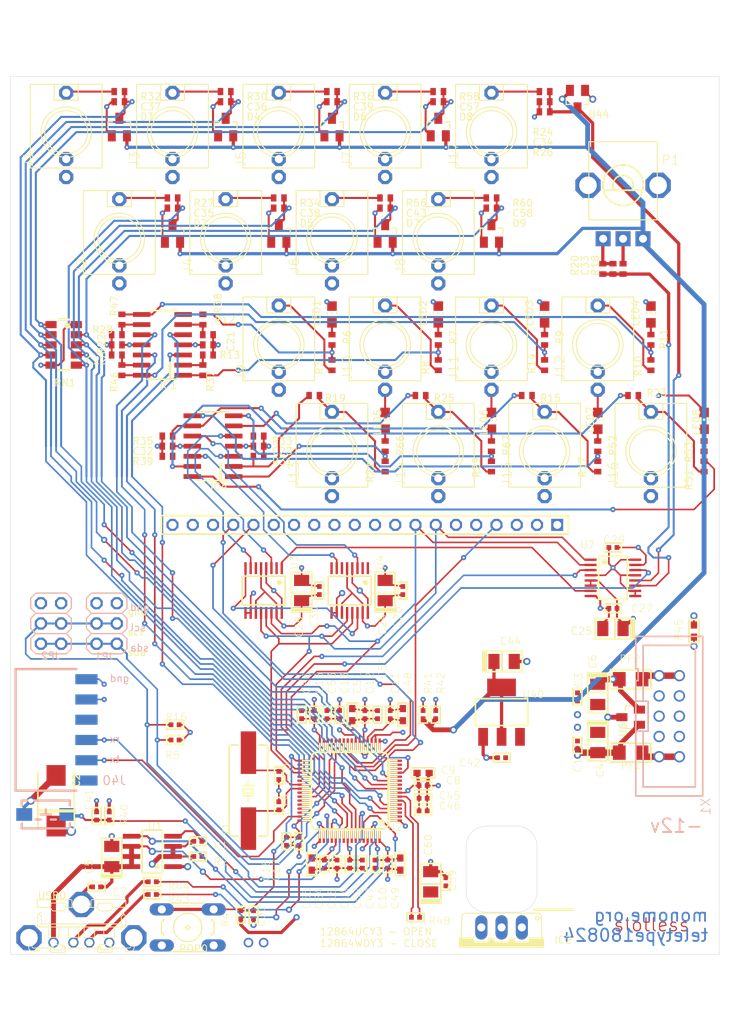
<source format=kicad_pcb>
(kicad_pcb (version 20221018) (generator pcbnew)
  (layers (0 "F.Cu" signal) (1 "In1.Cu" signal) (2 "In2.Cu" signal) (31 "B.Cu" signal) (34 "B.Paste" user) (35 "F.Paste" user) (36 "B.SilkS" user "B.Silkscreen") (37 "F.SilkS" user "F.Silkscreen") (38 "B.Mask" user) (39 "F.Mask" user) (44 "Edge.Cuts" user))
  (net 0 "")
  (net 1 "GND")
  (net 2 "VDDIO")
  (net 3 "VDDOUT")
  (net 4 "VDDIN")
  (net 5 "N$109")
  (net 6 "N$14")
  (net 7 "VBUS")
  (net 8 "USB-OC")
  (net 9 "USB-VBOF")
  (net 10 "+5V")
  (net 11 "DM")
  (net 12 "DP")
  (net 13 "MISO")
  (net 14 "MOSI")
  (net 15 "SCL")
  (net 16 "SDA")
  (net 17 "+3V3")
  (net 18 "RESET")
  (net 19 "NMI")
  (net 20 "SCK")
  (net 21 "TX")
  (net 22 "B08")
  (net 23 "RX")
  (net 24 "+12V")
  (net 25 "-12V")
  (net 26 "CS1")
  (net 27 "CS0")
  (net 28 "N$1")
  (net 29 "N$2")
  (net 30 "CV-IN0")
  (net 31 "CV-IN1")
  (net 32 "CV-OUT0")
  (net 33 "CV-OUT1")
  (net 34 "CV-OUT2")
  (net 35 "CV-OUT3")
  (net 36 "B09")
  (net 37 "B10")
  (net 38 "B11")
  (net 39 "AGND")
  (net 40 "N$4")
  (net 41 "VREF")
  (net 42 "N$3")
  (net 43 "N$5")
  (net 44 "N$6")
  (net 45 "N$7")
  (net 46 "N$8")
  (net 47 "N$9")
  (net 48 "N$10")
  (net 49 "N$11")
  (net 50 "N$32")
  (net 51 "N$34")
  (net 52 "N$67")
  (net 53 "N$68")
  (net 54 "N$70")
  (net 55 "N$71")
  (net 56 "N$13")
  (net 57 "N$15")
  (net 58 "N$38")
  (net 59 "N$16")
  (net 60 "N$24")
  (net 61 "N$21")
  (net 62 "N$22")
  (net 63 "N$23")
  (net 64 "N$28")
  (net 65 "N$29")
  (net 66 "N$30")
  (net 67 "N$33")
  (net 68 "N$35")
  (net 69 "N$36")
  (net 70 "N$37")
  (net 71 "N$39")
  (net 72 "N$40")
  (net 73 "N$43")
  (net 74 "N$44")
  (net 75 "RG5")
  (net 76 "RG6")
  (net 77 "RG7")
  (net 78 "RG8")
  (net 79 "RG4")
  (net 80 "RG3")
  (net 81 "RG2")
  (net 82 "RG1")
  (net 83 "OLED-DC")
  (net 84 "OLED-RES")
  (net 85 "CS2")
  (net 86 "A00")
  (net 87 "A01")
  (net 88 "A02")
  (net 89 "A03")
  (net 90 "A04")
  (net 91 "A05")
  (net 92 "A06")
  (net 93 "A07")
  (net 94 "+IN")
  (net 95 "-IN")
  (net 96 "N$12")
  (net 97 "N$17")
  (net 98 "N$18")
  (footprint "teletype-180824-no-slots:R0402" (layer "F.Cu") (at 131.0386 51.88585)
    (fp_text reference "R30")
    (fp_text value "30k")
  )
  (footprint "teletype-180824-no-slots:C0603" (layer "F.Cu") (at 152.9461 148.72335 90)
    (fp_text reference "C49")
    (fp_text value "4.7u")
  )
  (footprint "teletype-180824-no-slots:C0603" (layer "F.Cu") (at 141.8336 148.72335 90)
    (fp_text reference "C55")
    (fp_text value "2.2u")
  )
  (footprint "teletype-180824-no-slots:WQP-PJ301M-12_JACK" (layer "F.Cu") (at 144.3736 96.97085)
    (fp_text reference "J13")
    (fp_text value "WQP-PJ301M-12_JACK" hide)
  )
  (footprint "teletype-180824-no-slots:WQP-PJ301M-12_JACK" (layer "F.Cu") (at 151.0411 83.63585)
    (fp_text reference "J10")
    (fp_text value "WQP-PJ301M-12_JACK" hide)
  )
  (footprint "teletype-180824-no-slots:C0402" (layer "F.Cu") (at 114.8461 151.58085)
    (fp_text reference "C7")
    (fp_text value "100n")
  )
  (footprint "teletype-180824-no-slots:C0402" (layer "F.Cu") (at 143.7386 129.99085 -90)
    (fp_text reference "C53")
    (fp_text value "33n")
  )
  (footprint "teletype-180824-no-slots:SOT23" (layer "F.Cu") (at 164.3761 69.66585)
    (fp_text reference "D9")
    (fp_text value "BAS70-04")
  )
  (footprint "teletype-180824-no-slots:R0402" (layer "F.Cu") (at 154.8511 155.39085)
    (fp_text reference "R48")
    (fp_text value "0")
  )
  (footprint "teletype-180824-no-slots:CHIP-LED0805" (layer "F.Cu") (at 177.7111 93.16085)
    (fp_text reference "LED7")
    (fp_text value "W")
  )
  (footprint "teletype-180824-no-slots:R0402" (layer "F.Cu") (at 128.1811 80.46085 90)
    (fp_text reference "R38")
    (fp_text value "20k")
  )
  (footprint "teletype-180824-no-slots:R0402" (layer "F.Cu") (at 121.8311 150.94585 180)
    (fp_text reference "R44")
    (fp_text value "39")
  )
  (footprint "teletype-180824-no-slots:SOT23" (layer "F.Cu") (at 175.1711 52.83835 180)
    (fp_text reference "U44")
    (fp_text value "BAS70-04")
  )
  (footprint "teletype-180824-no-slots:C0402" (layer "F.Cu") (at 114.8461 142.69085 90)
    (fp_text reference "C41")
    (fp_text value "100n")
  )
  (footprint "teletype-180824-no-slots:TSSOP16" (layer "F.Cu") (at 179.6161 112.84585 -90)
    (fp_text reference "U7")
    (fp_text value "AD7923")
  )
  (footprint "teletype-180824-no-slots:F1206" (layer "F.Cu") (at 181.8386 134.75335 180)
    (fp_text reference "PF1")
    (fp_text value "PTC-F0805-15V")
  )
  (footprint "teletype-180824-no-slots:R0402" (layer "F.Cu") (at 171.0436 86.17585 -90)
    (fp_text reference "R14")
    (fp_text value "1k")
  )
  (footprint "teletype-180824-no-slots:R0402" (layer "F.Cu") (at 123.7361 95.06585)
    (fp_text reference "R35")
    (fp_text value "10k")
  )
  (footprint "teletype-180824-no-slots:R0402" (layer "F.Cu") (at 184.3786 83.00085 90)
    (fp_text reference "R11")
    (fp_text value "10k")
  )
  (footprint "teletype-180824-no-slots:C0402" (layer "F.Cu") (at 137.7061 141.42085 -90)
    (fp_text reference "C19")
    (fp_text value "22p")
  )
  (footprint "teletype-180824-no-slots:C1206_T" (layer "F.Cu") (at 177.7111 127.45085 90)
    (fp_text reference "C6")
    (fp_text value "10u")
  )
  (footprint "teletype-180824-no-slots:C0402" (layer "F.Cu") (at 153.2636 114.43335 -90)
    (fp_text reference "C26")
    (fp_text value "100n")
  )
  (footprint "teletype-180824-no-slots:C0402" (layer "F.Cu") (at 149.7711 148.72335 90)
    (fp_text reference "C47")
    (fp_text value "100n")
  )
  (footprint "teletype-180824-no-slots:CHIP-LED0805" (layer "F.Cu") (at 144.3736 79.82585)
    (fp_text reference "LED1")
    (fp_text value "OR")
  )
  (footprint "teletype-180824-no-slots:MNR35" (layer "F.Cu") (at 110.7186 83.63585 -90)
    (fp_text reference "RN1")
    (fp_text value "47k")
  )
  (footprint "teletype-180824-no-slots:SOT23" (layer "F.Cu") (at 181.8386 130.30835 90)
    (fp_text reference "U6")
    (fp_text value "BAS70-04")
  )
  (footprint "teletype-180824-no-slots:SOT23" (layer "F.Cu") (at 124.3711 69.66585)
    (fp_text reference "D2")
    (fp_text value "BAS70-04")
  )
  (footprint "teletype-180824-no-slots:C0402" (layer "F.Cu") (at 134.5311 155.07335 -90)
    (fp_text reference "C31")
    (fp_text value "100n")
  )
  (footprint "teletype-180824-no-slots:C0402" (layer "F.Cu") (at 143.4211 148.72335 90)
    (fp_text reference "C54")
    (fp_text value "33n")
  )
  (footprint "teletype-180824-no-slots:C1206_T" (layer "F.Cu") (at 177.7111 133.48335 90)
    (fp_text reference "C4")
    (fp_text value "10u")
  )
  (footprint "teletype-180824-no-slots:SOT23" (layer "F.Cu") (at 131.0386 56.33085)
    (fp_text reference "D4")
    (fp_text value "BAS70-04")
  )
  (footprint "teletype-180824-no-slots:R0402" (layer "F.Cu") (at 164.3761 65.22085)
    (fp_text reference "R60")
    (fp_text value "30k")
  )
  (footprint "teletype-180824-no-slots:TSSOP16" (layer "F.Cu") (at 135.8011 114.43335 180)
    (fp_text reference "U3")
    (fp_text value "AD5687R")
  )
  (footprint "teletype-180824-no-slots:R0402" (layer "F.Cu") (at 151.0411 96.33585 90)
    (fp_text reference "R66")
    (fp_text value "20k")
  )
  (footprint "teletype-180824-no-slots:R0603" (layer "F.Cu") (at 189.7761 119.51335 -90)
    (fp_text reference "R45")
    (fp_text value "0")
  )
  (footprint "teletype-180824-no-slots:WQP-PJ301M-12_JACK" (layer "F.Cu") (at 151.0411 56.96585)
    (fp_text reference "J7")
    (fp_text value "WQP-PJ301M-12_JACK" hide)
  )
  (footprint "teletype-180824-no-slots:C0402" (layer "F.Cu") (at 165.6461 135.38835)
    (fp_text reference "C42")
    (fp_text value "100n")
  )
  (footprint "teletype-180824-no-slots:CHIP-LED0805" (layer "F.Cu") (at 151.0411 93.16085)
    (fp_text reference "LED5")
    (fp_text value "W")
  )
  (footprint "teletype-180824-no-slots:R0402" (layer "F.Cu") (at 144.3736 86.17585 -90)
    (fp_text reference "R3")
    (fp_text value "1k")
  )
  (footprint "teletype-180824-no-slots:C0402" (layer "F.Cu") (at 142.1511 129.99085 -90)
    (fp_text reference "C16")
    (fp_text value "33n")
  )
  (footprint "teletype-180824-no-slots:WQP-PJ301M-12_JACK" (layer "F.Cu") (at 131.0386 70.30085)
    (fp_text reference "J4")
    (fp_text value "WQP-PJ301M-12_JACK" hide)
  )
  (footprint "teletype-180824-no-slots:C1206_T" (layer "F.Cu") (at 151.0411 114.43335 -90)
    (fp_text reference "C24")
    (fp_text value "10u")
  )
  (footprint "teletype-180824-no-slots:WQP-PJ301M-12_JACK" (layer "F.Cu") (at 184.3786 96.97085)
    (fp_text reference "J16")
    (fp_text value "WQP-PJ301M-12_JACK" hide)
  )
  (footprint "teletype-180824-no-slots:R0402" (layer "F.Cu") (at 116.4336 142.69085 90)
    (fp_text reference "R40")
    (fp_text value "10k")
  )
  (footprint "teletype-180824-no-slots:CHIP-LED0805" (layer "F.Cu") (at 164.3761 93.16085)
    (fp_text reference "LED6")
    (fp_text value "W")
  )
  (footprint "teletype-180824-no-slots:C0402" (layer "F.Cu") (at 137.7061 137.61085 90)
    (fp_text reference "C20")
    (fp_text value "22p")
  )
  (footprint "teletype-180824-no-slots:R0402" (layer "F.Cu") (at 155.8036 129.99085 -90)
    (fp_text reference "R41")
    (fp_text value "0")
  )
  (footprint "teletype-180824-no-slots:C7343-43" (layer "F.Cu") (at 109.7661 140.78585 -90)
    (fp_text reference "C2")
    (fp_text value "220u")
  )
  (footprint "teletype-180824-no-slots:C0402" (layer "F.Cu") (at 158.6611 150.94585 -90)
    (fp_text reference "C59")
    (fp_text value "100n")
  )
  (footprint "teletype-180824-no-slots:OLED-ALEPH" (layer "F.Cu") (at 148.5011 127.45085)
    (fp_text reference "JP5" hide)
    (fp_text value "OLED128X64")
  )
  (footprint "teletype-180824-no-slots:C1206_T" (layer "F.Cu") (at 156.7561 150.94585 -90)
    (fp_text reference "C60")
    (fp_text value "10u")
  )
  (footprint "teletype-180824-no-slots:R0402" (layer "F.Cu") (at 191.0461 96.33585 90)
    (fp_text reference "R53")
    (fp_text value "20k")
  )
  (footprint "teletype-180824-no-slots:C0402" (layer "F.Cu") (at 155.8036 138.88085 180)
    (fp_text reference "C8")
    (fp_text value "2.7n")
  )
  (footprint "teletype-180824-no-slots:WQP-PJ301M-12_JACK" (layer "F.Cu") (at 164.3761 83.63585)
    (fp_text reference "J11")
    (fp_text value "WQP-PJ301M-12_JACK" hide)
  )
  (footprint "teletype-180824-no-slots:C1206_T" (layer "F.Cu") (at 165.9636 123.32335 180)
    (fp_text reference "C44")
    (fp_text value "10u")
  )
  (footprint "teletype-180824-no-slots:R0402" (layer "F.Cu") (at 132.9436 155.07335 -90)
    (fp_text reference "R4")
    (fp_text value "10k")
  )
  (footprint "teletype-180824-no-slots:C0402" (layer "F.Cu") (at 155.8036 142.05585 180)
    (fp_text reference "C46")
    (fp_text value "100n")
  )
  (footprint "teletype-180824-no-slots:C0402" (layer "F.Cu") (at 157.7086 53.15585 180)
    (fp_text reference "C57")
    (fp_text value "1n")
  )
  (footprint "teletype-180824-no-slots:R0402" (layer "F.Cu") (at 128.8161 82.36585 180)
    (fp_text reference "R12")
    (fp_text value "10k")
  )
  (footprint "teletype-180824-no-slots:C0402" (layer "F.Cu") (at 175.1711 133.80085 -90)
    (fp_text reference "C1")
    (fp_text value "100n")
  )
  (footprint "teletype-180824-no-slots:R0402" (layer "F.Cu") (at 135.1661 95.06585 180)
    (fp_text reference "R33")
    (fp_text value "10k")
  )
  (footprint "teletype-180824-no-slots:R0402" (layer "F.Cu") (at 168.8211 89.98585)
    (fp_text reference "R15")
    (fp_text value "30k")
  )
  (footprint "teletype-180824-no-slots:C0402" (layer "F.Cu") (at 137.7061 66.49085 180)
    (fp_text reference "C38")
    (fp_text value "1n")
  )
  (footprint "teletype-180824-no-slots:ALPS_POT_VERTICAL" (layer "F.Cu") (at 180.8861 63.63335 180)
    (fp_text reference "P1")
    (fp_text value "10k" hide)
  )
  (footprint "teletype-180824-no-slots:R0402" (layer "F.Cu") (at 135.1661 97.60585 180)
    (fp_text reference "R31")
    (fp_text value "10k")
  )
  (footprint "teletype-180824-no-slots:C0402" (layer "F.Cu") (at 148.1836 148.72335 90)
    (fp_text reference "C52")
    (fp_text value "33n")
  )
  (footprint "teletype-180824-no-slots:R0402" (layer "F.Cu") (at 164.3761 98.87585 -90)
    (fp_text reference "R29")
    (fp_text value "1k")
  )
  (footprint "teletype-180824-no-slots:SOT23" (layer "F.Cu") (at 144.3736 56.33085)
    (fp_text reference "D6")
    (fp_text value "BAS70-04")
  )
  (footprint "teletype-180824-no-slots:R0402" (layer "F.Cu") (at 182.1561 89.98585)
    (fp_text reference "R23")
    (fp_text value "30k")
  )
  (footprint "teletype-180824-no-slots:C0402" (layer "F.Cu") (at 175.1711 127.76835 90)
    (fp_text reference "C3")
    (fp_text value "100n")
  )
  (footprint "teletype-180824-no-slots:C0402" (layer "F.Cu") (at 144.3736 53.15585 180)
    (fp_text reference "C39")
    (fp_text value "1n")
  )
  (footprint "teletype-180824-no-slots:CHIP-LED0805" (layer "F.Cu") (at 184.3786 79.82585)
    (fp_text reference "LED4")
    (fp_text value "OR")
  )
  (footprint "teletype-180824-no-slots:SWITCH-OMRON_B3F-10XX" (layer "F.Cu") (at 126.2761 156.66085)
    (fp_text reference "POP0")
    (fp_text value "")
  )
  (footprint "teletype-180824-no-slots:WQP-PJ301M-12_JACK" (layer "F.Cu") (at 111.0361 56.96585)
    (fp_text reference "J1")
    (fp_text value "WQP-PJ301M-12_JACK" hide)
  )
  (footprint "teletype-180824-no-slots:C0402" (layer "F.Cu") (at 145.0086 148.72335 90)
    (fp_text reference "C15")
    (fp_text value "2.7n")
  )
  (footprint "teletype-180824-no-slots:TSSOP16" (layer "F.Cu") (at 146.5961 114.43335 180)
    (fp_text reference "U4")
    (fp_text value "AD5687R")
  )
  (footprint "teletype-180824-no-slots:R0402" (layer "F.Cu") (at 184.3786 86.17585 -90)
    (fp_text reference "R10")
    (fp_text value "1k")
  )
  (footprint "teletype-180824-no-slots:C0402" (layer "F.Cu") (at 151.6761 129.99085 -90)
    (fp_text reference "C11")
    (fp_text value "470p")
  )
  (footprint "teletype-180824-no-slots:R0402" (layer "F.Cu") (at 124.3711 65.22085)
    (fp_text reference "R27")
    (fp_text value "30k")
  )
  (footprint "teletype-180824-no-slots:WQP-PJ301M-12_JACK" (layer "F.Cu") (at 137.7061 83.63585)
    (fp_text reference "J9")
    (fp_text value "WQP-PJ301M-12_JACK" hide)
  )
  (footprint "teletype-180824-no-slots:WQP-PJ301M-12_JACK" (layer "F.Cu") (at 137.7061 56.96585)
    (fp_text reference "J5")
    (fp_text value "WQP-PJ301M-12_JACK" hide)
  )
  (footprint "teletype-180824-no-slots:WQP-PJ301M-12_JACK" (layer "F.Cu") (at 124.3711 56.96585)
    (fp_text reference "J3")
    (fp_text value "WQP-PJ301M-12_JACK" hide)
  )
  (footprint "teletype-180824-no-slots:C0402" (layer "F.Cu") (at 142.7861 114.43335 -90)
    (fp_text reference "C30")
    (fp_text value "100n")
  )
  (footprint "teletype-180824-no-slots:R0402" (layer "F.Cu") (at 142.1511 89.98585)
    (fp_text reference "R19")
    (fp_text value "30k")
  )
  (footprint "teletype-180824-no-slots:WQP-PJ301M-12_JACK" (layer "F.Cu") (at 177.7111 83.63585)
    (fp_text reference "J12")
    (fp_text value "WQP-PJ301M-12_JACK" hide)
  )
  (footprint "teletype-180824-no-slots:R0402" (layer "F.Cu") (at 171.0436 51.88585)
    (fp_text reference "R24")
    (fp_text value "30k")
  )
  (footprint "teletype-180824-no-slots:WQP-PJ301M-12_JACK" (layer "F.Cu") (at 144.3736 70.30085)
    (fp_text reference "J6")
    (fp_text value "WQP-PJ301M-12_JACK" hide)
  )
  (footprint "teletype-180824-no-slots:C0402" (layer "F.Cu") (at 140.2461 145.86585 90)
    (fp_text reference "C17")
    (fp_text value "33n")
  )
  (footprint "teletype-180824-no-slots:R0402" (layer "F.Cu") (at 124.6886 131.26085)
    (fp_text reference "R16")
    (fp_text value "2k")
  )
  (footprint "teletype-180824-no-slots:C0402" (layer "F.Cu") (at 179.6161 109.03585)
    (fp_text reference "C29")
    (fp_text value "100n")
  )
  (footprint "teletype-180824-no-slots:R0402" (layer "F.Cu") (at 191.0461 98.87585 -90)
    (fp_text reference "R51")
    (fp_text value "1k")
  )
  (footprint "teletype-180824-no-slots:SO08" (layer "F.Cu") (at 121.8311 147.13585 90)
    (fp_text reference "U1")
    (fp_text value "TPS2021")
  )
  (footprint "teletype-180824-no-slots:C0402" (layer "F.Cu") (at 164.3761 66.49085 180)
    (fp_text reference "C58")
    (fp_text value "1n")
  )
  (footprint "teletype-180824-no-slots:R0402" (layer "F.Cu") (at 177.7111 96.33585 90)
    (fp_text reference "R52")
    (fp_text value "20k")
  )
  (footprint "teletype-180824-no-slots:R0402" (layer "F.Cu") (at 157.3911 129.99085 -90)
    (fp_text reference "R42")
    (fp_text value "0")
  )
  (footprint "teletype-180824-no-slots:SOT23" (layer "F.Cu") (at 117.7036 56.33085)
    (fp_text reference "D3")
    (fp_text value "BAS70-04")
  )
  (footprint "teletype-180824-no-slots:R0402" (layer "F.Cu") (at 171.0436 54.42585)
    (fp_text reference "R26")
    (fp_text value "10k")
  )
  (footprint "teletype-180824-no-slots:TQFP64-10X10" (layer "F.Cu") (at 146.5961 139.51585 180)
    (fp_text reference "U2")
    (fp_text value "AT32UC3B064/0128/0256")
  )
  (footprint "teletype-180824-no-slots:R0402" (layer "F.Cu") (at 127.5461 145.86585 180)
    (fp_text reference "R1")
    (fp_text value "47k")
  )
  (footprint "teletype-180824-no-slots:C0402" (layer "F.Cu") (at 124.3711 66.49085 180)
    (fp_text reference "C35")
    (fp_text value "1n")
  )
  (footprint "teletype-180824-no-slots:R0402" (layer "F.Cu") (at 151.0411 65.22085)
    (fp_text reference "R56")
    (fp_text value "30k")
  )
  (footprint "teletype-180824-no-slots:C1206_T" (layer "F.Cu") (at 179.6161 119.19585)
    (fp_text reference "C25")
    (fp_text value "10u")
  )
  (footprint "teletype-180824-no-slots:R0402" (layer "F.Cu") (at 124.6886 133.16585)
    (fp_text reference "R5")
    (fp_text value "2k")
  )
  (footprint "teletype-180824-no-slots:R0402" (layer "F.Cu") (at 117.3861 82.36585)
    (fp_text reference "R28")
    (fp_text value "10k")
  )
  (footprint "teletype-180824-no-slots:R0402" (layer "F.Cu") (at 151.0411 98.87585 -90)
    (fp_text reference "R21")
    (fp_text value "1k")
  )
  (footprint "teletype-180824-no-slots:R0402" (layer "F.Cu") (at 164.3761 96.33585 90)
    (fp_text reference "R67")
    (fp_text value "20k")
  )
  (footprint "teletype-180824-no-slots:C0402" (layer "F.Cu") (at 155.8036 140.46835 180)
    (fp_text reference "C45")
    (fp_text value "33n")
  )
  (footprint "teletype-180824-no-slots:C0402" (layer "F.Cu") (at 179.6161 116.65585)
    (fp_text reference "C27")
    (fp_text value "100n")
  )
  (footprint "teletype-180824-no-slots:C0603" (layer "F.Cu") (at 146.9136 129.99085 -90)
    (fp_text reference "C51")
    (fp_text value "4.7u")
  )
  (footprint "teletype-180824-no-slots:SOT23" (layer "F.Cu") (at 137.7061 69.66585)
    (fp_text reference "D5")
    (fp_text value "BAS70-04")
  )
  (footprint "teletype-180824-no-slots:F1206" (layer "F.Cu") (at 181.8386 125.54585 180)
    (fp_text reference "PF2")
    (fp_text value "PTC-F0805-15V")
  )
  (footprint "teletype-180824-no-slots:R0402" (layer "F.Cu") (at 123.7361 97.60585)
    (fp_text reference "R39")
    (fp_text value "10k")
  )
  (footprint "teletype-180824-no-slots:C0402" (layer "F.Cu") (at 140.5636 129.99085 -90)
    (fp_text reference "C56")
    (fp_text value "100n")
  )
  (footprint "teletype-180824-no-slots:R0402" (layer "F.Cu") (at 178.3461 74.11085 90)
    (fp_text reference "R20")
    (fp_text value "31k6")
  )
  (footprint "teletype-180824-no-slots:R0402" (layer "F.Cu") (at 117.7036 51.88585)
    (fp_text reference "R32")
    (fp_text value "30k")
  )
  (footprint "teletype-180824-no-slots:R0402" (layer "F.Cu") (at 137.7061 65.22085)
    (fp_text reference "R34")
    (fp_text value "30k")
  )
  (footprint "teletype-180824-no-slots:R0402" (layer "F.Cu") (at 155.4861 89.98585)
    (fp_text reference "R25")
    (fp_text value "30k")
  )
  (footprint "teletype-180824-no-slots:C0402" (layer "F.Cu") (at 123.7361 96.33585)
    (fp_text reference "C32")
    (fp_text value "100n")
  )
  (footprint "teletype-180824-no-slots:C0402" (layer "F.Cu") (at 138.6586 145.86585 90)
    (fp_text reference "C18")
    (fp_text value "100n")
  )
  (footprint "teletype-180824-no-slots:C0402" (layer "F.Cu") (at 117.3861 83.63585)
    (fp_text reference "C22")
    (fp_text value "100n")
  )
  (footprint "teletype-180824-no-slots:TO220V" (layer "F.Cu") (at 165.6461 159.20085 180)
    (fp_text reference "IC2")
    (fp_text value "OKI-78SR")
  )
  (footprint "teletype-180824-no-slots:C0402" (layer "F.Cu") (at 117.7036 53.15585 180)
    (fp_text reference "C37")
    (fp_text value "1n")
  )
  (footprint "teletype-180824-no-slots:WQP-PJ301M-12_JACK" (layer "F.Cu") (at 157.7086 96.97085)
    (fp_text reference "J14")
    (fp_text value "WQP-PJ301M-12_JACK" hide)
  )
  (footprint "teletype-180824-no-slots:C0402" (layer "F.Cu") (at 148.5011 129.99085 -90)
    (fp_text reference "C12")
    (fp_text value "33n")
  )
  (footprint "teletype-180824-no-slots:R0402" (layer "F.Cu") (at 157.7086 83.00085 90)
    (fp_text reference "R7")
    (fp_text value "10k")
  )
  (footprint "teletype-180824-no-slots:CHIP-LED0805" (layer "F.Cu") (at 171.0436 79.82585)
    (fp_text reference "LED3")
    (fp_text value "OR")
  )
  (footprint "teletype-180824-no-slots:R0402" (layer "F.Cu") (at 128.1811 86.81085 -90)
    (fp_text reference "R37")
    (fp_text value "20k")
  )
  (footprint "teletype-180824-no-slots:SOT23" (layer "F.Cu") (at 157.7086 56.33085)
    (fp_text reference "D8")
    (fp_text value "BAS70-04")
  )
  (footprint "teletype-180824-no-slots:C0402" (layer "F.Cu") (at 150.0886 129.99085 -90)
    (fp_text reference "C50")
    (fp_text value "100n")
  )
  (footprint "teletype-180824-no-slots:R0402" (layer "F.Cu") (at 157.7086 51.88585)
    (fp_text reference "R58")
    (fp_text value "30k")
  )
  (footprint "teletype-180824-no-slots:WQP-PJ301M-12_JACK" (layer "F.Cu") (at 157.7086 70.30085)
    (fp_text reference "J8")
    (fp_text value "WQP-PJ301M-12_JACK" hide)
  )
  (footprint "teletype-180824-no-slots:WQP-PJ301M-12_JACK" (layer "F.Cu") (at 117.7036 70.30085)
    (fp_text reference "J2")
    (fp_text value "WQP-PJ301M-12_JACK" hide)
  )
  (footprint "teletype-180824-no-slots:R0402" (layer "F.Cu") (at 157.7086 86.17585 -90)
    (fp_text reference "R8")
    (fp_text value "1k")
  )
  (footprint "teletype-180824-no-slots:R0402" (layer "F.Cu") (at 180.8861 74.11085 -90)
    (fp_text reference "R18")
    (fp_text value "10k")
  )
  (footprint "teletype-180824-no-slots:R0402" (layer "F.Cu") (at 118.0211 80.46085 90)
    (fp_text reference "R47")
    (fp_text value "20k")
  )
  (footprint "teletype-180824-no-slots:C0603" (layer "F.Cu") (at 153.2636 129.99085 -90)
    (fp_text reference "C48")
    (fp_text value "2.2u")
  )
  (footprint "teletype-180824-no-slots:R0402" (layer "F.Cu") (at 127.5461 147.77085 180)
    (fp_text reference "R2")
    (fp_text value "47k")
  )
  (footprint "teletype-180824-no-slots:R0402" (layer "F.Cu") (at 118.0211 86.81085 -90)
    (fp_text reference "R46")
    (fp_text value "20k")
  )
  (footprint "teletype-180824-no-slots:C1206_T" (layer "F.Cu") (at 140.5636 114.43335 -90)
    (fp_text reference "C28")
    (fp_text value "10u")
  )
  (footprint "teletype-180824-no-slots:R0402" (layer "F.Cu") (at 171.0436 83.00085 90)
    (fp_text reference "R9")
    (fp_text value "10k")
  )
  (footprint "teletype-180824-no-slots:HC49UP" (layer "F.Cu") (at 133.8961 139.51585 90)
    (fp_text reference "Y1")
    (fp_text value "12mhz")
  )
  (footprint "teletype-180824-no-slots:R0402" (layer "F.Cu") (at 177.7111 98.87585 -90)
    (fp_text reference "R17")
    (fp_text value "1k")
  )
  (footprint "teletype-180824-no-slots:WQP-PJ301M-12_JACK" (layer "F.Cu") (at 171.0436 96.97085)
    (fp_text reference "J15")
    (fp_text value "WQP-PJ301M-12_JACK" hide)
  )
  (footprint "teletype-180824-no-slots:C0402" (layer "F.Cu") (at 128.8161 83.63585)
    (fp_text reference "C21")
    (fp_text value "100n")
  )
  (footprint "teletype-180824-no-slots:R0402" (layer "F.Cu") (at 144.3736 83.00085 90)
    (fp_text reference "R6")
    (fp_text value "10k")
  )
  (footprint "teletype-180824-no-slots:SOT223" (layer "F.Cu") (at 165.6461 129.67335)
    (fp_text reference "U40")
    (fp_text value "ADP3339")
  )
  (footprint "teletype-180824-no-slots:C0402" (layer "F.Cu") (at 171.0436 53.15585 180)
    (fp_text reference "C34")
    (fp_text value "1n")
  )
  (footprint "teletype-180824-no-slots:CHIP-LED0805" (layer "F.Cu") (at 157.7086 79.82585)
    (fp_text reference "LED2")
    (fp_text value "OR")
  )
  (footprint "teletype-180824-no-slots:WQP-PJ301M-12_JACK" (layer "F.Cu") (at 164.3761 56.96585)
    (fp_text reference "J17")
    (fp_text value "WQP-PJ301M-12_JACK" hide)
  )
  (footprint "teletype-180824-no-slots:SO14" (layer "F.Cu") (at 129.4511 96.33585 90)
    (fp_text reference "IC4")
    (fp_text value "OPA4171")
  )
  (footprint "teletype-180824-no-slots:C0603" (layer "F.Cu") (at 155.8036 137.29335 180)
    (fp_text reference "C9")
    (fp_text value "2.2u")
  )
  (footprint "teletype-180824-no-slots:SHAPES_PONY_MOLEX-USB" (layer "F.Cu") (at 112.9411 156.66085)
    (fp_text reference "USB0")
    (fp_text value "SHAPES_PONY_MOLEX-USB-VERT")
  )
  (footprint "teletype-180824-no-slots:C0402" (layer "F.Cu") (at 151.3586 148.72335 90)
    (fp_text reference "C10")
    (fp_text value "33n")
  )
  (footprint "teletype-180824-no-slots:R0402" (layer "F.Cu") (at 128.8161 84.90585 180)
    (fp_text reference "R13")
    (fp_text value "10k")
  )
  (footprint "teletype-180824-no-slots:SOT23" (layer "F.Cu") (at 151.0411 69.66585)
    (fp_text reference "D7")
    (fp_text value "BAS70-04")
  )
  (footprint "teletype-180824-no-slots:SO14" (layer "F.Cu") (at 123.1011 83.63585 90)
    (fp_text reference "IC1")
    (fp_text value "TL074")
  )
  (footprint "teletype-180824-no-slots:C0402" (layer "F.Cu") (at 131.0386 53.15585 180)
    (fp_text reference "C36")
    (fp_text value "1n")
  )
  (footprint "teletype-180824-no-slots:R0402" (layer "F.Cu") (at 144.3736 51.88585)
    (fp_text reference "R36")
    (fp_text value "30k")
  )
  (footprint "teletype-180824-no-slots:CHIP-LED0805" (layer "F.Cu") (at 191.0461 93.16085)
    (fp_text reference "LED8")
    (fp_text value "W")
  )
  (footprint "teletype-180824-no-slots:C0402" (layer "F.Cu") (at 146.5961 148.72335 90)
    (fp_text reference "C14")
    (fp_text value "2.7n")
  )
  (footprint "teletype-180824-no-slots:C1206_T" (layer "F.Cu") (at 116.7511 147.77085 -90)
    (fp_text reference "C5")
    (fp_text value "4.7u")
  )
  (footprint "teletype-180824-no-slots:C0402" (layer "F.Cu") (at 151.0411 66.49085 180)
    (fp_text reference "C43")
    (fp_text value "1n")
  )
  (footprint "teletype-180824-no-slots:R0402" (layer "F.Cu") (at 117.3861 84.90585)
    (fp_text reference "R22")
    (fp_text value "10k")
  )
  (footprint "teletype-180824-no-slots:C0402" (layer "F.Cu") (at 135.1661 96.33585)
    (fp_text reference "C23")
    (fp_text value "100n")
  )
  (footprint "teletype-180824-no-slots:C0402" (layer "F.Cu") (at 179.6161 74.11085 90)
    (fp_text reference "C33")
    (fp_text value "33n")
  )
  (footprint "teletype-180824-no-slots:C0402" (layer "F.Cu") (at 145.3261 129.99085 -90)
    (fp_text reference "C13")
    (fp_text value "2.7n")
  )
  (footprint "teletype-180824-no-slots:R0402" (layer "F.Cu") (at 121.8311 152.53335 180)
    (fp_text reference "R43")
    (fp_text value "39")
  )
  (footprint "teletype-180824-no-slots:2X03" (layer "B.Cu") (at 109.1311 118.56085 90)
    (fp_text reference "JP2")
    (fp_text value "")
  )
  (footprint "teletype-180824-no-slots:PANASONIC-EVQ" (layer "B.Cu") (at 108.471968 142.502891 180)
    (fp_text reference "SW40" hide)
    (fp_text value "PANASONIC-EVQ" hide)
  )
  (footprint "teletype-180824-no-slots:PAK100_2500-10" (layer "B.Cu") (at 186.6786 130.18335 90)
    (fp_text reference "X1")
    (fp_text value "2510-")
  )
  (footprint "teletype-180824-no-slots:ISP-ROW" (layer "B.Cu") (at 113.5761 131.89585 -90)
    (fp_text reference "J40")
    (fp_text value "ISP-ROW" hide)
  )
  (footprint "teletype-180824-no-slots:2X03" (layer "B.Cu") (at 116.1161 118.56085 90)
    (fp_text reference "JP1")
    (fp_text value "")
  )
  (gr_line (start 124.0536 87.76335) (end 124.0536 85.85835) (stroke (width 0.3048)) (layer "F.SilkS"))
  (gr_line (start 130.4036 100.46335) (end 130.4036 98.55835) (stroke (width 0.3048)) (layer "F.SilkS"))
  (gr_line (start 174.5361 154.43835) (end 169.7736 154.43835) (stroke (width 0.3048)) (layer "F.SilkS"))
  (gr_line (start 192.9511 160.02635) (end 192.9511 49.98085) (stroke (width 0.05)) (layer "Edge.Cuts"))
  (gr_line (start 192.9511 49.98085) (end 104.0511 49.98085) (stroke (width 0.05)) (layer "Edge.Cuts"))
  (gr_line (start 104.0511 160.02635) (end 192.9511 160.02635) (stroke (width 0.05)) (layer "Edge.Cuts"))
  (gr_line (start 170.0911 152.21585) (end 170.0911 146.50085) (stroke (width 0.05)) (layer "Edge.Cuts"))
  (gr_arc (start 163.7411 154.75585) (mid 161.945049 154.011901) (end 161.2011 152.21585) (stroke (width 0.05)) (layer "Edge.Cuts"))
  (gr_line (start 104.0511 49.98085) (end 104.0511 160.02635) (stroke (width 0.05)) (layer "Edge.Cuts"))
  (gr_arc (start 161.2011 146.50085) (mid 161.945049 144.704799) (end 163.7411 143.96085) (stroke (width 0.05)) (layer "Edge.Cuts"))
  (gr_line (start 161.2011 146.50085) (end 161.2011 152.21585) (stroke (width 0.05)) (layer "Edge.Cuts"))
  (gr_arc (start 167.5511 143.96085) (mid 169.347151 144.704799) (end 170.0911 146.50085) (stroke (width 0.05)) (layer "Edge.Cuts"))
  (gr_line (start 163.7411 154.75585) (end 167.5511 154.75585) (stroke (width 0.05)) (layer "Edge.Cuts"))
  (gr_arc (start 170.0911 152.21585) (mid 169.347151 154.011901) (end 167.5511 154.75585) (stroke (width 0.05)) (layer "Edge.Cuts"))
  (gr_line (start 167.5511 143.96085) (end 163.7411 143.96085) (stroke (width 0.05)) (layer "Edge.Cuts"))
  (gr_text "slotless" (at 179.6161 157.29585) (layer "F.Cu") (effects (font (size 1.63576 1.63576) (thickness 0.14224)) (justify left bottom)))
  (gr_text "monome.org\nteletype180824" (at 191.6811 158.56585) (layer "B.Cu") (effects (font (size 1.56464 1.56464) (thickness 0.21336)) (justify left bottom mirror)))
  (gr_text "rx" (at 116.4336 132.53085) (layer "B.SilkS") (effects (font (size 0.89408 0.89408) (thickness 0.12192)) (justify right top mirror)))
  (gr_text "scl" (at 118.9736 118.56085) (layer "B.SilkS") (effects (font (size 0.89408 0.89408) (thickness 0.12192)) (justify right top mirror)))
  (gr_text "gnd" (at 116.4336 124.91085) (layer "B.SilkS") (effects (font (size 0.89408 0.89408) (thickness 0.12192)) (justify right top mirror)))
  (gr_text "sda" (at 118.9736 121.10085) (layer "B.SilkS") (effects (font (size 0.89408 0.89408) (thickness 0.12192)) (justify right top mirror)))
  (gr_text "-12v" (at 191.0461 144.91335) (layer "B.SilkS") (effects (font (size 1.698752 1.698752) (thickness 0.231648)) (justify left bottom mirror)))
  (gr_text "gnd" (at 118.9736 116.02085) (layer "B.SilkS") (effects (font (size 0.89408 0.89408) (thickness 0.12192)) (justify right top mirror)))
  (gr_text "tx" (at 116.4336 135.07085) (layer "B.SilkS") (effects (font (size 0.89408 0.89408) (thickness 0.12192)) (justify right top mirror)))
  (gr_text "sda" (at 118.6561 122.68835) (layer "F.SilkS") (effects (font (size 0.89408 0.89408) (thickness 0.12192)) (justify left bottom)))
  (gr_text "12864UCY3 - OPEN\n12864WDY3 - CLOSE" (at 142.7861 159.20085) (layer "F.SilkS") (effects (font (size 0.9144 0.9144) (thickness 0.1016)) (justify left bottom)))
  (gr_text "gnd" (at 118.6561 117.60835) (layer "F.SilkS") (effects (font (size 0.89408 0.89408) (thickness 0.12192)) (justify left bottom)))
  (gr_text "scl" (at 118.6561 120.14835) (layer "F.SilkS") (effects (font (size 0.89408 0.89408) (thickness 0.12192)) (justify left bottom)))
  (segment (start 129.4511 56.79335) (end 130.0886 57.43085) (width 0.254) (layer "F.Cu") (net 1))
  (segment (start 123.1011 67.12585) (end 123.1011 70.44585) (width 0.254) (layer "F.Cu") (net 1))
  (segment (start 149.7711 67.12585) (end 149.7711 70.44585) (width 0.254) (layer "F.Cu") (net 1))
  (segment (start 143.4211 149.23135) (end 145.0086 149.23135) (width 0.2032) (layer "F.Cu") (net 1))
  (segment (start 151.6761 129.48285) (end 153.2636 129.22885) (width 0.2032) (layer "F.Cu") (net 1))
  (segment (start 116.7361 83.63585) (end 116.1161 83.63585) (width 0.254) (layer "F.Cu") (net 1))
  (segment (start 142.8461 145.80585) (end 142.1511 146.50085) (width 0.2032) (layer "F.Cu") (net 1))
  (segment (start 135.8161 95.06585) (end 135.8161 96.33585) (width 0.254) (layer "F.Cu") (net 1))
  (segment (start 189.7761 120.27535) (end 189.7761 121.41835) (width 0.2032) (layer "F.Cu") (net 1))
  (segment (start 167.2336 123.32335) (end 168.8211 123.32335) (width 0.4064) (layer "F.Cu") (net 1))
  (segment (start 156.7561 149.67585) (end 156.7561 148.40585) (width 0.4064) (layer "F.Cu") (net 1))
  (segment (start 145.3261 129.48285) (end 145.3261 128.08585) (width 0.2032) (layer "F.Cu") (net 1))
  (segment (start 130.0861 53.15585) (end 129.4511 53.79085) (width 0.254) (layer "F.Cu") (net 1))
  (segment (start 110.7186 81.73085) (end 111.3536 81.09585) (width 0.254) (layer "F.Cu") (net 1))
  (segment (start 157.0586 53.15585) (end 156.7561 53.15585) (width 0.254) (layer "F.Cu") (net 1))
  (segment (start 142.7861 56.79335) (end 143.4236 57.43085) (width 0.254) (layer "F.Cu") (net 1))
  (segment (start 141.8336 149.48535) (end 143.4211 149.23135) (width 0.2032) (layer "F.Cu") (net 1))
  (segment (start 112.9411 152.53335) (end 112.9411 153.78085) (width 0.4064) (layer "F.Cu") (net 1))
  (segment (start 142.7861 53.79085) (end 142.7861 56.79335) (width 0.254) (layer "F.Cu") (net 1))
  (segment (start 157.6111 78.77585) (end 157.0736 78.23835) (width 0.254) (layer "F.Cu") (net 1))
  (segment (start 163.7411 135.38835) (end 165.1381 135.38835) (width 0.4064) (layer "F.Cu") (net 1))
  (segment (start 134.5311 156.34335) (end 134.5311 155.58135) (width 0.4064) (layer "F.Cu") (net 1))
  (segment (start 145.0086 149.23135) (end 145.0086 150.62835) (width 0.2032) (layer "F.Cu") (net 1))
  (segment (start 156.3116 140.46835) (end 156.3116 138.88085) (width 0.2032) (layer "F.Cu") (net 1))
  (segment (start 150.0886 129.48285) (end 148.5011 129.48285) (width 0.2032) (layer "F.Cu") (net 1))
  (segment (start 150.3911 66.49085) (end 150.3911 66.50585) (width 0.254) (layer "F.Cu") (net 1))
  (segment (start 147.3461 132.64585) (end 147.2311 132.53085) (width 0.2032) (layer "F.Cu") (net 1))
  (segment (start 170.8236 78.77585) (end 170.8236 78.65335) (width 0.254) (layer "F.Cu") (net 1))
  (segment (start 129.4661 82.36585) (end 129.4661 83.63585) (width 0.254) (layer "F.Cu") (net 1))
  (segment (start 116.1161 53.79085) (end 116.1161 56.79335) (width 0.254) (layer "F.Cu") (net 1))
  (segment (start 129.4511 53.79085) (end 129.4511 56.79335) (width 0.254) (layer "F.Cu") (net 1))
  (segment (start 140.2461 146.37385) (end 138.6586 146.37385) (width 0.2032) (layer "F.Cu") (net 1))
  (segment (start 143.7236 53.15585) (end 143.4211 53.15585) (width 0.254) (layer "F.Cu") (net 1))
  (segment (start 144.3736 78.77585) (end 144.1536 78.77585) (width 0.254) (layer "F.Cu") (net 1))
  (segment (start 111.3536 81.09585) (end 112.3061 81.09585) (width 0.254) (layer "F.Cu") (net 1))
  (segment (start 123.0861 97.60585) (end 123.0861 96.33585) (width 0.254) (layer "F.Cu") (net 1))
  (segment (start 137.7061 139.51585) (end 137.7061 138.11885) (width 0.2032) (layer "F.Cu") (net 1))
  (segment (start 156.1211 56.79335) (end 156.7586 57.43085) (width 0.254) (layer "F.Cu") (net 1))
  (segment (start 184.3786 78.77585) (end 184.1586 78.77585) (width 0.254) (layer "F.Cu") (net 1))
  (segment (start 147.2311 132.53085) (end 145.9611 132.53085) (width 0.2032) (layer "F.Cu") (net 1))
  (segment (start 140.5636 129.48285) (end 142.1511 129.48285) (width 0.2032) (layer "F.Cu") (net 1))
  (segment (start 152.3961 143.26585) (end 152.8861 143.26585) (width 0.2032) (layer "F.Cu") (net 1))
  (segment (start 171.0436 78.77585) (end 170.8236 78.77585) (width 0.254) (layer "F.Cu") (net 1))
  (segment (start 184.1586 78.77585) (end 184.1586 78.65335) (width 0.254) (layer "F.Cu") (net 1))
  (segment (start 137.0561 66.50585) (end 136.4361 67.12585) (width 0.254) (layer "F.Cu") (net 1))
  (segment (start 116.7361 84.90585) (end 116.7361 83.63585) (width 0.254) (layer "F.Cu") (net 1))
  (segment (start 163.1061 67.12585) (end 163.1061 70.44585) (width 0.254) (layer "F.Cu") (net 1))
  (segment (start 163.3347 134.98195) (end 163.7411 135.38835) (width 0.4064) (layer "F.Cu") (net 1))
  (segment (start 110.7186 85.54085) (end 110.7186 81.73085) (width 0.254) (layer "F.Cu") (net 1))
  (segment (start 158.6611 150.43785) (end 158.6611 150.31085) (width 0.4064) (layer "F.Cu") (net 1))
  (segment (start 191.0461 92.11085) (end 191.0461 91.89085) (width 0.254) (layer "F.Cu") (net 1))
  (segment (start 130.3886 53.15585) (end 130.0861 53.15585) (width 0.254) (layer "F.Cu") (net 1))
  (segment (start 156.1211 53.79085) (end 156.1211 56.79335) (width 0.254) (layer "F.Cu") (net 1))
  (segment (start 137.0561 66.49085) (end 137.0561 66.50585) (width 0.254) (layer "F.Cu") (net 1))
  (segment (start 109.7661 137.61085) (end 106.5911 140.78585) (width 0.8128) (layer "F.Cu") (net 1))
  (segment (start 149.7711 70.44585) (end 150.0911 70.76585) (width 0.254) (layer "F.Cu") (net 1))
  (segment (start 156.3116 142.05585) (end 156.3116 140.46835) (width 0.2032) (layer "F.Cu") (net 1))
  (segment (start 109.1311 86.17585) (end 107.8611 86.17585) (width 0.254) (layer "F.Cu") (net 1))
  (segment (start 163.1061 70.44585) (end 163.4261 70.76585) (width 0.254) (layer "F.Cu") (net 1))
  (segment (start 122.4661 96.33585) (end 123.0861 96.33585) (width 0.254) (layer "F.Cu") (net 1))
  (segment (start 116.7511 146.50085) (end 116.7511 145.23085) (width 0.4064) (layer "F.Cu") (net 1))
  (segment (start 142.1511 129.48285) (end 142.1511 128.08585) (width 0.2032) (layer "F.Cu") (net 1))
  (segment (start 163.7261 66.49085) (end 163.7261 66.50585) (width 0.254) (layer "F.Cu") (net 1))
  (segment (start 157.7086 78.77585) (end 157.6111 78.77585) (width 0.254) (layer "F.Cu") (net 1))
  (segment (start 117.0536 53.15585) (end 116.7511 53.15585) (width 0.254) (layer "F.Cu") (net 1))
  (segment (start 129.4661 84.90585) (end 129.4661 83.63585) (width 0.254) (layer "F.Cu") (net 1))
  (segment (start 151.3586 149.23135) (end 151.3586 150.62835) (width 0.2032) (layer "F.Cu") (net 1))
  (segment (start 189.1411 89.98585) (end 185.3311 89.98585) (width 0.254) (layer "F.Cu") (net 1))
  (segment (start 156.7561 53.15585) (end 156.1211 53.79085) (width 0.254) (layer "F.Cu") (net 1))
  (segment (start 151.0411 92.11085) (end 151.0411 89.26585) (width 0.254) (layer "F.Cu") (net 1))
  (segment (start 116.7511 53.15585) (end 116.1161 53.79085) (width 0.254) (layer "F.Cu") (net 1))
  (segment (start 143.4211 53.15585) (end 142.7861 53.79085) (width 0.254) (layer "F.Cu") (net 1))
  (segment (start 150.4061 133.3246) (end 151.0411 133.3246) (width 0.2032) (layer "F.Cu") (net 1))
  (segment (start 184.1586 78.65335) (end 183.7436 78.23835) (width 0.254) (layer "F.Cu") (net 1))
  (segment (start 150.3461 133.71585) (end 150.4061 133.3246) (width 0.2032) (layer "F.Cu") (net 1))
  (segment (start 140.2461 146.37385) (end 140.2461 147.77085) (width 0.2032) (layer "F.Cu") (net 1))
  (segment (start 135.8161 97.60585) (end 135.8161 96.33585) (width 0.254) (layer "F.Cu") (net 1))
  (segment (start 123.7211 66.50585) (end 123.1011 67.12585) (width 0.254) (layer "F.Cu") (net 1))
  (segment (start 109.1311 86.17585) (end 110.0836 86.17585) (width 0.254) (layer "F.Cu") (net 1))
  (segment (start 146.9136 129.22885) (end 148.5011 129.48285) (width 0.2032) (layer "F.Cu") (net 1))
  (segment (start 135.8161 96.33585) (end 136.4361 96.33585) (width 0.254) (layer "F.Cu") (net 1))
  (segment (start 136.4361 70.44585) (end 136.7561 70.76585) (width 0.254) (layer "F.Cu") (net 1))
  (segment (start 148.8461 145.31585) (end 148.8461 146.15585) (width 0.2032) (layer "F.Cu") (net 1))
  (segment (start 124.4311 149.04085) (end 126.2761 149.04085) (width 0.4064) (layer "F.Cu") (net 1))
  (segment (start 145.3261 129.48285) (end 143.7386 129.48285) (width 0.2032) (layer "F.Cu") (net 1))
  (segment (start 137.7061 140.91285) (end 137.7061 139.51585) (width 0.2032) (layer "F.Cu") (net 1))
  (segment (start 151.6761 129.48285) (end 151.6761 128.08585) (width 0.2032) (layer "F.Cu") (net 1))
  (segment (start 144.1536 78.77585) (end 144.1536 78.65335) (width 0.254) (layer "F.Cu") (net 1))
  (segment (start 114.8461 142.18285) (end 114.8461 140.78585) (width 0.4064) (layer "F.Cu") (net 1))
  (segment (start 148.1836 149.23135) (end 146.5961 149.23135) (width 0.2032) (layer "F.Cu") (net 1))
  (segment (start 123.0861 95.06585) (end 123.0861 96.33585) (width 0.254) (layer "F.Cu") (net 1))
  (segment (start 158.6611 150.31085) (end 158.0261 149.67585) (width 0.4064) (layer "F.Cu") (net 1))
  (segment (start 150.3911 66.50585) (end 149.7711 67.12585) (width 0.254) (layer "F.Cu") (net 1))
  (segment (start 116.1161 56.79335) (end 116.7536 57.43085) (width 0.254) (layer "F.Cu") (net 1))
  (segment (start 142.8461 145.31585) (end 142.8461 145.80585) (width 0.2032) (layer "F.Cu") (net 1))
  (segment (start 123.7211 66.49085) (end 123.7211 66.50585) (width 0.254) (layer "F.Cu") (net 1))
  (segment (start 163.3347 132.77215) (end 163.3347 134.98195) (width 0.4064) (layer "F.Cu") (net 1))
  (segment (start 156.5656 137.29335) (end 156.3116 138.88085) (width 0.4064) (layer "F.Cu") (net 1))
  (segment (start 170.8236 78.65335) (end 170.4086 78.23835) (width 0.254) (layer "F.Cu") (net 1))
  (segment (start 157.7086 78.77585) (end 157.4886 78.77585) (width 0.254) (layer "F.Cu") (net 1))
  (segment (start 116.7361 82.36585) (end 116.7361 83.63585) (width 0.254) (layer "F.Cu") (net 1))
  (segment (start 152.9461 149.48535) (end 151.3586 149.23135) (width 0.2032) (layer "F.Cu") (net 1))
  (segment (start 163.7261 66.50585) (end 163.1061 67.12585) (width 0.254) (layer "F.Cu") (net 1))
  (segment (start 114.3381 151.58085) (end 113.8936 151.58085) (width 0.4064) (layer "F.Cu") (net 1))
  (segment (start 113.8936 151.58085) (end 112.9411 152.53335) (width 0.4064) (layer "F.Cu") (net 1))
  (segment (start 110.0836 86.17585) (end 110.7186 85.54085) (width 0.254) (layer "F.Cu") (net 1))
  (segment (start 147.3461 133.71585) (end 147.3461 132.64585) (width 0.2032) (layer "F.Cu") (net 1))
  (segment (start 158.0261 149.67585) (end 156.7561 149.67585) (width 0.4064) (layer "F.Cu") (net 1))
  (segment (start 146.5961 149.23135) (end 145.0086 149.23135) (width 0.2032) (layer "F.Cu") (net 1))
  (segment (start 156.3116 138.88085) (end 157.7086 138.88085) (width 0.2032) (layer "F.Cu") (net 1))
  (segment (start 148.8461 146.15585) (end 148.1836 146.81835) (width 0.2032) (layer "F.Cu") (net 1))
  (segment (start 144.1536 78.65335) (end 143.7386 78.23835) (width 0.254) (layer "F.Cu") (net 1))
  (segment (start 123.1011 70.44585) (end 123.4211 70.76585) (width 0.254) (layer "F.Cu") (net 1))
  (segment (start 177.7111 92.11085) (end 177.7111 89.26585) (width 0.254) (layer "F.Cu") (net 1))
  (segment (start 145.9611 132.53085) (end 145.3261 131.89585) (width 0.2032) (layer "F.Cu") (net 1))
  (segment (start 180.7386 130.30835) (end 178.9811 130.30835) (width 0.6096) (layer "F.Cu") (net 1))
  (segment (start 152.8861 143.26585) (end 153.5811 143.96085) (width 0.2032) (layer "F.Cu") (net 1))
  (segment (start 129.4661 83.63585) (end 130.0861 83.63585) (width 0.254) (layer "F.Cu") (net 1))
  (segment (start 136.4361 67.12585) (end 136.4361 70.44585) (width 0.254) (layer "F.Cu") (net 1))
  (segment (start 164.3761 92.11085) (end 164.3761 89.26585) (width 0.254) (layer "F.Cu") (net 1))
  (segment (start 148.5011 129.48285) (end 148.5011 128.08585) (width 0.2032) (layer "F.Cu") (net 1))
  (segment (start 149.7711 149.23135) (end 151.3586 149.23135) (width 0.2032) (layer "F.Cu") (net 1))
  (segment (start 191.0461 91.89085) (end 189.1411 89.98585) (width 0.254) (layer "F.Cu") (net 1))
  (via (at 142.1511 128.08585) (size 0.6604) (drill 0.254) (layers "F.Cu" "B.Cu") (net 1))
  (via (at 130.0861 83.63585) (size 0.6604) (drill 0.254) (layers "F.Cu" "B.Cu") (net 1))
  (via (at 126.2761 149.04085) (size 0.9064) (drill 0.5) (layers "F.Cu" "B.Cu") (net 1))
  (via (at 185.3311 89.98585) (size 0.6604) (drill 0.254) (layers "F.Cu" "B.Cu") (net 1))
  (via (at 189.7761 121.41835) (size 0.9064) (drill 0.5) (layers "F.Cu" "B.Cu") (net 1))
  (via (at 142.7861 53.79085) (size 0.6604) (drill 0.254) (layers "F.Cu" "B.Cu") (net 1))
  (via (at 156.1211 53.79085) (size 0.6604) (drill 0.254) (layers "F.Cu" "B.Cu") (net 1))
  (via (at 145.3261 128.08585) (size 0.6604) (drill 0.254) (layers "F.Cu" "B.Cu") (net 1))
  (via (at 115.7986 126.18085) (size 0.6604) (drill 0.254) (layers "F.Cu" "B.Cu") (net 1))
  (via (at 148.1836 146.81835) (size 0.6604) (drill 0.254) (layers "F.Cu" "B.Cu") (net 1))
  (via (at 170.4086 78.23835) (size 0.6604) (drill 0.254) (layers "F.Cu" "B.Cu") (net 1))
  (via (at 137.7061 139.51585) (size 0.6604) (drill 0.254) (layers "F.Cu" "B.Cu") (net 1))
  (via (at 168.8211 123.32335) (size 0.9064) (drill 0.5) (layers "F.Cu" "B.Cu") (net 1))
  (via (at 148.5011 128.08585) (size 0.6604) (drill 0.254) (layers "F.Cu" "B.Cu") (net 1))
  (via (at 114.8461 140.78585) (size 0.6604) (drill 0.254) (layers "F.Cu" "B.Cu") (net 1))
  (via (at 175.1711 131.57835) (size 0.9064) (drill 0.5) (layers "F.Cu" "B.Cu") (net 1))
  (via (at 149.7711 67.12585) (size 0.6604) (drill 0.254) (layers "F.Cu" "B.Cu") (net 1))
  (via (at 151.6761 128.08585) (size 0.6604) (drill 0.254) (layers "F.Cu" "B.Cu") (net 1))
  (via (at 175.1711 129.99085) (size 0.9064) (drill 0.5) (layers "F.Cu" "B.Cu") (net 1))
  (via (at 136.4361 96.33585) (size 0.6604) (drill 0.254) (layers "F.Cu" "B.Cu") (net 1))
  (via (at 136.4361 67.12585) (size 0.6604) (drill 0.254) (layers "F.Cu" "B.Cu") (net 1))
  (via (at 163.7411 135.38835) (size 0.7874) (drill 0.381) (layers "F.Cu" "B.Cu") (net 1))
  (via (at 151.0411 133.3246) (size 0.6604) (drill 0.254) (layers "F.Cu" "B.Cu") (net 1))
  (via (at 129.4511 53.79085) (size 0.6604) (drill 0.254) (layers "F.Cu" "B.Cu") (net 1))
  (via (at 116.1161 53.79085) (size 0.6604) (drill 0.254) (layers "F.Cu" "B.Cu") (net 1))
  (via (at 143.7386 78.23835) (size 0.6604) (drill 0.254) (layers "F.Cu" "B.Cu") (net 1))
  (via (at 153.5811 143.96085) (size 0.6604) (drill 0.254) (layers "F.Cu" "B.Cu") (net 1))
  (via (at 116.7511 145.23085) (size 0.7874) (drill 0.381) (layers "F.Cu" "B.Cu") (net 1))
  (via (at 134.5311 156.34335) (size 0.7874) (drill 0.381) (layers "F.Cu" "B.Cu") (net 1))
  (via (at 151.3586 150.62835) (size 0.6604) (drill 0.254) (layers "F.Cu" "B.Cu") (net 1))
  (via (at 163.1061 67.12585) (size 0.6604) (drill 0.254) (layers "F.Cu" "B.Cu") (net 1))
  (via (at 107.8611 86.17585) (size 0.6604) (drill 0.254) (layers "F.Cu" "B.Cu") (net 1))
  (via (at 183.7436 78.23835) (size 0.6604) (drill 0.254) (layers "F.Cu" "B.Cu") (net 1))
  (via (at 123.1011 67.12585) (size 0.6604) (drill 0.254) (layers "F.Cu" "B.Cu") (net 1))
  (via (at 157.7086 138.88085) (size 0.6604) (drill 0.254) (layers "F.Cu" "B.Cu") (net 1))
  (via (at 140.2461 147.77085) (size 0.6604) (drill 0.254) (layers "F.Cu" "B.Cu") (net 1))
  (via (at 115.7986 128.08585) (size 0.6604) (drill 0.254) (layers "F.Cu" "B.Cu") (net 1))
  (via (at 178.9811 130.30835) (size 0.9064) (drill 0.5) (layers "F.Cu" "B.Cu") (net 1))
  (via (at 116.1161 83.63585) (size 0.6604) (drill 0.254) (layers "F.Cu" "B.Cu") (net 1))
  (via (at 106.5911 140.78585) (size 1.0064) (drill 0.6) (layers "F.Cu" "B.Cu") (net 1))
  (via (at 157.0736 78.23835) (size 0.6604) (drill 0.254) (layers "F.Cu" "B.Cu") (net 1))
  (via (at 156.7561 148.40585) (size 0.6604) (drill 0.254) (layers "F.Cu" "B.Cu") (net 1))
  (via (at 145.3261 131.89585) (size 0.6604) (drill 0.254) (layers "F.Cu" "B.Cu") (net 1))
  (via (at 142.1511 146.50085) (size 0.6604) (drill 0.254) (layers "F.Cu" "B.Cu") (net 1))
  (via (at 122.4661 96.33585) (size 0.6604) (drill 0.254) (layers "F.Cu" "B.Cu") (net 1))
  (via (at 145.0086 150.62835) (size 0.6604) (drill 0.254) (layers "F.Cu" "B.Cu") (net 1))
  (segment (start 113.5761 125.54585) (end 115.1636 125.54585) (width 0.2032) (layer "B.Cu") (net 1))
  (segment (start 105.771968 142.502891) (end 105.771968 141.554219) (width 0.4064) (layer "B.Cu") (net 1))
  (segment (start 115.1636 125.54585) (end 115.7986 126.18085) (width 0.2032) (layer "B.Cu") (net 1))
  (segment (start 105.771968 141.554219) (end 106.5911 140.78585) (width 0.4064) (layer "B.Cu") (net 1))
  (segment (start 113.5761 128.08585) (end 115.7986 128.08585) (width 0.2032) (layer "B.Cu") (net 1))
  (segment (start 149.7711 148.21535) (end 151.3586 148.21535) (width 0.2032) (layer "F.Cu") (net 2))
  (segment (start 151.3586 148.21535) (end 152.9461 147.96135) (width 0.2032) (layer "F.Cu") (net 2))
  (segment (start 155.8036 129.48285) (end 155.8036 128.08585) (width 0.2032) (layer "F.Cu") (net 2))
  (segment (start 151.3586 146.81835) (end 151.3586 148.21535) (width 0.2032) (layer "F.Cu") (net 2))
  (segment (start 150.3461 145.31585) (end 150.3461 145.80585) (width 0.2032) (layer "F.Cu") (net 2))
  (segment (start 142.1511 130.49885) (end 140.5636 130.49885) (width 0.2032) (layer "F.Cu") (net 2))
  (segment (start 150.3461 145.80585) (end 151.3586 146.81835) (width 0.2032) (layer "F.Cu") (net 2))
  (segment (start 139.6111 143.96085) (end 140.2461 144.59585) (width 0.2032) (layer "F.Cu") (net 2))
  (segment (start 142.1511 131.89585) (end 142.1511 130.49885) (width 0.2032) (layer "F.Cu") (net 2))
  (segment (start 142.8461 132.59085) (end 142.1511 131.89585) (width 0.2032) (layer "F.Cu") (net 2))
  (segment (start 140.2461 145.35785) (end 138.6586 145.35785) (width 0.2032) (layer "F.Cu") (net 2))
  (segment (start 140.3061 143.26585) (end 139.6111 143.96085) (width 0.2032) (layer "F.Cu") (net 2))
  (segment (start 142.8461 133.71585) (end 142.8461 132.59085) (width 0.2032) (layer "F.Cu") (net 2))
  (segment (start 140.7961 143.26585) (end 140.3061 143.26585) (width 0.254) (layer "F.Cu") (net 2))
  (segment (start 140.2461 144.59585) (end 140.2461 145.35785) (width 0.2032) (layer "F.Cu") (net 2))
  (via (at 142.1511 131.89585) (size 0.6604) (drill 0.254) (layers "F.Cu" "B.Cu") (net 2))
  (via (at 155.8036 128.08585) (size 0.6604) (drill 0.254) (layers "F.Cu" "B.Cu") (net 2))
  (via (at 151.3586 146.81835) (size 0.6604) (drill 0.254) (layers "F.Cu" "B.Cu") (net 2))
  (via (at 139.6111 143.96085) (size 0.6604) (drill 0.254) (layers "F.Cu" "B.Cu") (net 2))
  (segment (start 149.7711 131.89585) (end 150.7236 131.89585) (width 0.2032) (layer "F.Cu") (net 3))
  (segment (start 147.2311 131.89585) (end 146.4691 131.89585) (width 0.2032) (layer "F.Cu") (net 3))
  (segment (start 146.3461 145.31585) (end 146.3461 146.56835) (width 0.2032) (layer "F.Cu") (net 3))
  (segment (start 148.8461 133.71585) (end 148.8461 134.8846) (width 0.2032) (layer "F.Cu") (net 3))
  (segment (start 144.8461 145.31585) (end 144.8461 146.34585) (width 0.2032) (layer "F.Cu") (net 3))
  (segment (start 145.3261 130.49885) (end 143.7386 130.49885) (width 0.2032) (layer "F.Cu") (net 3))
  (segment (start 145.0086 148.21535) (end 143.4211 148.21535) (width 0.2032) (layer "F.Cu") (net 3))
  (segment (start 150.7236 131.89585) (end 151.6761 130.94335) (width 0.2032) (layer "F.Cu") (net 3))
  (segment (start 143.4211 147.96135) (end 143.4211 148.21535) (width 0.2032) (layer "F.Cu") (net 3))
  (segment (start 155.2956 142.05585) (end 155.2956 140.46835) (width 0.2032) (layer "F.Cu") (net 3))
  (segment (start 144.3736 147.00885) (end 143.4211 147.96135) (width 0.2032) (layer "F.Cu") (net 3))
  (segment (start 148.8461 133.71585) (end 148.8461 132.82085) (width 0.2032) (layer "F.Cu") (net 3))
  (segment (start 152.3961 139.76585) (end 153.6486 139.76585) (width 0.2032) (layer "F.Cu") (net 3))
  (segment (start 155.0416 137.29335) (end 155.2956 138.88085) (width 0.4064) (layer "F.Cu") (net 3))
  (segment (start 143.4211 148.40585) (end 143.4211 148.21535) (width 0.2032) (layer "F.Cu") (net 3))
  (segment (start 147.8461 132.51085) (end 147.2311 131.89585) (width 0.2032) (layer "F.Cu") (net 3))
  (segment (start 155.2956 140.46835) (end 155.2956 138.88085) (width 0.2032) (layer "F.Cu") (net 3))
  (segment (start 153.6486 139.76585) (end 153.8986 139.51585) (width 0.2032) (layer "F.Cu") (net 3))
  (segment (start 147.8461 133.71585) (end 147.8461 134.5746) (width 0.2032) (layer "F.Cu") (net 3))
  (segment (start 146.5961 146.81835) (end 146.5961 148.21535) (width 0.2032) (layer "F.Cu") (net 3))
  (segment (start 146.4691 131.89585) (end 145.3261 130.75285) (width 0.2032) (layer "F.Cu") (net 3))
  (segment (start 148.8461 134.8846) (end 148.5011 135.2296) (width 0.2032) (layer "F.Cu") (net 3))
  (segment (start 151.6761 130.94335) (end 151.6761 130.49885) (width 0.2032) (layer "F.Cu") (net 3))
  (segment (start 144.3736 146.81835) (end 144.3736 147.00885) (width 0.2032) (layer "F.Cu") (net 3))
  (segment (start 145.3261 130.75285) (end 145.3261 130.49885) (width 0.2032) (layer "F.Cu") (net 3))
  (segment (start 144.8461 146.34585) (end 144.3736 146.81835) (width 0.2032) (layer "F.Cu") (net 3))
  (segment (start 154.5336 138.88085) (end 155.2956 138.88085) (width 0.2032) (layer "F.Cu") (net 3))
  (segment (start 151.6761 130.49885) (end 153.2636 130.75285) (width 0.2032) (layer "F.Cu") (net 3))
  (segment (start 148.8461 132.82085) (end 149.7711 131.89585) (width 0.2032) (layer "F.Cu") (net 3))
  (segment (start 148.1836 148.21535) (end 146.5961 148.21535) (width 0.2032) (layer "F.Cu") (net 3))
  (segment (start 146.3461 146.56835) (end 146.5961 146.81835) (width 0.2032) (layer "F.Cu") (net 3))
  (segment (start 153.8986 139.51585) (end 154.5336 138.88085) (width 0.2032) (layer "F.Cu") (net 3))
  (segment (start 147.8461 133.71585) (end 147.8461 132.51085) (width 0.2032) (layer "F.Cu") (net 3))
  (segment (start 141.8336 147.96135) (end 143.4211 148.21535) (width 0.2032) (layer "F.Cu") (net 3))
  (segment (start 147.8461 134.5746) (end 148.5011 135.2296) (width 0.2032) (layer "F.Cu") (net 3))
  (via (at 144.3736 146.81835) (size 0.6604) (drill 0.254) (layers "F.Cu" "B.Cu") (net 3))
  (via (at 153.8986 139.51585) (size 0.6604) (drill 0.254) (layers "F.Cu" "B.Cu") (net 3))
  (via (at 148.5011 135.2296) (size 0.6604) (drill 0.254) (layers "F.Cu" "B.Cu") (net 3))
  (via (at 146.5961 146.81835) (size 0.6604) (drill 0.254) (layers "F.Cu" "B.Cu") (net 3))
  (segment (start 157.3911 129.48285) (end 157.3911 128.08585) (width 0.2032) (layer "F.Cu") (net 4))
  (segment (start 148.3461 133.71585) (end 148.3461 132.05085) (width 0.2032) (layer "F.Cu") (net 4))
  (segment (start 148.3461 132.05085) (end 148.5011 131.89585) (width 0.2032) (layer "F.Cu") (net 4))
  (segment (start 148.5011 131.89585) (end 148.5011 130.49885) (width 0.2032) (layer "F.Cu") (net 4))
  (segment (start 146.9136 130.75285) (end 148.5011 130.49885) (width 0.2032) (layer "F.Cu") (net 4))
  (segment (start 150.0886 130.49885) (end 148.5011 130.49885) (width 0.2032) (layer "F.Cu") (net 4))
  (via (at 157.3911 128.08585) (size 0.6604) (drill 0.254) (layers "F.Cu" "B.Cu") (net 4))
  (via (at 148.5011 131.89585) (size 0.6604) (drill 0.254) (layers "F.Cu" "B.Cu") (net 4))
  (segment (start 140.7961 139.26585) (end 139.2261 139.26585) (width 0.2032) (layer "F.Cu") (net 5))
  (segment (start 138.2141 141.86535) (end 138.6586 141.42085) (width 0.2032) (layer "F.Cu") (net 5))
  (segment (start 137.7061 141.92885) (end 137.5791 142.05585) (width 0.2032) (layer "F.Cu") (net 5))
  (segment (start 134.2136 142.05585) (end 134.0231 142.18285) (width 0.2032) (layer "F.Cu") (net 5))
  (segment (start 134.0231 142.18285) (end 133.8961 142.05585) (width 0.2032) (layer "F.Cu") (net 5))
  (segment (start 139.2261 139.26585) (end 138.6586 139.83335) (width 0.2032) (layer "F.Cu") (net 5))
  (segment (start 137.7061 141.92885) (end 137.7061 142.05585) (width 0.2032) (layer "F.Cu") (net 5))
  (segment (start 138.6586 139.83335) (end 138.6586 141.42085) (width 0.2032) (layer "F.Cu") (net 5))
  (segment (start 137.7061 142.05585) (end 138.0236 142.05585) (width 0.2032) (layer "F.Cu") (net 5))
  (segment (start 138.0236 142.05585) (end 138.2141 141.86535) (width 0.2032) (layer "F.Cu") (net 5))
  (segment (start 133.8961 142.05585) (end 133.8961 144.27835) (width 0.2032) (layer "F.Cu") (net 5))
  (segment (start 137.5791 142.05585) (end 134.2136 142.05585) (width 0.2032) (layer "F.Cu") (net 5))
  (segment (start 137.7061 137.10285) (end 137.5791 136.97585) (width 0.2032) (layer "F.Cu") (net 6))
  (segment (start 137.5791 136.97585) (end 134.5311 136.97585) (width 0.2032) (layer "F.Cu") (net 6))
  (segment (start 140.7961 138.76585) (end 139.1786 138.76585) (width 0.2032) (layer "F.Cu") (net 6))
  (segment (start 138.0236 136.97585) (end 138.2141 137.16635) (width 0.2032) (layer "F.Cu") (net 6))
  (segment (start 133.8961 136.34085) (end 133.8961 134.75335) (width 0.2032) (layer "F.Cu") (net 6))
  (segment (start 139.1786 138.76585) (end 138.6586 138.24585) (width 0.2032) (layer "F.Cu") (net 6))
  (segment (start 138.6586 137.61085) (end 138.2141 137.16635) (width 0.2032) (layer "F.Cu") (net 6))
  (segment (start 134.5311 136.97585) (end 133.8961 136.34085) (width 0.2032) (layer "F.Cu") (net 6))
  (segment (start 138.6586 138.24585) (end 138.6586 137.61085) (width 0.2032) (layer "F.Cu") (net 6))
  (segment (start 137.7061 136.97585) (end 138.0236 136.97585) (width 0.2032) (layer "F.Cu") (net 6))
  (segment (start 137.7061 137.10285) (end 137.7061 136.97585) (width 0.2032) (layer "F.Cu") (net 6))
  (segment (start 109.4411 152.54085) (end 112.9411 149.04085) (width 0.6096) (layer "F.Cu") (net 7))
  (segment (start 112.9411 149.04085) (end 116.7511 149.04085) (width 0.6096) (layer "F.Cu") (net 7))
  (segment (start 119.2311 146.50085) (end 121.1961 146.50085) (width 0.254) (layer "F.Cu") (net 7))
  (segment (start 116.7511 150.94585) (end 116.7511 149.04085) (width 0.4064) (layer "F.Cu") (net 7))
  (segment (start 119.2311 147.77085) (end 119.2311 149.04085) (width 0.6096) (layer "F.Cu") (net 7))
  (segment (start 109.4411 158.56085) (end 109.4411 152.54085) (width 0.6096) (layer "F.Cu") (net 7))
  (segment (start 144.3461 145.31585) (end 144.3461 143.67085) (width 0.2032) (layer "F.Cu") (net 7))
  (segment (start 135.4836 150.62835) (end 129.1336 150.62835) (width 0.2032) (layer "F.Cu") (net 7))
  (segment (start 119.2311 146.50085) (end 119.2311 147.77085) (width 0.6096) (layer "F.Cu") (net 7))
  (segment (start 119.2311 149.04085) (end 116.8781 149.04085) (width 0.6096) (layer "F.Cu") (net 7))
  (segment (start 129.1336 150.62835) (end 128.1811 149.67585) (width 0.2032) (layer "F.Cu") (net 7))
  (segment (start 144.3461 143.67085) (end 144.6911 143.32585) (width 0.2032) (layer "F.Cu") (net 7))
  (segment (start 116.7511 149.04085) (end 116.8781 149.04085) (width 0.4064) (layer "F.Cu") (net 7))
  (segment (start 121.1961 146.50085) (end 121.8311 147.13585) (width 0.254) (layer "F.Cu") (net 7))
  (segment (start 116.1161 151.58085) (end 116.7511 150.94585) (width 0.4064) (layer "F.Cu") (net 7))
  (segment (start 115.3541 151.58085) (end 116.1161 151.58085) (width 0.4064) (layer "F.Cu") (net 7))
  (via (at 121.8311 147.13585) (size 0.9064) (drill 0.5) (layers "F.Cu" "B.Cu") (net 7))
  (via (at 144.6911 143.32585) (size 0.6604) (drill 0.254) (layers "F.Cu" "B.Cu") (net 7))
  (via (at 135.4836 150.62835) (size 0.6604) (drill 0.254) (layers "F.Cu" "B.Cu") (net 7))
  (via (at 128.1811 149.67585) (size 0.7874) (drill 0.381) (layers "F.Cu" "B.Cu") (net 7))
  (segment (start 145.3261 147.13585) (end 141.8336 150.62835) (width 0.2032) (layer "B.Cu") (net 7))
  (segment (start 141.8336 150.62835) (end 135.4836 150.62835) (width 0.2032) (layer "B.Cu") (net 7))
  (segment (start 144.6911 143.32585) (end 145.3261 143.96085) (width 0.2032) (layer "B.Cu") (net 7))
  (segment (start 125.6411 147.13585) (end 121.8311 147.13585) (width 0.2032) (layer "B.Cu") (net 7))
  (segment (start 145.3261 143.96085) (end 145.3261 147.13585) (width 0.2032) (layer "B.Cu") (net 7))
  (segment (start 128.1811 149.67585) (end 125.6411 147.13585) (width 0.2032) (layer "B.Cu") (net 7))
  (segment (start 148.3461 143.48085) (end 149.1361 142.69085) (width 0.2032) (layer "F.Cu") (net 8))
  (segment (start 150.0886 142.69085) (end 152.3111 144.91335) (width 0.2032) (layer "F.Cu") (net 8))
  (segment (start 149.1361 142.69085) (end 150.0886 142.69085) (width 0.2032) (layer "F.Cu") (net 8))
  (segment (start 148.3461 145.31585) (end 148.3461 143.48085) (width 0.2032) (layer "F.Cu") (net 8))
  (segment (start 152.3111 144.91335) (end 152.3111 145.54835) (width 0.2032) (layer "F.Cu") (net 8))
  (segment (start 121.1961 145.23085) (end 121.8311 145.86585) (width 0.254) (layer "F.Cu") (net 8))
  (segment (start 128.1811 147.77085) (end 129.7686 149.35835) (width 0.254) (layer "F.Cu") (net 8))
  (segment (start 128.0541 147.77085) (end 128.1811 147.77085) (width 0.254) (layer "F.Cu") (net 8))
  (segment (start 119.2311 145.23085) (end 121.1961 145.23085) (width 0.254) (layer "F.Cu") (net 8))
  (via (at 129.7686 149.35835) (size 0.6604) (drill 0.254) (layers "F.Cu" "B.Cu") (net 8))
  (via (at 152.3111 145.54835) (size 0.6604) (drill 0.254) (layers "F.Cu" "B.Cu") (net 8))
  (via (at 121.8311 145.86585) (size 0.9064) (drill 0.5) (layers "F.Cu" "B.Cu") (net 8))
  (segment (start 152.3111 148.08835) (end 147.2311 153.48585) (width 0.2032) (layer "B.Cu") (net 8))
  (segment (start 129.7686 149.35835) (end 133.8961 153.48585) (width 0.2032) (layer "B.Cu") (net 8))
  (segment (start 152.3111 145.54835) (end 152.3111 148.08835) (width 0.2032) (layer "B.Cu") (net 8))
  (segment (start 129.7686 149.35835) (end 126.2761 145.86585) (width 0.254) (layer "B.Cu") (net 8))
  (segment (start 126.2761 145.86585) (end 121.8311 145.86585) (width 0.254) (layer "B.Cu") (net 8))
  (segment (start 147.2311 153.48585) (end 133.8961 153.48585) (width 0.2032) (layer "B.Cu") (net 8))
  (segment (start 128.4986 145.86585) (end 132.3086 149.67585) (width 0.2032) (layer "F.Cu") (net 9))
  (segment (start 127.0381 144.59585) (end 128.0541 145.86585) (width 0.254) (layer "F.Cu") (net 9))
  (segment (start 149.3461 144.06835) (end 149.7711 143.64335) (width 0.2032) (layer "F.Cu") (net 9))
  (segment (start 125.9586 144.59585) (end 127.0381 144.59585) (width 0.254) (layer "F.Cu") (net 9))
  (segment (start 149.3461 145.31585) (end 149.3461 144.06835) (width 0.2032) (layer "F.Cu") (net 9))
  (segment (start 128.0541 145.86585) (end 128.4986 145.86585) (width 0.2032) (layer "F.Cu") (net 9))
  (segment (start 125.3236 145.23085) (end 125.9586 144.59585) (width 0.254) (layer "F.Cu") (net 9))
  (segment (start 124.4311 145.23085) (end 125.3236 145.23085) (width 0.254) (layer "F.Cu") (net 9))
  (via (at 149.7711 143.64335) (size 0.6604) (drill 0.254) (layers "F.Cu" "B.Cu") (net 9))
  (via (at 132.3086 149.67585) (size 0.6604) (drill 0.254) (layers "F.Cu" "B.Cu") (net 9))
  (segment (start 149.1361 146.50085) (end 149.1361 149.04085) (width 0.2032) (layer "B.Cu") (net 9))
  (segment (start 145.9611 152.21585) (end 134.8486 152.21585) (width 0.2032) (layer "B.Cu") (net 9))
  (segment (start 149.7711 145.86585) (end 149.1361 146.50085) (width 0.2032) (layer "B.Cu") (net 9))
  (segment (start 149.1361 149.04085) (end 145.9611 152.21585) (width 0.2032) (layer "B.Cu") (net 9))
  (segment (start 149.7711 143.64335) (end 149.7711 145.86585) (width 0.2032) (layer "B.Cu") (net 9))
  (segment (start 132.3086 149.67585) (end 134.8486 152.21585) (width 0.2032) (layer "B.Cu") (net 9))
  (segment (start 127.0381 145.86585) (end 126.5936 145.86585) (width 0.254) (layer "F.Cu") (net 10))
  (segment (start 125.9586 146.50085) (end 124.4311 146.50085) (width 0.254) (layer "F.Cu") (net 10))
  (segment (start 124.4311 146.50085) (end 124.4311 147.77085) (width 0.6096) (layer "F.Cu") (net 10))
  (segment (start 124.4311 147.77085) (end 122.7836 147.77085) (width 0.6096) (layer "F.Cu") (net 10))
  (segment (start 126.5936 145.86585) (end 125.9586 146.50085) (width 0.254) (layer "F.Cu") (net 10))
  (segment (start 127.0381 147.77085) (end 124.4311 147.77085) (width 0.254) (layer "F.Cu") (net 10))
  (segment (start 109.7661 143.96085) (end 110.4011 144.59585) (width 0.8128) (layer "F.Cu") (net 10))
  (segment (start 110.4011 144.59585) (end 111.6711 144.59585) (width 0.8128) (layer "F.Cu") (net 10))
  (segment (start 122.7836 147.77085) (end 121.8311 148.72335) (width 0.6096) (layer "F.Cu") (net 10))
  (via (at 121.8311 148.72335) (size 0.9064) (drill 0.5) (layers "F.Cu" "B.Cu") (net 10))
  (via (at 135.8011 158.56585) (size 1.2064) (drill 0.8) (layers "F.Cu" "B.Cu") (net 10))
  (via (at 133.8961 158.56585) (size 1.2064) (drill 0.8) (layers "F.Cu" "B.Cu") (net 10))
  (via (at 111.6711 144.59585) (size 1.2064) (drill 0.8) (layers "F.Cu" "B.Cu") (net 10))
  (segment (start 113.8936 156.34335) (end 115.7986 156.34335) (width 0.4064) (layer "F.Cu") (net 11))
  (segment (start 111.9411 158.56085) (end 111.9411 158.29585) (width 0.4064) (layer "F.Cu") (net 11))
  (segment (start 120.5611 150.94585) (end 121.3231 150.94585) (width 0.4064) (layer "F.Cu") (net 11))
  (segment (start 118.6561 152.85085) (end 120.5611 150.94585) (width 0.4064) (layer "F.Cu") (net 11))
  (segment (start 118.6561 153.48585) (end 118.6561 152.85085) (width 0.4064) (layer "F.Cu") (net 11))
  (segment (start 115.7986 156.34335) (end 118.6561 153.48585) (width 0.4064) (layer "F.Cu") (net 11))
  (segment (start 111.9411 158.29585) (end 113.8936 156.34335) (width 0.4064) (layer "F.Cu") (net 11))
  (segment (start 113.9411 158.56085) (end 113.9411 158.20085) (width 0.4064) (layer "F.Cu") (net 12))
  (segment (start 114.8461 157.29585) (end 116.1161 157.29585) (width 0.4064) (layer "F.Cu") (net 12))
  (segment (start 116.1161 157.29585) (end 120.8786 152.53335) (width 0.4064) (layer "F.Cu") (net 12))
  (segment (start 120.8786 152.53335) (end 121.3231 152.53335) (width 0.4064) (layer "F.Cu") (net 12))
  (segment (start 113.9411 158.20085) (end 114.8461 157.29585) (width 0.4064) (layer "F.Cu") (net 12))
  (segment (start 140.7961 139.76585) (end 141.9011 139.76585) (width 0.2032) (layer "F.Cu") (net 13))
  (segment (start 182.4161 111.87085) (end 183.7211 111.87085) (width 0.2032) (layer "F.Cu") (net 13))
  (segment (start 142.7861 135.70585) (end 138.6586 131.57835) (width 0.2032) (layer "F.Cu") (net 13))
  (segment (start 183.7211 111.87085) (end 184.0611 112.21085) (width 0.2032) (layer "F.Cu") (net 13))
  (segment (start 138.6586 131.57835) (end 138.6586 127.13335) (width 0.2032) (layer "F.Cu") (net 13))
  (segment (start 142.7861 138.88085) (end 142.7861 135.70585) (width 0.2032) (layer "F.Cu") (net 13))
  (segment (start 142.1511 123.64085) (end 138.6586 127.13335) (width 0.2032) (layer "F.Cu") (net 13))
  (segment (start 145.9611 123.64085) (end 142.1511 123.64085) (width 0.2032) (layer "F.Cu") (net 13))
  (segment (start 141.9011 139.76585) (end 142.7861 138.88085) (width 0.2032) (layer "F.Cu") (net 13))
  (via (at 184.0611 112.21085) (size 0.6604) (drill 0.254) (layers "F.Cu" "B.Cu") (net 13))
  (via (at 145.9611 123.64085) (size 0.6604) (drill 0.254) (layers "F.Cu" "B.Cu") (net 13))
  (segment (start 160.5661 114.11585) (end 151.0411 123.64085) (width 0.2032) (layer "B.Cu") (net 13))
  (segment (start 184.0611 112.21085) (end 182.1561 114.11585) (width 0.2032) (layer "B.Cu") (net 13))
  (segment (start 182.1561 114.11585) (end 160.5661 114.11585) (width 0.2032) (layer "B.Cu") (net 13))
  (segment (start 151.0411 123.64085) (end 145.9611 123.64085) (width 0.2032) (layer "B.Cu") (net 13))
  (segment (start 139.2936 131.57835) (end 139.2936 127.76835) (width 0.2032) (layer "F.Cu") (net 14))
  (segment (start 139.2936 127.76835) (end 142.4686 124.59335) (width 0.2032) (layer "F.Cu") (net 14))
  (segment (start 142.4686 124.59335) (end 146.2786 124.59335) (width 0.2032) (layer "F.Cu") (net 14))
  (segment (start 140.7961 140.26585) (end 142.3536 140.26585) (width 0.2032) (layer "F.Cu") (net 14))
  (segment (start 175.4511 111.22085) (end 172.6311 108.40085) (width 0.2032) (layer "F.Cu") (net 14))
  (segment (start 146.2786 124.59335) (end 150.0886 120.78335) (width 0.2032) (layer "F.Cu") (net 14))
  (segment (start 143.4211 135.70585) (end 139.2936 131.57835) (width 0.2032) (layer "F.Cu") (net 14))
  (segment (start 138.0236 119.83085) (end 141.8336 119.83085) (width 0.2032) (layer "F.Cu") (net 14))
  (segment (start 142.3536 140.26585) (end 143.4211 139.19835) (width 0.2032) (layer "F.Cu") (net 14))
  (segment (start 136.7761 117.23335) (end 136.7761 118.58335) (width 0.2032) (layer "F.Cu") (net 14))
  (segment (start 176.8161 111.22085) (end 175.4511 111.22085) (width 0.2032) (layer "F.Cu") (net 14))
  (segment (start 157.0511 108.40085) (end 154.8511 106.20085) (width 0.2032) (layer "F.Cu") (net 14))
  (segment (start 142.7861 118.87835) (end 143.7386 118.87835) (width 0.2032) (layer "F.Cu") (net 14))
  (segment (start 136.7761 118.58335) (end 138.0236 119.83085) (width 0.2032) (layer "F.Cu") (net 14))
  (segment (start 172.6311 108.40085) (end 157.0511 108.40085) (width 0.2032) (layer "F.Cu") (net 14))
  (segment (start 141.8336 119.83085) (end 142.7861 118.87835) (width 0.2032) (layer "F.Cu") (net 14))
  (segment (start 143.4211 139.19835) (end 143.4211 135.70585) (width 0.2032) (layer "F.Cu") (net 14))
  (via (at 150.0886 120.78335) (size 0.6604) (drill 0.254) (layers "F.Cu" "B.Cu") (net 14))
  (via (at 143.7386 118.87835) (size 0.6604) (drill 0.254) (layers "F.Cu" "B.Cu") (net 14))
  (segment (start 144.6911 118.87835) (end 146.5961 120.78335) (width 0.2032) (layer "B.Cu") (net 14))
  (segment (start 143.7386 118.87835) (end 144.6911 118.87835) (width 0.2032) (layer "B.Cu") (net 14))
  (segment (start 154.8511 116.02085) (end 154.8511 106.20085) (width 0.2032) (layer "B.Cu") (net 14))
  (segment (start 150.0886 120.78335) (end 154.8511 116.02085) (width 0.2032) (layer "B.Cu") (net 14))
  (segment (start 146.5961 120.78335) (end 150.0886 120.78335) (width 0.2032) (layer "B.Cu") (net 14))
  (segment (start 144.6911 139.51585) (end 143.4211 140.78585) (width 0.2032) (layer "F.Cu") (net 15))
  (segment (start 143.4211 141.42085) (end 142.4686 142.37335) (width 0.2032) (layer "F.Cu") (net 15))
  (segment (start 144.6911 136.02335) (end 144.6911 139.51585) (width 0.2032) (layer "F.Cu") (net 15))
  (segment (start 144.8461 135.86835) (end 144.6911 136.02335) (width 0.2032) (layer "F.Cu") (net 15))
  (segment (start 144.8461 133.71585) (end 144.8461 135.86835) (width 0.2032) (layer "F.Cu") (net 15))
  (segment (start 124.1806 131.26085) (end 121.1961 131.26085) (width 0.2032) (layer "F.Cu") (net 15))
  (segment (start 143.4211 140.78585) (end 143.4211 141.42085) (width 0.2032) (layer "F.Cu") (net 15))
  (via (at 142.4686 142.37335) (size 0.6604) (drill 0.254) (layers "F.Cu" "B.Cu") (net 15))
  (via (at 121.1961 131.26085) (size 0.6604) (drill 0.254) (layers "F.Cu" "B.Cu") (net 15))
  (segment (start 141.1986 143.64335) (end 141.1986 145.23085) (width 0.2032) (layer "B.Cu") (net 15))
  (segment (start 142.4686 142.37335) (end 141.1986 143.64335) (width 0.2032) (layer "B.Cu") (net 15))
  (segment (start 106.5911 123.00585) (end 105.9561 122.37085) (width 0.2032) (layer "B.Cu") (net 15))
  (segment (start 117.3861 118.56085) (end 114.8461 118.56085) (width 0.254) (layer "B.Cu") (net 15))
  (segment (start 105.9561 122.37085) (end 105.9561 120.46585) (width 0.2032) (layer "B.Cu") (net 15))
  (segment (start 114.8461 118.56085) (end 110.4011 118.56085) (width 0.254) (layer "B.Cu") (net 15))
  (segment (start 121.1961 131.26085) (end 121.1961 126.81585) (width 0.2032) (layer "B.Cu") (net 15))
  (segment (start 141.1986 145.23085) (end 137.7061 148.72335) (width 0.2032) (layer "B.Cu") (net 15))
  (segment (start 105.9561 120.46585) (end 107.8611 118.56085) (width 0.254) (layer "B.Cu") (net 15))
  (segment (start 117.3861 123.00585) (end 106.5911 123.00585) (width 0.2032) (layer "B.Cu") (net 15))
  (segment (start 121.1961 126.81585) (end 117.3861 123.00585) (width 0.2032) (layer "B.Cu") (net 15))
  (segment (start 121.1961 136.02335) (end 121.1961 131.26085) (width 0.2032) (layer "B.Cu") (net 15))
  (segment (start 137.7061 148.72335) (end 133.8961 148.72335) (width 0.2032) (layer "B.Cu") (net 15))
  (segment (start 107.8611 118.56085) (end 110.4011 118.56085) (width 0.254) (layer "B.Cu") (net 15))
  (segment (start 133.8961 148.72335) (end 121.1961 136.02335) (width 0.2032) (layer "B.Cu") (net 15))
  (segment (start 124.1806 133.16585) (end 122.4661 133.16585) (width 0.2032) (layer "F.Cu") (net 16))
  (segment (start 144.3461 135.41585) (end 144.0561 135.70585) (width 0.2032) (layer "F.Cu") (net 16))
  (segment (start 144.0561 139.51585) (end 142.4686 141.10335) (width 0.2032) (layer "F.Cu") (net 16))
  (segment (start 144.0561 135.70585) (end 144.0561 139.51585) (width 0.2032) (layer "F.Cu") (net 16))
  (segment (start 144.3461 133.71585) (end 144.3461 135.41585) (width 0.2032) (layer "F.Cu") (net 16))
  (via (at 142.4686 141.10335) (size 0.6604) (drill 0.254) (layers "F.Cu" "B.Cu") (net 16))
  (via (at 122.4661 133.16585) (size 0.6604) (drill 0.254) (layers "F.Cu" "B.Cu") (net 16))
  (segment (start 118.6561 122.37085) (end 117.3861 121.10085) (width 0.254) (layer "B.Cu") (net 16))
  (segment (start 122.4661 126.81585) (end 118.6561 123.00585) (width 0.2032) (layer "B.Cu") (net 16))
  (segment (start 140.5636 143.00835) (end 140.5636 144.91335) (width 0.2032) (layer "B.Cu") (net 16))
  (segment (start 142.4686 141.10335) (end 140.5636 143.00835) (width 0.2032) (layer "B.Cu") (net 16))
  (segment (start 110.4011 121.10085) (end 107.8611 121.10085) (width 0.254) (layer "B.Cu") (net 16))
  (segment (start 117.3861 121.10085) (end 114.8461 121.10085) (width 0.254) (layer "B.Cu") (net 16))
  (segment (start 137.3886 148.08835) (end 134.2136 148.08835) (width 0.2032) (layer "B.Cu") (net 16))
  (segment (start 122.4661 133.16585) (end 122.4661 126.81585) (width 0.2032) (layer "B.Cu") (net 16))
  (segment (start 118.6561 123.00585) (end 118.6561 122.37085) (width 0.254) (layer "B.Cu") (net 16))
  (segment (start 122.4661 136.34085) (end 122.4661 133.16585) (width 0.2032) (layer "B.Cu") (net 16))
  (segment (start 134.2136 148.08835) (end 122.4661 136.34085) (width 0.2032) (layer "B.Cu") (net 16))
  (segment (start 140.5636 144.91335) (end 137.3886 148.08835) (width 0.2032) (layer "B.Cu") (net 16))
  (segment (start 114.8461 121.10085) (end 110.4011 121.10085) (width 0.254) (layer "B.Cu") (net 16))
  (segment (start 145.3236 57.43085) (end 145.3236 58.86835) (width 0.4064) (layer "F.Cu") (net 17))
  (segment (start 155.8036 130.49885) (end 155.8036 130.81635) (width 0.4064) (layer "F.Cu") (net 17))
  (segment (start 138.6561 72.20335) (end 138.6586 72.20585) (width 0.4064) (layer "F.Cu") (net 17))
  (segment (start 145.6211 117.23335) (end 145.6211 116.04335) (width 0.2032) (layer "F.Cu") (net 17))
  (segment (start 118.6536 58.86835) (end 118.6561 58.87085) (width 0.4064) (layer "F.Cu") (net 17))
  (segment (start 177.7186 113.17085) (end 180.1241 115.57635) (width 0.2032) (layer "F.Cu") (net 17))
  (segment (start 165.3261 70.76585) (end 165.3261 72.20335) (width 0.4064) (layer "F.Cu") (net 17))
  (segment (start 155.9941 130.81635) (end 156.66085 131.4831) (width 0.6096) (layer "F.Cu") (net 17))
  (segment (start 149.8461 132.60585) (end 149.7711 132.53085) (width 0.2032) (layer "F.Cu") (net 17))
  (segment (start 176.8161 113.17085) (end 177.7186 113.17085) (width 0.2032) (layer "F.Cu") (net 17))
  (segment (start 151.0411 115.70335) (end 151.0411 117.60835) (width 0.2032) (layer "F.Cu") (net 17))
  (segment (start 151.9911 70.76585) (end 151.9911 72.20335) (width 0.4064) (layer "F.Cu") (net 17))
  (segment (start 149.3461 132.95585) (end 149.7711 132.53085) (width 0.2032) (layer "F.Cu") (net 17))
  (segment (start 176.8161 113.17085) (end 176.8161 113.82085) (width 0.2032) (layer "F.Cu") (net 17))
  (segment (start 133.8961 157.29585) (end 138.0236 157.29585) (width 0.4064) (layer "F.Cu") (net 17))
  (segment (start 158.6586 57.43085) (end 158.6586 58.86835) (width 0.4064) (layer "F.Cu") (net 17))
  (segment (start 137.4261 117.23335) (end 137.4261 117.96335) (width 0.2032) (layer "F.Cu") (net 17))
  (segment (start 164.6936 125.62185) (end 165.6461 126.57435) (width 0.4064) (layer "F.Cu") (net 17))
  (segment (start 141.0716 115.19535) (end 140.5636 115.70335) (width 0.2032) (layer "F.Cu") (net 17))
  (segment (start 137.4261 117.23335) (end 137.4261 116.05835) (width 0.2032) (layer "F.Cu") (net 17))
  (segment (start 145.3236 58.86835) (end 145.3261 58.87085) (width 0.4064) (layer "F.Cu") (net 17))
  (segment (start 180.1241 116.65585) (end 180.1241 117.79885) (width 0.254) (layer "F.Cu") (net 17))
  (segment (start 165.3261 72.20335) (end 165.3286 72.20585) (width 0.4064) (layer "F.Cu") (net 17))
  (segment (start 159.6136 131.89585) (end 157.0736 131.89585) (width 0.6096) (layer "F.Cu") (net 17))
  (segment (start 174.2211 51.88335) (end 173.2661 52.83835) (width 0.4064) (layer "F.Cu") (net 17))
  (segment (start 149.8461 133.71585) (end 149.8461 132.60585) (width 0.2032) (layer "F.Cu") (net 17))
  (segment (start 132.9436 155.58135) (end 132.9436 156.34335) (width 0.4064) (layer "F.Cu") (net 17))
  (segment (start 157.0736 131.89585) (end 156.66085 131.4831) (width 0.6096) (layer "F.Cu") (net 17))
  (segment (start 140.5636 117.92585) (end 139.6111 118.87835) (width 0.2032) (layer "F.Cu") (net 17))
  (segment (start 125.3211 72.20335) (end 125.3236 72.20585) (width 0.4064) (layer "F.Cu") (net 17))
  (segment (start 125.6411 133.16585) (end 126.5936 132.21335) (width 0.2032) (layer "F.Cu") (net 17))
  (segment (start 131.9886 57.43085) (end 131.9886 58.86835) (width 0.4064) (layer "F.Cu") (net 17))
  (segment (start 139.6111 118.87835) (end 138.3411 118.87835) (width 0.2032) (layer "F.Cu") (net 17))
  (segment (start 118.6536 57.43085) (end 118.6536 58.86835) (width 0.4064) (layer "F.Cu") (net 17))
  (segment (start 157.3911 130.49885) (end 156.66085 131.4831) (width 0.6096) (layer "F.Cu") (net 17))
  (segment (start 148.2211 117.23335) (end 148.2211 116.05835) (width 0.2032) (layer "F.Cu") (net 17))
  (segment (start 145.6211 116.04335) (end 146.9136 114.75085) (width 0.2032) (layer "F.Cu") (net 17))
  (segment (start 149.3461 133.71585) (end 149.3461 132.95585) (width 0.2032) (layer "F.Cu") (net 17))
  (segment (start 183.4636 111.22085) (end 183.7436 110.94085) (width 0.2032) (layer "F.Cu") (net 17))
  (segment (start 153.2636 114.94135) (end 151.2316 115.19535) (width 0.2032) (layer "F.Cu") (net 17))
  (segment (start 151.0411 117.60835) (end 149.7711 118.87835) (width 0.2032) (layer "F.Cu") (net 17))
  (segment (start 137.4261 116.05835) (end 135.95985 114.5921) (width 0.2032) (layer "F.Cu") (net 17))
  (segment (start 180.1241 109.03585) (end 182.7911 109.03585) (width 0.2032) (layer "F.Cu") (net 17))
  (segment (start 132.9436 156.34335) (end 133.8961 157.29585) (width 0.4064) (layer "F.Cu") (net 17))
  (segment (start 180.8861 119.19585) (end 180.8861 118.56085) (width 0.254) (layer "F.Cu") (net 17))
  (segment (start 135.95985 114.5921) (end 135.4761 114.10835) (width 0.2032) (layer "F.Cu") (net 17))
  (segment (start 138.6561 70.76585) (end 138.6561 72.20335) (width 0.4064) (layer "F.Cu") (net 17))
  (segment (start 125.1966 133.16585) (end 125.6411 133.16585) (width 0.2032) (layer "F.Cu") (net 17))
  (segment (start 164.6936 123.32335) (end 164.6936 125.62185) (width 0.4064) (layer "F.Cu") (net 17))
  (segment (start 135.4761 111.63335) (end 135.4761 114.10835) (width 0.2032) (layer "F.Cu") (net 17))
  (segment (start 134.8261 117.23335) (end 134.8261 115.72585) (width 0.2032) (layer "F.Cu") (net 17))
  (segment (start 138.3411 118.87835) (end 137.4261 117.96335) (width 0.2032) (layer "F.Cu") (net 17))
  (segment (start 125.3211 70.76585) (end 125.3211 72.20335) (width 0.4064) (layer "F.Cu") (net 17))
  (segment (start 183.7436 110.94085) (end 183.7436 109.98835) (width 0.2032) (layer "F.Cu") (net 17))
  (segment (start 180.1241 116.65585) (end 180.1241 115.57635) (width 0.2032) (layer "F.Cu") (net 17))
  (segment (start 180.8861 119.19585) (end 182.1561 117.92585) (width 0.4064) (layer "F.Cu") (net 17))
  (segment (start 155.8036 130.81635) (end 155.9941 130.81635) (width 0.6096) (layer "F.Cu") (net 17))
  (segment (start 140.5636 115.70335) (end 140.5636 117.92585) (width 0.2032) (layer "F.Cu") (net 17))
  (segment (start 165.6461 132.77215) (end 165.6461 126.57435) (width 0.4064) (layer "F.Cu") (net 17))
  (segment (start 151.9936 132.21335) (end 153.2636 132.21335) (width 0.2032) (layer "F.Cu") (net 17))
  (segment (start 146.2711 111.63335) (end 146.2711 114.10835) (width 0.2032) (layer "F.Cu") (net 17))
  (segment (start 180.8861 118.56085) (end 180.1241 117.79885) (width 0.254) (layer "F.Cu") (net 17))
  (segment (start 164.6936 126.81585) (end 159.6136 131.89585) (width 0.6096) (layer "F.Cu") (net 17))
  (segment (start 174.2211 51.73835) (end 174.2211 51.88335) (width 0.2032) (layer "F.Cu") (net 17))
  (segment (start 148.2211 117.23335) (end 148.2211 118.28085) (width 0.2032) (layer "F.Cu") (net 17))
  (segment (start 148.2211 118.28085) (end 148.8186 118.87835) (width 0.2032) (layer "F.Cu") (net 17))
  (segment (start 151.9911 72.20335) (end 151.9936 72.20585) (width 0.4064) (layer "F.Cu") (net 17))
  (segment (start 149.7711 132.53085) (end 151.6761 132.53085) (width 0.2032) (layer "F.Cu") (net 17))
  (segment (start 116.4336 142.18285) (end 116.4336 140.78585) (width 0.4064) (layer "F.Cu") (net 17))
  (segment (start 131.9886 58.86835) (end 131.9911 58.87085) (width 0.4064) (layer "F.Cu") (net 17))
  (segment (start 125.1966 131.26085) (end 125.6411 131.26085) (width 0.2032) (layer "F.Cu") (net 17))
  (segment (start 134.8261 115.72585) (end 135.95985 114.5921) (width 0.2032) (layer "F.Cu") (net 17))
  (segment (start 146.9136 114.75085) (end 146.2711 114.10835) (width 0.2032) (layer "F.Cu") (net 17))
  (segment (start 182.4161 111.22085) (end 183.4636 111.22085) (width 0.2032) (layer "F.Cu") (net 17))
  (segment (start 151.2316 115.19535) (end 151.0411 115.70335) (width 0.2032) (layer "F.Cu") (net 17))
  (segment (start 125.6411 131.26085) (end 126.5936 132.21335) (width 0.2032) (layer "F.Cu") (net 17))
  (segment (start 151.6761 132.53085) (end 151.9936 132.21335) (width 0.2032) (layer "F.Cu") (net 17))
  (segment (start 148.8186 118.87835) (end 149.7711 118.87835) (width 0.2032) (layer "F.Cu") (net 17))
  (segment (start 142.7861 114.94135) (end 141.0716 115.19535) (width 0.2032) (layer "F.Cu") (net 17))
  (segment (start 158.6586 58.86835) (end 158.6611 58.87085) (width 0.4064) (layer "F.Cu") (net 17))
  (segment (start 138.0236 157.29585) (end 139.9286 155.39085) (width 0.4064) (layer "F.Cu") (net 17))
  (segment (start 182.7911 109.03585) (end 183.7436 109.98835) (width 0.2032) (layer "F.Cu") (net 17))
  (segment (start 148.2211 116.05835) (end 146.9136 114.75085) (width 0.2032) (layer "F.Cu") (net 17))
  (segment (start 165.6461 126.57435) (end 164.6936 126.81585) (width 0.6096) (layer "F.Cu") (net 17))
  (via (at 148.8186 118.87835) (size 0.6604) (drill 0.254) (layers "F.Cu" "B.Cu") (net 17))
  (via (at 158.6611 58.87085) (size 0.6604) (drill 0.254) (layers "F.Cu" "B.Cu") (net 17))
  (via (at 139.9286 155.39085) (size 0.7874) (drill 0.381) (layers "F.Cu" "B.Cu") (net 17))
  (via (at 151.9936 72.20585) (size 0.6604) (drill 0.254) (layers "F.Cu" "B.Cu") (net 17))
  (via (at 145.3261 58.87085) (size 0.6604) (drill 0.254) (layers "F.Cu" "B.Cu") (net 17))
  (via (at 116.4336 140.78585) (size 0.6604) (drill 0.254) (layers "F.Cu" "B.Cu") (net 17))
  (via (at 159.6136 131.89585) (size 0.9064) (drill 0.5) (layers "F.Cu" "B.Cu") (net 17))
  (via (at 125.3236 72.20585) (size 0.6604) (drill 0.254) (layers "F.Cu" "B.Cu") (net 17))
  (via (at 182.7911 109.03585) (size 0.6604) (drill 0.254) (layers "F.Cu" "B.Cu") (net 17))
  (via (at 126.5936 132.21335) (size 0.6604) (drill 0.254) (layers "F.Cu" "B.Cu") (net 17))
  (via (at 131.9911 58.87085) (size 0.6604) (drill 0.254) (layers "F.Cu" "B.Cu") (net 17))
  (via (at 173.2661 52.83835) (size 0.9064) (drill 0.5) (layers "F.Cu" "B.Cu") (net 17))
  (via (at 165.3286 72.20585) (size 0.6604) (drill 0.254) (layers "F.Cu" "B.Cu") (net 17))
  (via (at 138.3411 118.87835) (size 0.6604) (drill 0.254) (layers "F.Cu" "B.Cu") (net 17))
  (via (at 153.2636 132.21335) (size 0.6604) (drill 0.254) (layers "F.Cu" "B.Cu") (net 17))
  (via (at 182.1561 117.92585) (size 0.6604) (drill 0.254) (layers "F.Cu" "B.Cu") (net 17))
  (via (at 118.6561 58.87085) (size 0.6604) (drill 0.254) (layers "F.Cu" "B.Cu") (net 17))
  (via (at 138.6586 72.20585) (size 0.6604) (drill 0.254) (layers "F.Cu" "B.Cu") (net 17))
  (segment (start 151.9936 72.20585) (end 165.3286 72.20585) (width 0.4064) (layer "B.Cu") (net 17))
  (segment (start 158.6611 58.87085) (end 176.4411 58.87085) (width 0.4064) (layer "B.Cu") (net 17))
  (segment (start 191.0461 112.21085) (end 175.1711 128.08585) (width 0.6096) (layer "B.Cu") (net 17))
  (segment (start 172.6311 72.20585) (end 175.8061 69.03085) (width 0.4064) (layer "B.Cu") (net 17))
  (segment (start 175.8061 69.03085) (end 183.3861 69.03085) (width 0.4064) (layer "B.Cu") (net 17))
  (segment (start 118.6561 58.87085) (end 131.9911 58.87085) (width 0.4064) (layer "B.Cu") (net 17))
  (segment (start 183.6236 71.13335) (end 191.0461 78.55585) (width 0.6096) (layer "B.Cu") (net 17))
  (segment (start 183.3861 70.33335) (end 183.3861 69.03085) (width 0.6096) (layer "B.Cu") (net 17))
  (segment (start 175.1711 128.08585) (end 163.4236 128.08585) (width 0.6096) (layer "B.Cu") (net 17))
  (segment (start 145.3261 58.87085) (end 158.6611 58.87085) (width 0.4064) (layer "B.Cu") (net 17))
  (segment (start 165.3286 72.20585) (end 172.6311 72.20585) (width 0.4064) (layer "B.Cu") (net 17))
  (segment (start 176.4411 56.01335) (end 173.2661 52.83835) (width 0.6096) (layer "B.Cu") (net 17))
  (segment (start 191.0461 78.55585) (end 191.0461 112.21085) (width 0.6096) (layer "B.Cu") (net 17))
  (segment (start 183.3861 69.03085) (end 183.3861 65.81585) (width 0.6096) (layer "B.Cu") (net 17))
  (segment (start 131.9911 58.87085) (end 145.3261 58.87085) (width 0.4064) (layer "B.Cu") (net 17))
  (segment (start 183.3861 65.81585) (end 176.4411 58.87085) (width 0.6096) (layer "B.Cu") (net 17))
  (segment (start 163.4236 128.08585) (end 159.6136 131.89585) (width 0.6096) (layer "B.Cu") (net 17))
  (segment (start 183.3861 70.33335) (end 183.6236 71.13335) (width 0.6096) (layer "B.Cu") (net 17))
  (segment (start 176.4411 58.87085) (end 176.4411 56.01335) (width 0.6096) (layer "B.Cu") (net 17))
  (segment (start 138.6586 72.20585) (end 151.9936 72.20585) (width 0.4064) (layer "B.Cu") (net 17))
  (segment (start 125.3236 72.20585) (end 138.6586 72.20585) (width 0.4064) (layer "B.Cu") (net 17))
  (segment (start 114.8461 143.19885) (end 113.4491 143.19885) (width 0.254) (layer "F.Cu") (net 18))
  (segment (start 150.0886 146.50085) (end 150.0886 146.81835) (width 0.2032) (layer "F.Cu") (net 18))
  (segment (start 114.8461 143.19885) (end 116.4336 143.19885) (width 0.254) (layer "F.Cu") (net 18))
  (segment (start 116.5606 143.32585) (end 116.4336 143.19885) (width 0.2032) (layer "F.Cu") (net 18))
  (segment (start 125.9586 143.32585) (end 116.5606 143.32585) (width 0.2032) (layer "F.Cu") (net 18))
  (segment (start 149.8461 146.25835) (end 150.0886 146.50085) (width 0.2032) (layer "F.Cu") (net 18))
  (segment (start 113.4491 143.19885) (end 112.9411 142.69085) (width 0.254) (layer "F.Cu") (net 18))
  (segment (start 149.8461 145.31585) (end 149.8461 146.25835) (width 0.2032) (layer "F.Cu") (net 18))
  (via (at 125.9586 143.32585) (size 0.6604) (drill 0.254) (layers "F.Cu" "B.Cu") (net 18))
  (via (at 112.9411 142.69085) (size 0.6604) (drill 0.254) (layers "F.Cu" "B.Cu") (net 18))
  (via (at 150.0886 146.81835) (size 0.6604) (drill 0.254) (layers "F.Cu" "B.Cu") (net 18))
  (segment (start 134.2136 152.85085) (end 131.0386 149.67585) (width 0.2032) (layer "B.Cu") (net 18))
  (segment (start 150.0886 149.35835) (end 146.5961 152.85085) (width 0.2032) (layer "B.Cu") (net 18))
  (segment (start 131.0386 148.40585) (end 125.9586 143.32585) (width 0.2032) (layer "B.Cu") (net 18))
  (segment (start 150.0886 146.81835) (end 150.0886 149.35835) (width 0.2032) (layer "B.Cu") (net 18))
  (segment (start 112.9411 142.69085) (end 111.359928 142.69085) (width 0.4064) (layer "B.Cu") (net 18))
  (segment (start 131.0386 149.67585) (end 131.0386 148.40585) (width 0.2032) (layer "B.Cu") (net 18))
  (segment (start 111.359928 142.69085) (end 111.171968 142.502891) (width 0.4064) (layer "B.Cu") (net 18))
  (segment (start 146.5961 152.85085) (end 134.2136 152.85085) (width 0.2032) (layer "B.Cu") (net 18))
  (segment (start 132.9436 154.56535) (end 134.5311 154.56535) (width 0.2032) (layer "F.Cu") (net 19))
  (segment (start 134.5311 154.56535) (end 134.5311 154.12085) (width 0.2032) (layer "F.Cu") (net 19))
  (segment (start 123.0249 154.40025) (end 129.5273 154.40025) (width 0.4064) (layer "F.Cu") (net 19))
  (segment (start 132.8547 154.40025) (end 132.9436 154.56535) (width 0.2032) (layer "F.Cu") (net 19))
  (segment (start 137.0711 151.58085) (end 137.0711 147.13585) (width 0.2032) (layer "F.Cu") (net 19))
  (segment (start 134.5311 154.12085) (end 137.0711 151.58085) (width 0.2032) (layer "F.Cu") (net 19))
  (segment (start 139.82985 135.76585) (end 139.2936 135.2296) (width 0.2032) (layer "F.Cu") (net 19))
  (segment (start 129.5273 154.40025) (end 132.8547 154.40025) (width 0.2032) (layer "F.Cu") (net 19))
  (segment (start 140.7961 135.76585) (end 139.82985 135.76585) (width 0.2032) (layer "F.Cu") (net 19))
  (via (at 139.2936 135.2296) (size 0.6604) (drill 0.254) (layers "F.Cu" "B.Cu") (net 19))
  (via (at 137.0711 147.13585) (size 0.6604) (drill 0.254) (layers "F.Cu" "B.Cu") (net 19))
  (segment (start 139.2936 143.00835) (end 138.6586 143.64335) (width 0.2032) (layer "B.Cu") (net 19))
  (segment (start 138.6586 143.64335) (end 138.6586 145.54835) (width 0.2032) (layer "B.Cu") (net 19))
  (segment (start 138.6586 145.54835) (end 137.0711 147.13585) (width 0.2032) (layer "B.Cu") (net 19))
  (segment (start 139.2936 135.2296) (end 139.2936 143.00835) (width 0.2032) (layer "B.Cu") (net 19))
  (segment (start 173.2661 107.76585) (end 158.9561 107.76585) (width 0.2032) (layer "F.Cu") (net 20))
  (segment (start 176.8161 110.57085) (end 176.0711 110.57085) (width 0.2032) (layer "F.Cu") (net 20))
  (segment (start 144.3736 120.14835) (end 143.1036 120.14835) (width 0.2032) (layer "F.Cu") (net 20))
  (segment (start 176.0711 110.57085) (end 173.2661 107.76585) (width 0.2032) (layer "F.Cu") (net 20))
  (segment (start 140.7961 136.76585) (end 139.7186 136.76585) (width 0.2032) (layer "F.Cu") (net 20))
  (segment (start 146.2711 117.23335) (end 146.2711 118.25085) (width 0.2032) (layer "F.Cu") (net 20))
  (segment (start 137.3886 134.43585) (end 137.3886 126.18085) (width 0.2032) (layer "F.Cu") (net 20))
  (segment (start 158.9561 107.76585) (end 157.3911 106.20085) (width 0.2032) (layer "F.Cu") (net 20))
  (segment (start 137.3886 126.18085) (end 141.5161 122.05335) (width 0.2032) (layer "F.Cu") (net 20))
  (segment (start 135.4761 117.23335) (end 135.4761 119.50585) (width 0.2032) (layer "F.Cu") (net 20))
  (segment (start 135.4761 119.50585) (end 136.1186 120.14835) (width 0.2032) (layer "F.Cu") (net 20))
  (segment (start 146.2711 118.25085) (end 144.3736 120.14835) (width 0.2032) (layer "F.Cu") (net 20))
  (segment (start 139.7186 136.76585) (end 137.3886 134.43585) (width 0.2032) (layer "F.Cu") (net 20))
  (via (at 143.1036 120.14835) (size 0.6604) (drill 0.254) (layers "F.Cu" "B.Cu") (net 20))
  (via (at 141.5161 122.05335) (size 0.6604) (drill 0.254) (layers "F.Cu" "B.Cu") (net 20))
  (via (at 136.1186 120.14835) (size 0.6604) (drill 0.254) (layers "F.Cu" "B.Cu") (net 20))
  (segment (start 143.1036 120.14835) (end 141.5161 120.14835) (width 0.2032) (layer "B.Cu") (net 20))
  (segment (start 150.4061 121.73585) (end 144.6911 121.73585) (width 0.2032) (layer "B.Cu") (net 20))
  (segment (start 141.5161 122.05335) (end 141.5161 120.14835) (width 0.2032) (layer "B.Cu") (net 20))
  (segment (start 144.6911 121.73585) (end 143.1036 120.14835) (width 0.2032) (layer "B.Cu") (net 20))
  (segment (start 157.3911 106.20085) (end 157.3911 114.75085) (width 0.2032) (layer "B.Cu") (net 20))
  (segment (start 157.3911 114.75085) (end 150.4061 121.73585) (width 0.2032) (layer "B.Cu") (net 20))
  (segment (start 141.5161 120.14835) (end 136.1186 120.14835) (width 0.2032) (layer "B.Cu") (net 20))
  (segment (start 120.5611 135.70585) (end 115.7986 135.70585) (width 0.2032) (layer "F.Cu") (net 21))
  (segment (start 137.0711 144.59585) (end 137.0711 145.86585) (width 0.2032) (layer "F.Cu") (net 21))
  (segment (start 135.1661 147.77085) (end 132.6261 147.77085) (width 0.2032) (layer "F.Cu") (net 21))
  (segment (start 138.9011 142.76585) (end 137.0711 144.59585) (width 0.2032) (layer "F.Cu") (net 21))
  (segment (start 140.7961 142.76585) (end 138.9011 142.76585) (width 0.2032) (layer "F.Cu") (net 21))
  (segment (start 132.6261 147.77085) (end 120.5611 135.70585) (width 0.2032) (layer "F.Cu") (net 21))
  (segment (start 137.0711 145.86585) (end 135.1661 147.77085) (width 0.2032) (layer "F.Cu") (net 21))
  (via (at 115.7986 135.70585) (size 0.6604) (drill 0.254) (layers "F.Cu" "B.Cu") (net 21))
  (segment (start 113.5761 135.70585) (end 115.7986 135.70585) (width 0.2032) (layer "B.Cu") (net 21))
  (segment (start 145.3461 143.94085) (end 145.6436 143.64335) (width 0.2032) (layer "F.Cu") (net 22))
  (segment (start 123.1011 123.64085) (end 123.1011 108.40085) (width 0.2032) (layer "F.Cu") (net 22))
  (segment (start 145.3461 145.31585) (end 145.3461 143.94085) (width 0.2032) (layer "F.Cu") (net 22))
  (segment (start 125.7011 82.36585) (end 124.0536 82.36585) (width 0.254) (layer "F.Cu") (net 22))
  (segment (start 145.6436 143.64335) (end 145.6436 143.00835) (width 0.2032) (layer "F.Cu") (net 22))
  (segment (start 145.6436 143.00835) (end 144.6911 142.05585) (width 0.2032) (layer "F.Cu") (net 22))
  (via (at 123.1011 123.64085) (size 0.6604) (drill 0.254) (layers "F.Cu" "B.Cu") (net 22))
  (via (at 124.0536 82.36585) (size 0.6604) (drill 0.254) (layers "F.Cu" "B.Cu") (net 22))
  (via (at 144.6911 142.05585) (size 0.6604) (drill 0.254) (layers "F.Cu" "B.Cu") (net 22))
  (via (at 123.1011 108.40085) (size 0.6604) (drill 0.254) (layers "F.Cu" "B.Cu") (net 22))
  (segment (start 119.2911 100.14585) (end 123.1011 103.95585) (width 0.2032) (layer "B.Cu") (net 22))
  (segment (start 125.0061 87.44585) (end 119.2911 93.16085) (width 0.254) (layer "B.Cu") (net 22))
  (segment (start 119.2911 93.16085) (end 119.2911 100.14585) (width 0.254) (layer "B.Cu") (net 22))
  (segment (start 125.6411 126.18085) (end 123.1011 123.64085) (width 0.2032) (layer "B.Cu") (net 22))
  (segment (start 129.4511 126.18085) (end 125.6411 126.18085) (width 0.2032) (layer "B.Cu") (net 22))
  (segment (start 123.1011 108.40085) (end 123.1011 103.95585) (width 0.2032) (layer "B.Cu") (net 22))
  (segment (start 137.0711 133.80085) (end 129.4511 126.18085) (width 0.2032) (layer "B.Cu") (net 22))
  (segment (start 140.2461 135.07085) (end 138.9761 133.80085) (width 0.2032) (layer "B.Cu") (net 22))
  (segment (start 124.0536 82.36585) (end 125.0061 83.31835) (width 0.254) (layer "B.Cu") (net 22))
  (segment (start 125.0061 83.31835) (end 125.0061 87.44585) (width 0.254) (layer "B.Cu") (net 22))
  (segment (start 138.9761 133.80085) (end 137.0711 133.80085) (width 0.2032) (layer "B.Cu") (net 22))
  (segment (start 140.2461 137.61085) (end 140.2461 135.07085) (width 0.2032) (layer "B.Cu") (net 22))
  (segment (start 144.6911 142.05585) (end 140.2461 137.61085) (width 0.2032) (layer "B.Cu") (net 22))
  (segment (start 147.8461 145.31585) (end 147.8461 142.71085) (width 0.2032) (layer "F.Cu") (net 23))
  (segment (start 147.8461 142.71085) (end 148.1836 142.37335) (width 0.2032) (layer "F.Cu") (net 23))
  (via (at 148.1836 142.37335) (size 0.6604) (drill 0.254) (layers "F.Cu" "B.Cu") (net 23))
  (via (at 115.7986 133.16585) (size 0.6604) (drill 0.254) (layers "F.Cu" "B.Cu") (net 23))
  (segment (start 147.38985 146.3421) (end 147.38985 149.5171) (width 0.2032) (layer "B.Cu") (net 23))
  (segment (start 147.38985 149.5171) (end 145.3261 151.58085) (width 0.2032) (layer "B.Cu") (net 23))
  (segment (start 117.3861 133.16585) (end 115.7986 133.16585) (width 0.2032) (layer "B.Cu") (net 23))
  (segment (start 135.1661 151.58085) (end 133.8961 150.31085) (width 0.2032) (layer "B.Cu") (net 23))
  (segment (start 148.1836 145.54835) (end 147.38985 146.3421) (width 0.2032) (layer "B.Cu") (net 23))
  (segment (start 148.1836 142.37335) (end 148.1836 145.54835) (width 0.2032) (layer "B.Cu") (net 23))
  (segment (start 133.8961 150.31085) (end 133.8961 149.67585) (width 0.2032) (layer "B.Cu") (net 23))
  (segment (start 113.5761 133.16585) (end 115.7986 133.16585) (width 0.2032) (layer "B.Cu") (net 23))
  (segment (start 145.3261 151.58085) (end 135.1661 151.58085) (width 0.2032) (layer "B.Cu") (net 23))
  (segment (start 133.8961 149.67585) (end 117.3861 133.16585) (width 0.2032) (layer "B.Cu") (net 23))
  (segment (start 127.2286 83.63585) (end 128.1661 83.63585) (width 0.254) (layer "F.Cu") (net 24))
  (segment (start 125.7011 83.63585) (end 127.2286 83.63585) (width 0.254) (layer "F.Cu") (net 24))
  (segment (start 178.3461 125.54585) (end 177.7111 126.18085) (width 0.8128) (layer "F.Cu") (net 24))
  (segment (start 180.5686 125.54585) (end 180.5686 126.98835) (width 0.6096) (layer "F.Cu") (net 24))
  (segment (start 180.4099 125.54585) (end 179.6161 125.54585) (width 0.8128) (layer "F.Cu") (net 24))
  (segment (start 179.6161 125.54585) (end 178.3461 125.54585) (width 0.8128) (layer "F.Cu") (net 24))
  (segment (start 133.5786 96.33585) (end 134.5161 96.33585) (width 0.254) (layer "F.Cu") (net 24))
  (segment (start 180.5686 126.98835) (end 182.9386 129.35835) (width 0.6096) (layer "F.Cu") (net 24))
  (segment (start 180.4099 125.54585) (end 180.5686 125.54585) (width 0.6096) (layer "F.Cu") (net 24))
  (segment (start 132.0511 96.33585) (end 133.5786 96.33585) (width 0.254) (layer "F.Cu") (net 24))
  (via (at 127.2286 83.63585) (size 0.6604) (drill 0.254) (layers "F.Cu" "B.Cu") (net 24))
  (via (at 179.6161 125.54585) (size 0.9064) (drill 0.5) (layers "F.Cu" "B.Cu") (net 24))
  (via (at 133.5786 96.33585) (size 0.6604) (drill 0.254) (layers "F.Cu" "B.Cu") (net 24))
  (segment (start 118.9736 83.63585) (end 120.5011 83.63585) (width 0.254) (layer "F.Cu") (net 25))
  (segment (start 180.5686 133.62835) (end 182.9386 131.25835) (width 0.6096) (layer "F.Cu") (net 25))
  (segment (start 180.4099 134.75335) (end 177.7111 134.75335) (width 0.8128) (layer "F.Cu") (net 25))
  (segment (start 180.5686 134.75335) (end 180.5686 133.62835) (width 0.6096) (layer "F.Cu") (net 25))
  (segment (start 175.1711 135.07085) (end 175.0441 134.43585) (width 0.4064) (layer "F.Cu") (net 25))
  (segment (start 180.4099 134.75335) (end 180.5686 134.75335) (width 0.6096) (layer "F.Cu") (net 25))
  (segment (start 175.0441 134.43585) (end 175.1711 134.30885) (width 0.4064) (layer "F.Cu") (net 25))
  (segment (start 175.3616 134.75335) (end 175.1711 134.30885) (width 0.8128) (layer "F.Cu") (net 25))
  (segment (start 125.3236 96.33585) (end 124.3861 96.33585) (width 0.254) (layer "F.Cu") (net 25))
  (segment (start 118.0361 83.63585) (end 118.9736 83.63585) (width 0.254) (layer "F.Cu") (net 25))
  (segment (start 126.8511 96.33585) (end 125.3236 96.33585) (width 0.254) (layer "F.Cu") (net 25))
  (segment (start 177.7111 134.75335) (end 175.3616 134.75335) (width 0.8128) (layer "F.Cu") (net 25))
  (via (at 175.1711 135.07085) (size 0.9064) (drill 0.5) (layers "F.Cu" "B.Cu") (net 25))
  (via (at 125.3236 96.33585) (size 0.6604) (drill 0.254) (layers "F.Cu" "B.Cu") (net 25))
  (via (at 118.9736 83.63585) (size 0.6604) (drill 0.254) (layers "F.Cu" "B.Cu") (net 25))
  (segment (start 141.6786 137.76585) (end 142.1511 137.29335) (width 0.2032) (layer "F.Cu") (net 26))
  (segment (start 142.1511 135.70585) (end 138.0236 131.57835) (width 0.2032) (layer "F.Cu") (net 26))
  (segment (start 138.0236 126.81585) (end 142.1511 122.68835) (width 0.2032) (layer "F.Cu") (net 26))
  (segment (start 142.1511 122.68835) (end 143.1036 122.68835) (width 0.2032) (layer "F.Cu") (net 26))
  (segment (start 175.5111 111.87085) (end 174.8536 112.52835) (width 0.2032) (layer "F.Cu") (net 26))
  (segment (start 142.1511 137.29335) (end 142.1511 135.70585) (width 0.2032) (layer "F.Cu") (net 26))
  (segment (start 176.8161 111.87085) (end 175.5111 111.87085) (width 0.2032) (layer "F.Cu") (net 26))
  (segment (start 140.7961 137.76585) (end 141.6786 137.76585) (width 0.2032) (layer "F.Cu") (net 26))
  (segment (start 138.0236 131.57835) (end 138.0236 126.81585) (width 0.2032) (layer "F.Cu") (net 26))
  (via (at 174.8536 112.52835) (size 0.6604) (drill 0.254) (layers "F.Cu" "B.Cu") (net 26))
  (via (at 143.1036 122.68835) (size 0.6604) (drill 0.254) (layers "F.Cu" "B.Cu") (net 26))
  (segment (start 143.1036 122.68835) (end 150.7236 122.68835) (width 0.2032) (layer "B.Cu") (net 26))
  (segment (start 150.7236 122.68835) (end 160.8836 112.52835) (width 0.2032) (layer "B.Cu") (net 26))
  (segment (start 160.8836 112.52835) (end 174.8536 112.52835) (width 0.2032) (layer "B.Cu") (net 26))
  (segment (start 144.3736 121.10085) (end 137.7061 121.10085) (width 0.2032) (layer "F.Cu") (net 27))
  (segment (start 140.7961 137.26585) (end 139.5836 137.26585) (width 0.2032) (layer "F.Cu") (net 27))
  (segment (start 146.9211 117.23335) (end 146.9211 118.55335) (width 0.2032) (layer "F.Cu") (net 27))
  (segment (start 146.9211 118.55335) (end 144.3736 121.10085) (width 0.2032) (layer "F.Cu") (net 27))
  (segment (start 136.1261 118.88585) (end 137.7061 120.46585) (width 0.2032) (layer "F.Cu") (net 27))
  (segment (start 136.7536 122.05335) (end 137.7061 121.10085) (width 0.2032) (layer "F.Cu") (net 27))
  (segment (start 139.5836 137.26585) (end 136.7536 134.43585) (width 0.2032) (layer "F.Cu") (net 27))
  (segment (start 136.7536 134.43585) (end 136.7536 122.05335) (width 0.2032) (layer "F.Cu") (net 27))
  (segment (start 136.1261 117.23335) (end 136.1261 118.88585) (width 0.2032) (layer "F.Cu") (net 27))
  (segment (start 137.7061 120.46585) (end 137.7061 121.10085) (width 0.2032) (layer "F.Cu") (net 27))
  (segment (start 143.8461 142.79835) (end 143.7386 142.69085) (width 0.2032) (layer "F.Cu") (net 28))
  (segment (start 140.2461 149.67585) (end 140.2461 153.16835) (width 0.2032) (layer "F.Cu") (net 28))
  (segment (start 130.7211 151.58085) (end 126.9111 151.58085) (width 0.2032) (layer "F.Cu") (net 28))
  (segment (start 143.8461 145.31585) (end 143.8461 142.79835) (width 0.2032) (layer "F.Cu") (net 28))
  (segment (start 126.9111 151.58085) (end 126.2761 150.94585) (width 0.2032) (layer "F.Cu") (net 28))
  (segment (start 140.2461 153.16835) (end 138.9761 154.43835) (width 0.2032) (layer "F.Cu") (net 28))
  (segment (start 126.2761 150.94585) (end 122.3391 150.94585) (width 0.2032) (layer "F.Cu") (net 28))
  (via (at 130.7211 151.58085) (size 0.6604) (drill 0.254) (layers "F.Cu" "B.Cu") (net 28))
  (via (at 140.2461 149.67585) (size 0.6604) (drill 0.254) (layers "F.Cu" "B.Cu") (net 28))
  (via (at 138.9761 154.43835) (size 0.7874) (drill 0.381) (layers "F.Cu" "B.Cu") (net 28))
  (via (at 143.7386 142.69085) (size 0.6604) (drill 0.254) (layers "F.Cu" "B.Cu") (net 28))
  (segment (start 143.7386 146.18335) (end 140.2461 149.67585) (width 0.2032) (layer "B.Cu") (net 28))
  (segment (start 138.9761 154.43835) (end 133.5786 154.43835) (width 0.2032) (layer "B.Cu") (net 28))
  (segment (start 143.7386 142.69085) (end 143.7386 146.18335) (width 0.2032) (layer "B.Cu") (net 28))
  (segment (start 133.5786 154.43835) (end 130.7211 151.58085) (width 0.2032) (layer "B.Cu") (net 28))
  (segment (start 137.3886 154.43835) (end 137.3886 155.39085) (width 0.2032) (layer "F.Cu") (net 29))
  (segment (start 143.3461 144.20335) (end 142.7861 143.64335) (width 0.2032) (layer "F.Cu") (net 29))
  (segment (start 138.9761 152.85085) (end 137.3886 154.43835) (width 0.2032) (layer "F.Cu") (net 29))
  (segment (start 122.3391 152.53335) (end 129.7686 152.53335) (width 0.2032) (layer "F.Cu") (net 29))
  (segment (start 143.3461 145.31585) (end 143.3461 144.20335) (width 0.2032) (layer "F.Cu") (net 29))
  (segment (start 138.9761 149.67585) (end 138.9761 152.85085) (width 0.2032) (layer "F.Cu") (net 29))
  (via (at 142.7861 143.64335) (size 0.6604) (drill 0.254) (layers "F.Cu" "B.Cu") (net 29))
  (via (at 137.3886 155.39085) (size 0.7874) (drill 0.381) (layers "F.Cu" "B.Cu") (net 29))
  (via (at 129.7686 152.53335) (size 0.6604) (drill 0.254) (layers "F.Cu" "B.Cu") (net 29))
  (via (at 138.9761 149.67585) (size 0.6604) (drill 0.254) (layers "F.Cu" "B.Cu") (net 29))
  (segment (start 139.9286 148.72335) (end 138.9761 149.67585) (width 0.2032) (layer "B.Cu") (net 29))
  (segment (start 142.7861 143.64335) (end 142.7861 144.59585) (width 0.2032) (layer "B.Cu") (net 29))
  (segment (start 141.1986 148.08835) (end 140.5636 148.72335) (width 0.2032) (layer "B.Cu") (net 29))
  (segment (start 133.2611 155.39085) (end 130.4036 152.53335) (width 0.2032) (layer "B.Cu") (net 29))
  (segment (start 142.7861 144.59585) (end 141.1986 146.18335) (width 0.2032) (layer "B.Cu") (net 29))
  (segment (start 140.5636 148.72335) (end 139.9286 148.72335) (width 0.2032) (layer "B.Cu") (net 29))
  (segment (start 141.1986 146.18335) (end 141.1986 148.08835) (width 0.2032) (layer "B.Cu") (net 29))
  (segment (start 130.4036 152.53335) (end 129.7686 152.53335) (width 0.2032) (layer "B.Cu") (net 29))
  (segment (start 137.3886 155.39085) (end 133.2611 155.39085) (width 0.2032) (layer "B.Cu") (net 29))
  (segment (start 171.6936 51.88585) (end 171.6936 53.15585) (width 0.254) (layer "F.Cu") (net 30))
  (segment (start 177.0761 60.14085) (end 187.8711 70.93585) (width 0.4064) (layer "F.Cu") (net 30))
  (segment (start 171.6936 54.42585) (end 171.6936 53.15585) (width 0.254) (layer "F.Cu") (net 30))
  (segment (start 177.0761 55.84335) (end 177.0761 60.14085) (width 0.4064) (layer "F.Cu") (net 30))
  (segment (start 184.3711 113.17085) (end 185.3311 112.21085) (width 0.2032) (layer "F.Cu") (net 30))
  (segment (start 187.8711 70.93585) (end 187.8711 87.44585) (width 0.4064) (layer "F.Cu") (net 30))
  (segment (start 177.0761 55.84335) (end 175.1711 53.93835) (width 0.4064) (layer "F.Cu") (net 30))
  (segment (start 182.4161 113.17085) (end 184.3711 113.17085) (width 0.2032) (layer "F.Cu") (net 30))
  (segment (start 185.3311 112.21085) (end 185.3311 109.35335) (width 0.2032) (layer "F.Cu") (net 30))
  (segment (start 174.6836 54.42585) (end 175.1711 53.93835) (width 0.4064) (layer "F.Cu") (net 30))
  (segment (start 171.6936 54.42585) (end 174.6836 54.42585) (width 0.4064) (layer "F.Cu") (net 30))
  (via (at 185.3311 109.35335) (size 0.6604) (drill 0.254) (layers "F.Cu" "B.Cu") (net 30))
  (via (at 187.8711 87.44585) (size 0.6604) (drill 0.254) (layers "F.Cu" "B.Cu") (net 30))
  (segment (start 187.2361 107.44835) (end 185.3311 109.35335) (width 0.254) (layer "B.Cu") (net 30))
  (segment (start 187.2361 88.08085) (end 187.2361 107.44835) (width 0.254) (layer "B.Cu") (net 30))
  (segment (start 187.8711 87.44585) (end 187.2361 88.08085) (width 0.254) (layer "B.Cu") (net 30))
  (segment (start 186.6011 77.17335) (end 184.1886 74.76085) (width 0.4064) (layer "F.Cu") (net 31))
  (segment (start 186.6011 112.21085) (end 186.6011 110.30585) (width 0.2032) (layer "F.Cu") (net 31))
  (segment (start 186.6011 77.17335) (end 186.6011 83.63585) (width 0.4064) (layer "F.Cu") (net 31))
  (segment (start 178.3461 74.76085) (end 179.6161 74.76085) (width 0.4064) (layer "F.Cu") (net 31))
  (segment (start 179.6161 74.76085) (end 180.8861 74.76085) (width 0.4064) (layer "F.Cu") (net 31))
  (segment (start 180.8861 74.76085) (end 184.1886 74.76085) (width 0.4064) (layer "F.Cu") (net 31))
  (segment (start 182.4161 113.82085) (end 184.9911 113.82085) (width 0.2032) (layer "F.Cu") (net 31))
  (segment (start 184.9911 113.82085) (end 186.6011 112.21085) (width 0.2032) (layer "F.Cu") (net 31))
  (via (at 186.6011 110.30585) (size 0.6604) (drill 0.254) (layers "F.Cu" "B.Cu") (net 31))
  (via (at 186.6011 83.63585) (size 0.6604) (drill 0.254) (layers "F.Cu" "B.Cu") (net 31))
  (segment (start 184.0611 109.67085) (end 184.0611 109.03585) (width 0.254) (layer "B.Cu") (net 31))
  (segment (start 186.6011 110.30585) (end 184.6961 110.30585) (width 0.254) (layer "B.Cu") (net 31))
  (segment (start 186.6011 106.49585) (end 186.6011 83.63585) (width 0.254) (layer "B.Cu") (net 31))
  (segment (start 184.6961 110.30585) (end 184.0611 109.67085) (width 0.254) (layer "B.Cu") (net 31))
  (segment (start 184.0611 109.03585) (end 186.6011 106.49585) (width 0.254) (layer "B.Cu") (net 31))
  (segment (start 136.7761 111.63335) (end 136.7761 110.32835) (width 0.2032) (layer "F.Cu") (net 32))
  (segment (start 136.7761 110.32835) (end 135.8011 109.35335) (width 0.2032) (layer "F.Cu") (net 32))
  (segment (start 132.0511 97.60585) (end 130.4036 97.60585) (width 0.254) (layer "F.Cu") (net 32))
  (via (at 135.8011 109.35335) (size 0.6604) (drill 0.254) (layers "F.Cu" "B.Cu") (net 32))
  (via (at 130.4036 97.60585) (size 0.6604) (drill 0.254) (layers "F.Cu" "B.Cu") (net 32))
  (segment (start 133.2611 106.81335) (end 133.2611 105.54335) (width 0.2032) (layer "B.Cu") (net 32))
  (segment (start 128.8161 96.65335) (end 129.7686 97.60585) (width 0.2032) (layer "B.Cu") (net 32))
  (segment (start 127.2286 99.51085) (end 127.2286 97.28835) (width 0.2032) (layer "B.Cu") (net 32))
  (segment (start 129.7686 97.60585) (end 130.4036 97.60585) (width 0.2032) (layer "B.Cu") (net 32))
  (segment (start 127.2286 97.28835) (end 127.8636 96.65335) (width 0.2032) (layer "B.Cu") (net 32))
  (segment (start 135.8011 109.35335) (end 133.2611 106.81335) (width 0.2032) (layer "B.Cu") (net 32))
  (segment (start 133.2611 105.54335) (end 127.2286 99.51085) (width 0.2032) (layer "B.Cu") (net 32))
  (segment (start 127.8636 96.65335) (end 128.8161 96.65335) (width 0.2032) (layer "B.Cu") (net 32))
  (segment (start 132.0511 95.06585) (end 130.4036 95.06585) (width 0.254) (layer "F.Cu") (net 33))
  (segment (start 134.1761 111.63335) (end 134.1761 110.26835) (width 0.2032) (layer "F.Cu") (net 33))
  (segment (start 134.1761 110.26835) (end 133.2611 109.35335) (width 0.2032) (layer "F.Cu") (net 33))
  (via (at 130.4036 95.06585) (size 0.6604) (drill 0.254) (layers "F.Cu" "B.Cu") (net 33))
  (via (at 133.2611 109.35335) (size 0.6604) (drill 0.254) (layers "F.Cu" "B.Cu") (net 33))
  (segment (start 128.1811 95.06585) (end 126.2761 96.97085) (width 0.2032) (layer "B.Cu") (net 33))
  (segment (start 130.7211 104.59085) (end 130.7211 106.81335) (width 0.2032) (layer "B.Cu") (net 33))
  (segment (start 126.2761 100.14585) (end 130.7211 104.59085) (width 0.2032) (layer "B.Cu") (net 33))
  (segment (start 126.2761 96.97085) (end 126.2761 100.14585) (width 0.2032) (layer "B.Cu") (net 33))
  (segment (start 130.7211 106.81335) (end 133.2611 109.35335) (width 0.2032) (layer "B.Cu") (net 33))
  (segment (start 130.4036 95.06585) (end 128.1811 95.06585) (width 0.2032) (layer "B.Cu") (net 33))
  (segment (start 126.8511 95.06585) (end 128.4986 95.06585) (width 0.254) (layer "F.Cu") (net 34))
  (segment (start 128.4986 95.06585) (end 129.4511 96.01835) (width 0.254) (layer "F.Cu") (net 34))
  (segment (start 147.5711 110.32835) (end 147.2311 109.98835) (width 0.2032) (layer "F.Cu") (net 34))
  (segment (start 147.5711 111.63335) (end 147.5711 110.32835) (width 0.2032) (layer "F.Cu") (net 34))
  (via (at 129.4511 96.01835) (size 0.6604) (drill 0.254) (layers "F.Cu" "B.Cu") (net 34))
  (via (at 147.2311 109.98835) (size 0.6604) (drill 0.254) (layers "F.Cu" "B.Cu") (net 34))
  (segment (start 139.9286 108.71835) (end 145.9611 108.71835) (width 0.2032) (layer "B.Cu") (net 34))
  (segment (start 131.3561 98.87585) (end 138.3411 105.86085) (width 0.2032) (layer "B.Cu") (net 34))
  (segment (start 129.4511 96.01835) (end 130.4036 96.01835) (width 0.2032) (layer "B.Cu") (net 34))
  (segment (start 138.3411 107.13085) (end 139.9286 108.71835) (width 0.2032) (layer "B.Cu") (net 34))
  (segment (start 130.4036 96.01835) (end 131.3561 96.97085) (width 0.2032) (layer "B.Cu") (net 34))
  (segment (start 138.3411 105.86085) (end 138.3411 107.13085) (width 0.2032) (layer "B.Cu") (net 34))
  (segment (start 131.3561 96.97085) (end 131.3561 98.87585) (width 0.2032) (layer "B.Cu") (net 34))
  (segment (start 145.9611 108.71835) (end 147.2311 109.98835) (width 0.2032) (layer "B.Cu") (net 34))
  (segment (start 126.8511 97.60585) (end 128.4986 97.60585) (width 0.254) (layer "F.Cu") (net 35))
  (segment (start 144.9711 110.58585) (end 144.3736 109.98835) (width 0.2032) (layer "F.Cu") (net 35))
  (segment (start 144.9711 111.63335) (end 144.9711 110.58585) (width 0.2032) (layer "F.Cu") (net 35))
  (via (at 128.4986 97.60585) (size 0.6604) (drill 0.254) (layers "F.Cu" "B.Cu") (net 35))
  (via (at 144.3736 109.98835) (size 0.6604) (drill 0.254) (layers "F.Cu" "B.Cu") (net 35))
  (segment (start 128.4986 97.60585) (end 128.8161 97.60585) (width 0.2032) (layer "B.Cu") (net 35))
  (segment (start 138.9761 109.98835) (end 144.3736 109.98835) (width 0.2032) (layer "B.Cu") (net 35))
  (segment (start 135.8011 106.81335) (end 138.9761 109.98835) (width 0.2032) (layer "B.Cu") (net 35))
  (segment (start 135.8011 104.59085) (end 135.8011 106.81335) (width 0.2032) (layer "B.Cu") (net 35))
  (segment (start 128.8161 97.60585) (end 135.8011 104.59085) (width 0.2032) (layer "B.Cu") (net 35))
  (segment (start 145.8461 145.31585) (end 145.8461 144.39335) (width 0.2032) (layer "F.Cu") (net 36))
  (segment (start 122.1486 107.44835) (end 122.1486 121.10085) (width 0.2032) (layer "F.Cu") (net 36))
  (segment (start 146.2786 142.37335) (end 144.6911 140.78585) (width 0.2032) (layer "F.Cu") (net 36))
  (segment (start 146.2786 143.96085) (end 146.2786 142.37335) (width 0.2032) (layer "F.Cu") (net 36))
  (segment (start 125.7011 84.90585) (end 124.0536 84.90585) (width 0.254) (layer "F.Cu") (net 36))
  (segment (start 145.8461 144.39335) (end 146.2786 143.96085) (width 0.2032) (layer "F.Cu") (net 36))
  (via (at 122.1486 107.44835) (size 0.6604) (drill 0.254) (layers "F.Cu" "B.Cu") (net 36))
  (via (at 124.0536 84.90585) (size 0.6604) (drill 0.254) (layers "F.Cu" "B.Cu") (net 36))
  (via (at 144.6911 140.78585) (size 0.6604) (drill 0.254) (layers "F.Cu" "B.Cu") (net 36))
  (via (at 122.1486 121.10085) (size 0.6604) (drill 0.254) (layers "F.Cu" "B.Cu") (net 36))
  (segment (start 144.6911 140.78585) (end 140.8811 136.97585) (width 0.2032) (layer "B.Cu") (net 36))
  (segment (start 138.9761 133.16585) (end 137.0711 133.16585) (width 0.2032) (layer "B.Cu") (net 36))
  (segment (start 126.5936 125.54585) (end 129.4511 125.54585) (width 0.2032) (layer "B.Cu") (net 36))
  (segment (start 140.8811 136.97585) (end 140.8811 135.07085) (width 0.2032) (layer "B.Cu") (net 36))
  (segment (start 122.1486 104.27335) (end 122.1486 107.44835) (width 0.2032) (layer "B.Cu") (net 36))
  (segment (start 118.6561 92.52585) (end 118.6561 100.14585) (width 0.254) (layer "B.Cu") (net 36))
  (segment (start 122.1486 121.10085) (end 126.5936 125.54585) (width 0.2032) (layer "B.Cu") (net 36))
  (segment (start 137.0711 133.16585) (end 129.4511 125.54585) (width 0.2032) (layer "B.Cu") (net 36))
  (segment (start 124.0536 84.90585) (end 124.0536 87.12835) (width 0.254) (layer "B.Cu") (net 36))
  (segment (start 118.6561 100.78085) (end 122.1486 104.27335) (width 0.2032) (layer "B.Cu") (net 36))
  (segment (start 140.8811 135.07085) (end 138.9761 133.16585) (width 0.2032) (layer "B.Cu") (net 36))
  (segment (start 124.0536 87.12835) (end 118.6561 92.52585) (width 0.254) (layer "B.Cu") (net 36))
  (segment (start 118.6561 100.14585) (end 118.6561 100.78085) (width 0.2032) (layer "B.Cu") (net 36))
  (segment (start 146.8461 142.30585) (end 145.6436 141.10335) (width 0.2032) (layer "F.Cu") (net 37))
  (segment (start 146.8461 145.31585) (end 146.8461 142.30585) (width 0.2032) (layer "F.Cu") (net 37))
  (segment (start 120.8786 107.44835) (end 120.8786 118.56085) (width 0.2032) (layer "F.Cu") (net 37))
  (segment (start 145.6436 141.10335) (end 145.6436 140.15085) (width 0.2032) (layer "F.Cu") (net 37))
  (segment (start 120.5011 84.90585) (end 122.1486 84.90585) (width 0.254) (layer "F.Cu") (net 37))
  (via (at 122.1486 84.90585) (size 0.6604) (drill 0.254) (layers "F.Cu" "B.Cu") (net 37))
  (via (at 120.8786 118.56085) (size 0.6604) (drill 0.254) (layers "F.Cu" "B.Cu") (net 37))
  (via (at 120.8786 107.44835) (size 0.6604) (drill 0.254) (layers "F.Cu" "B.Cu") (net 37))
  (via (at 145.6436 140.15085) (size 0.6604) (drill 0.254) (layers "F.Cu" "B.Cu") (net 37))
  (segment (start 129.4511 124.91085) (end 127.2286 124.91085) (width 0.2032) (layer "B.Cu") (net 37))
  (segment (start 121.1961 86.81085) (end 121.1961 88.71585) (width 0.254) (layer "B.Cu") (net 37))
  (segment (start 145.6436 140.15085) (end 145.3261 139.83335) (width 0.2032) (layer "B.Cu") (net 37))
  (segment (start 118.0211 101.41585) (end 120.8786 104.27335) (width 0.2032) (layer "B.Cu") (net 37))
  (segment (start 118.0211 91.89085) (end 118.0211 100.14585) (width 0.254) (layer "B.Cu") (net 37))
  (segment (start 141.5161 136.97585) (end 141.5161 135.07085) (width 0.2032) (layer "B.Cu") (net 37))
  (segment (start 122.1486 84.90585) (end 122.1486 85.85835) (width 0.254) (layer "B.Cu") (net 37))
  (segment (start 137.0711 132.53085) (end 129.4511 124.91085) (width 0.2032) (layer "B.Cu") (net 37))
  (segment (start 141.5161 135.07085) (end 138.9761 132.53085) (width 0.2032) (layer "B.Cu") (net 37))
  (segment (start 144.3736 139.83335) (end 141.5161 136.97585) (width 0.2032) (layer "B.Cu") (net 37))
  (segment (start 138.9761 132.53085) (end 137.0711 132.53085) (width 0.2032) (layer "B.Cu") (net 37))
  (segment (start 118.0211 100.14585) (end 118.0211 101.41585) (width 0.2032) (layer "B.Cu") (net 37))
  (segment (start 122.1486 85.85835) (end 121.1961 86.81085) (width 0.254) (layer "B.Cu") (net 37))
  (segment (start 120.8786 104.27335) (end 120.8786 107.44835) (width 0.2032) (layer "B.Cu") (net 37))
  (segment (start 127.2286 124.91085) (end 120.8786 118.56085) (width 0.2032) (layer "B.Cu") (net 37))
  (segment (start 121.1961 88.71585) (end 118.0211 91.89085) (width 0.254) (layer "B.Cu") (net 37))
  (segment (start 145.3261 139.83335) (end 144.3736 139.83335) (width 0.2032) (layer "B.Cu") (net 37))
  (segment (start 147.3461 141.85335) (end 146.5961 141.10335) (width 0.2032) (layer "F.Cu") (net 38))
  (segment (start 120.5011 82.36585) (end 122.1486 82.36585) (width 0.254) (layer "F.Cu") (net 38))
  (segment (start 146.5961 141.10335) (end 146.5961 139.51585) (width 0.2032) (layer "F.Cu") (net 38))
  (segment (start 147.3461 145.31585) (end 147.3461 141.85335) (width 0.2032) (layer "F.Cu") (net 38))
  (segment (start 145.6436 138.56335) (end 145.6436 136.65835) (width 0.2032) (layer "F.Cu") (net 38))
  (segment (start 124.3711 117.92585) (end 124.3711 112.21085) (width 0.2032) (layer "F.Cu") (net 38))
  (segment (start 146.5961 139.51585) (end 145.6436 138.56335) (width 0.2032) (layer "F.Cu") (net 38))
  (via (at 124.3711 112.21085) (size 0.6604) (drill 0.254) (layers "F.Cu" "B.Cu") (net 38))
  (via (at 122.1486 82.36585) (size 0.6604) (drill 0.254) (layers "F.Cu" "B.Cu") (net 38))
  (via (at 145.6436 136.65835) (size 0.6604) (drill 0.254) (layers "F.Cu" "B.Cu") (net 38))
  (via (at 124.3711 117.92585) (size 0.6604) (drill 0.254) (layers "F.Cu" "B.Cu") (net 38))
  (segment (start 137.0711 129.99085) (end 125.0061 117.92585) (width 0.2032) (layer "B.Cu") (net 38))
  (segment (start 117.3861 91.25585) (end 117.3861 100.14585) (width 0.254) (layer "B.Cu") (net 38))
  (segment (start 119.2911 107.13085) (end 124.3711 112.21085) (width 0.2032) (layer "B.Cu") (net 38))
  (segment (start 120.5611 88.08085) (end 117.3861 91.25585) (width 0.254) (layer "B.Cu") (net 38))
  (segment (start 125.0061 117.92585) (end 124.3711 117.92585) (width 0.2032) (layer "B.Cu") (net 38))
  (segment (start 117.3861 102.05085) (end 119.2911 103.95585) (width 0.2032) (layer "B.Cu") (net 38))
  (segment (start 117.3861 100.14585) (end 117.3861 102.05085) (width 0.2032) (layer "B.Cu") (net 38))
  (segment (start 122.1486 82.36585) (end 120.5611 83.95335) (width 0.254) (layer "B.Cu") (net 38))
  (segment (start 138.9761 129.99085) (end 137.0711 129.99085) (width 0.2032) (layer "B.Cu") (net 38))
  (segment (start 120.5611 83.95335) (end 120.5611 88.08085) (width 0.254) (layer "B.Cu") (net 38))
  (segment (start 145.6436 136.65835) (end 138.9761 129.99085) (width 0.2032) (layer "B.Cu") (net 38))
  (segment (start 119.2911 103.95585) (end 119.2911 107.13085) (width 0.2032) (layer "B.Cu") (net 38))
  (segment (start 182.4161 115.12085) (end 182.4161 114.47085) (width 0.2032) (layer "F.Cu") (net 39))
  (segment (start 137.0711 114.43335) (end 136.1261 113.48835) (width 0.2032) (layer "F.Cu") (net 39))
  (segment (start 134.1761 115.10585) (end 134.5311 114.75085) (width 0.2032) (layer "F.Cu") (net 39))
  (segment (start 144.9711 115.42335) (end 145.6436 114.75085) (width 0.2032) (layer "F.Cu") (net 39))
  (segment (start 178.0286 116.65585) (end 178.0286 115.70335) (width 0.254) (layer "F.Cu") (net 39))
  (segment (start 136.1261 111.63335) (end 136.1261 113.48835) (width 0.2032) (layer "F.Cu") (net 39))
  (segment (start 178.3461 118.56085) (end 179.1081 117.79885) (width 0.254) (layer "F.Cu") (net 39))
  (segment (start 151.5491 113.67135) (end 151.0411 113.16335) (width 0.2032) (layer "F.Cu") (net 39))
  (segment (start 178.3461 71.17335) (end 178.3861 70.33335) (width 0.4064) (layer "F.Cu") (net 39))
  (segment (start 180.6211 110.57085) (end 179.6161 111.57585) (width 0.2032) (layer "F.Cu") (net 39))
  (segment (start 178.0286 116.65585) (end 179.1081 116.65585) (width 0.2032) (layer "F.Cu") (net 39))
  (segment (start 176.8161 112.52085) (end 178.6711 112.52085) (width 0.2032) (layer "F.Cu") (net 39))
  (segment (start 138.0761 115.43835) (end 137.0711 114.43335) (width 0.2032) (layer "F.Cu") (net 39))
  (segment (start 140.5636 113.16335) (end 140.5636 111.57585) (width 0.2032) (layer "F.Cu") (net 39))
  (segment (start 178.3461 119.19585) (end 178.3461 118.56085) (width 0.254) (layer "F.Cu") (net 39))
  (segment (start 182.4161 114.47085) (end 181.5586 114.47085) (width 0.2032) (layer "F.Cu") (net 39))
  (segment (start 180.5761 112.52085) (end 180.5686 112.52835) (width 0.2032) (layer "F.Cu") (net 39))
  (segment (start 151.0411 113.16335) (end 151.0411 111.57585) (width 0.2032) (layer "F.Cu") (net 39))
  (segment (start 146.9211 111.63335) (end 146.9211 113.48835) (width 0.2032) (layer "F.Cu") (net 39))
  (segment (start 179.1081 116.65585) (end 179.1081 117.79885) (width 0.254) (layer "F.Cu") (net 39))
  (segment (start 182.4161 110.57085) (end 180.6211 110.57085) (width 0.2032) (layer "F.Cu") (net 39))
  (segment (start 134.1761 117.23335) (end 134.1761 115.10585) (width 0.2032) (layer "F.Cu") (net 39))
  (segment (start 144.3211 117.23335) (end 144.9711 117.23335) (width 0.2032) (layer "F.Cu") (net 39))
  (segment (start 138.0761 117.23335) (end 138.0761 115.43835) (width 0.2032) (layer "F.Cu") (net 39))
  (segment (start 182.4161 112.52085) (end 180.5761 112.52085) (width 0.2032) (layer "F.Cu") (net 39))
  (segment (start 179.1081 111.06785) (end 179.6161 111.57585) (width 0.2032) (layer "F.Cu") (net 39))
  (segment (start 141.0716 113.67135) (end 140.5636 113.16335) (width 0.2032) (layer "F.Cu") (net 39))
  (segment (start 153.2636 113.92535) (end 151.5491 113.67135) (width 0.2032) (layer "F.Cu") (net 39))
  (segment (start 189.7761 118.75135) (end 189.7761 117.60835) (width 0.2032) (layer "F.Cu") (net 39))
  (segment (start 180.5686 112.52835) (end 180.5686 113.48085) (width 0.2032) (layer "F.Cu") (net 39))
  (segment (start 176.1211 51.73835) (end 176.1211 51.88335) (width 0.2032) (layer "F.Cu") (net 39))
  (segment (start 182.4161 112.52085) (end 180.5611 112.52085) (width 0.2032) (layer "F.Cu") (net 39))
  (segment (start 179.6161 73.46085) (end 178.3461 73.46085) (width 0.4064) (layer "F.Cu") (net 39))
  (segment (start 144.9711 117.23335) (end 144.9711 115.42335) (width 0.2032) (layer "F.Cu") (net 39))
  (segment (start 133.5261 117.23335) (end 134.1761 117.23335) (width 0.2032) (layer "F.Cu") (net 39))
  (segment (start 148.8711 115.43835) (end 147.8661 114.43335) (width 0.2032) (layer "F.Cu") (net 39))
  (segment (start 142.7861 113.92535) (end 141.0716 113.67135) (width 0.2032) (layer "F.Cu") (net 39))
  (segment (start 178.6711 112.52085) (end 179.6161 111.57585) (width 0.2032) (layer "F.Cu") (net 39))
  (segment (start 176.8161 115.12085) (end 177.4461 115.12085) (width 0.254) (layer "F.Cu") (net 39))
  (segment (start 178.3461 73.46085) (end 178.3461 71.17335) (width 0.4064) (layer "F.Cu") (net 39))
  (segment (start 178.0286 115.70335) (end 177.4461 115.12085) (width 0.254) (layer "F.Cu") (net 39))
  (segment (start 176.1211 51.88335) (end 177.0761 52.83835) (width 0.2032) (layer "F.Cu") (net 39))
  (segment (start 170.3936 53.15585) (end 170.3936 54.42585) (width 0.254) (layer "F.Cu") (net 39))
  (segment (start 179.1081 109.03585) (end 179.1081 111.06785) (width 0.2032) (layer "F.Cu") (net 39))
  (segment (start 147.8661 114.43335) (end 146.9211 113.48835) (width 0.2032) (layer "F.Cu") (net 39))
  (segment (start 180.5686 113.48085) (end 181.5586 114.47085) (width 0.2032) (layer "F.Cu") (net 39))
  (segment (start 180.5611 112.52085) (end 179.6161 111.57585) (width 0.2032) (layer "F.Cu") (net 39))
  (segment (start 170.3936 54.42585) (end 169.7736 55.06085) (width 0.254) (layer "F.Cu") (net 39))
  (segment (start 148.8711 117.23335) (end 148.8711 115.43835) (width 0.2032) (layer "F.Cu") (net 39))
  (via (at 137.0711 114.43335) (size 0.6604) (drill 0.254) (layers "F.Cu" "B.Cu") (net 39))
  (via (at 178.0286 116.65585) (size 0.6604) (drill 0.254) (layers "F.Cu" "B.Cu") (net 39))
  (via (at 140.5636 111.57585) (size 0.6604) (drill 0.254) (layers "F.Cu" "B.Cu") (net 39))
  (via (at 189.7761 117.60835) (size 0.9064) (drill 0.5) (layers "F.Cu" "B.Cu") (net 39))
  (via (at 177.0761 52.83835) (size 0.9064) (drill 0.5) (layers "F.Cu" "B.Cu") (net 39))
  (via (at 147.8661 114.43335) (size 0.7874) (drill 0.381) (layers "F.Cu" "B.Cu") (net 39))
  (via (at 145.6436 114.75085) (size 0.7874) (drill 0.381) (layers "F.Cu" "B.Cu") (net 39))
  (via (at 151.0411 111.57585) (size 0.6604) (drill 0.254) (layers "F.Cu" "B.Cu") (net 39))
  (via (at 179.6161 111.57585) (size 0.6604) (drill 0.254) (layers "F.Cu" "B.Cu") (net 39))
  (via (at 169.7736 55.06085) (size 0.6604) (drill 0.254) (layers "F.Cu" "B.Cu") (net 39))
  (via (at 134.5311 114.75085) (size 0.6604) (drill 0.254) (layers "F.Cu" "B.Cu") (net 39))
  (segment (start 133.5261 111.63335) (end 133.5261 115.12085) (width 0.2032) (layer "F.Cu") (net 40))
  (segment (start 147.5711 117.23335) (end 147.5711 119.17335) (width 0.2032) (layer "F.Cu") (net 40))
  (segment (start 147.5711 119.17335) (end 146.9136 119.83085) (width 0.2032) (layer "F.Cu") (net 40))
  (segment (start 133.5261 115.12085) (end 131.9911 116.65585) (width 0.2032) (layer "F.Cu") (net 40))
  (via (at 146.9136 119.83085) (size 0.6604) (drill 0.254) (layers "F.Cu" "B.Cu") (net 40))
  (via (at 131.9911 116.65585) (size 0.6604) (drill 0.254) (layers "F.Cu" "B.Cu") (net 40))
  (segment (start 143.7386 116.65585) (end 146.9136 119.83085) (width 0.2032) (layer "B.Cu") (net 40))
  (segment (start 131.9911 116.65585) (end 143.7386 116.65585) (width 0.2032) (layer "B.Cu") (net 40))
  (segment (start 138.0761 111.63335) (end 138.0761 110.88835) (width 0.2032) (layer "F.Cu") (net 41))
  (segment (start 176.8161 114.47085) (end 174.8911 114.47085) (width 0.2032) (layer "F.Cu") (net 41))
  (segment (start 139.9286 109.03585) (end 169.4561 109.03585) (width 0.2032) (layer "F.Cu") (net 41))
  (segment (start 169.4561 109.03585) (end 174.8911 114.47085) (width 0.2032) (layer "F.Cu") (net 41))
  (segment (start 138.0761 110.88835) (end 139.9286 109.03585) (width 0.2032) (layer "F.Cu") (net 41))
  (segment (start 144.3736 84.58835) (end 144.3736 83.65085) (width 0.254) (layer "F.Cu") (net 42))
  (segment (start 127.9661 79.82585) (end 128.1811 79.81085) (width 0.254) (layer "F.Cu") (net 42))
  (segment (start 128.1811 79.81085) (end 129.4361 79.81085) (width 0.254) (layer "F.Cu") (net 42))
  (segment (start 144.3736 85.52585) (end 144.3736 84.58835) (width 0.254) (layer "F.Cu") (net 42))
  (segment (start 129.4361 79.81085) (end 130.7211 81.09585) (width 0.254) (layer "F.Cu") (net 42))
  (segment (start 130.7211 81.09585) (end 132.6261 81.09585) (width 0.254) (layer "F.Cu") (net 42))
  (segment (start 125.7011 79.82585) (end 127.9661 79.82585) (width 0.254) (layer "F.Cu") (net 42))
  (via (at 132.6261 81.09585) (size 0.6604) (drill 0.254) (layers "F.Cu" "B.Cu") (net 42))
  (via (at 144.3736 84.58835) (size 0.6604) (drill 0.254) (layers "F.Cu" "B.Cu") (net 42))
  (segment (start 132.6261 81.09585) (end 134.2136 81.09585) (width 0.254) (layer "B.Cu") (net 42))
  (segment (start 144.3736 84.58835) (end 137.7061 84.58835) (width 0.254) (layer "B.Cu") (net 42))
  (segment (start 137.7061 84.58835) (end 134.2136 81.09585) (width 0.254) (layer "B.Cu") (net 42))
  (segment (start 157.7086 84.58835) (end 157.7086 83.65085) (width 0.254) (layer "F.Cu") (net 43))
  (segment (start 130.0711 87.46085) (end 130.7211 86.81085) (width 0.254) (layer "F.Cu") (net 43))
  (segment (start 130.7211 86.81085) (end 132.6261 86.81085) (width 0.254) (layer "F.Cu") (net 43))
  (segment (start 127.9661 87.44585) (end 128.1811 87.46085) (width 0.254) (layer "F.Cu") (net 43))
  (segment (start 125.7011 87.44585) (end 127.9661 87.44585) (width 0.254) (layer "F.Cu") (net 43))
  (segment (start 128.1811 87.46085) (end 130.0711 87.46085) (width 0.254) (layer "F.Cu") (net 43))
  (segment (start 157.7086 85.52585) (end 157.7086 84.58835) (width 0.254) (layer "F.Cu") (net 43))
  (via (at 132.6261 86.81085) (size 0.6604) (drill 0.254) (layers "F.Cu" "B.Cu") (net 43))
  (via (at 157.7086 84.58835) (size 0.6604) (drill 0.254) (layers "F.Cu" "B.Cu") (net 43))
  (segment (start 135.1661 85.54085) (end 152.3111 85.54085) (width 0.254) (layer "B.Cu") (net 43))
  (segment (start 132.6261 86.81085) (end 133.8961 86.81085) (width 0.254) (layer "B.Cu") (net 43))
  (segment (start 133.8961 86.81085) (end 135.1661 85.54085) (width 0.254) (layer "B.Cu") (net 43))
  (segment (start 157.7086 84.58835) (end 153.2636 84.58835) (width 0.254) (layer "B.Cu") (net 43))
  (segment (start 152.3111 85.54085) (end 153.2636 84.58835) (width 0.254) (layer "B.Cu") (net 43))
  (segment (start 171.0436 85.52585) (end 171.0436 84.58835) (width 0.254) (layer "F.Cu") (net 44))
  (segment (start 118.2361 87.44585) (end 118.0211 87.46085) (width 0.254) (layer "F.Cu") (net 44))
  (segment (start 171.0436 84.58835) (end 171.0436 83.65085) (width 0.254) (layer "F.Cu") (net 44))
  (segment (start 120.5011 87.44585) (end 118.2361 87.44585) (width 0.254) (layer "F.Cu") (net 44))
  (segment (start 120.5011 87.44585) (end 122.1486 87.44585) (width 0.254) (layer "F.Cu") (net 44))
  (via (at 171.0436 84.58835) (size 0.6604) (drill 0.254) (layers "F.Cu" "B.Cu") (net 44))
  (via (at 122.1486 87.44585) (size 0.6604) (drill 0.254) (layers "F.Cu" "B.Cu") (net 44))
  (segment (start 167.2336 80.77835) (end 134.8486 80.77835) (width 0.254) (layer "B.Cu") (net 44))
  (segment (start 171.0436 84.58835) (end 167.2336 80.77835) (width 0.254) (layer "B.Cu") (net 44))
  (segment (start 123.1011 81.73085) (end 125.0061 79.82585) (width 0.254) (layer "B.Cu") (net 44))
  (segment (start 122.1486 87.44585) (end 123.1011 86.49335) (width 0.254) (layer "B.Cu") (net 44))
  (segment (start 134.8486 80.77835) (end 133.8961 79.82585) (width 0.254) (layer "B.Cu") (net 44))
  (segment (start 123.1011 86.49335) (end 123.1011 81.73085) (width 0.254) (layer "B.Cu") (net 44))
  (segment (start 125.0061 79.82585) (end 133.8961 79.82585) (width 0.254) (layer "B.Cu") (net 44))
  (segment (start 184.3786 83.65085) (end 184.3786 84.58835) (width 0.254) (layer "F.Cu") (net 45))
  (segment (start 120.5011 79.82585) (end 121.8311 79.82585) (width 0.254) (layer "F.Cu") (net 45))
  (segment (start 121.8311 79.82585) (end 123.1011 78.55585) (width 0.254) (layer "F.Cu") (net 45))
  (segment (start 184.3786 84.58835) (end 184.3786 85.52585) (width 0.254) (layer "F.Cu") (net 45))
  (segment (start 118.2361 79.82585) (end 118.0211 79.81085) (width 0.254) (layer "F.Cu") (net 45))
  (segment (start 120.5011 79.82585) (end 118.2361 79.82585) (width 0.254) (layer "F.Cu") (net 45))
  (via (at 184.3786 84.58835) (size 0.6604) (drill 0.254) (layers "F.Cu" "B.Cu") (net 45))
  (via (at 123.1011 78.55585) (size 0.6604) (drill 0.254) (layers "F.Cu" "B.Cu") (net 45))
  (segment (start 184.3786 84.58835) (end 179.9336 80.14335) (width 0.254) (layer "B.Cu") (net 45))
  (segment (start 179.9336 80.14335) (end 135.4836 80.14335) (width 0.254) (layer "B.Cu") (net 45))
  (segment (start 135.4836 80.14335) (end 133.8961 78.55585) (width 0.254) (layer "B.Cu") (net 45))
  (segment (start 133.8961 78.55585) (end 123.1011 78.55585) (width 0.254) (layer "B.Cu") (net 45))
  (segment (start 143.4211 83.00085) (end 139.1361 78.71585) (width 0.254) (layer "F.Cu") (net 46))
  (segment (start 143.4211 86.17585) (end 143.4211 83.00085) (width 0.254) (layer "F.Cu") (net 46))
  (segment (start 144.3736 86.82585) (end 144.0711 86.82585) (width 0.254) (layer "F.Cu") (net 46))
  (segment (start 137.7061 78.71585) (end 139.1361 78.71585) (width 0.254) (layer "F.Cu") (net 46))
  (segment (start 144.0711 86.82585) (end 143.4211 86.17585) (width 0.254) (layer "F.Cu") (net 46))
  (segment (start 157.7086 86.82585) (end 157.4061 86.82585) (width 0.254) (layer "F.Cu") (net 47))
  (segment (start 156.7561 86.17585) (end 156.7561 83.00085) (width 0.254) (layer "F.Cu") (net 47))
  (segment (start 157.4061 86.82585) (end 156.7561 86.17585) (width 0.254) (layer "F.Cu") (net 47))
  (segment (start 151.0411 78.71585) (end 152.4711 78.71585) (width 0.254) (layer "F.Cu") (net 47))
  (segment (start 156.7561 83.00085) (end 152.4711 78.71585) (width 0.254) (layer "F.Cu") (net 47))
  (segment (start 170.7411 86.82585) (end 170.0911 86.17585) (width 0.254) (layer "F.Cu") (net 48))
  (segment (start 171.0436 86.82585) (end 170.7411 86.82585) (width 0.254) (layer "F.Cu") (net 48))
  (segment (start 170.0911 86.17585) (end 170.0911 83.00085) (width 0.254) (layer "F.Cu") (net 48))
  (segment (start 170.0911 83.00085) (end 165.8061 78.71585) (width 0.254) (layer "F.Cu") (net 48))
  (segment (start 164.3761 78.71585) (end 165.8061 78.71585) (width 0.254) (layer "F.Cu") (net 48))
  (segment (start 184.0761 86.82585) (end 183.4261 86.17585) (width 0.254) (layer "F.Cu") (net 49))
  (segment (start 177.7111 78.71585) (end 179.1411 78.71585) (width 0.254) (layer "F.Cu") (net 49))
  (segment (start 184.3786 86.82585) (end 184.0761 86.82585) (width 0.254) (layer "F.Cu") (net 49))
  (segment (start 183.4261 86.17585) (end 183.4261 83.00085) (width 0.254) (layer "F.Cu") (net 49))
  (segment (start 183.4261 83.00085) (end 179.1411 78.71585) (width 0.254) (layer "F.Cu") (net 49))
  (segment (start 142.8011 89.98585) (end 142.8011 90.47835) (width 0.254) (layer "F.Cu") (net 50))
  (segment (start 149.7711 98.87585) (end 149.7711 95.70085) (width 0.254) (layer "F.Cu") (net 50))
  (segment (start 149.7711 95.70085) (end 146.1211 92.05085) (width 0.254) (layer "F.Cu") (net 50))
  (segment (start 144.3736 92.05085) (end 146.1211 92.05085) (width 0.254) (layer "F.Cu") (net 50))
  (segment (start 150.4211 99.52585) (end 149.7711 98.87585) (width 0.254) (layer "F.Cu") (net 50))
  (segment (start 151.0411 99.52585) (end 150.4211 99.52585) (width 0.254) (layer "F.Cu") (net 50))
  (segment (start 142.8011 90.47835) (end 144.3736 92.05085) (width 0.254) (layer "F.Cu") (net 50))
  (segment (start 163.1061 95.70085) (end 159.4561 92.05085) (width 0.254) (layer "F.Cu") (net 51))
  (segment (start 157.7086 92.05085) (end 159.4561 92.05085) (width 0.254) (layer "F.Cu") (net 51))
  (segment (start 156.1361 90.47835) (end 157.7086 92.05085) (width 0.254) (layer "F.Cu") (net 51))
  (segment (start 163.7561 99.52585) (end 163.1061 98.87585) (width 0.254) (layer "F.Cu") (net 51))
  (segment (start 156.1361 89.98585) (end 156.1361 90.47835) (width 0.254) (layer "F.Cu") (net 51))
  (segment (start 163.1061 98.87585) (end 163.1061 95.70085) (width 0.254) (layer "F.Cu") (net 51))
  (segment (start 164.3761 99.52585) (end 163.7561 99.52585) (width 0.254) (layer "F.Cu") (net 51))
  (segment (start 144.3736 82.35085) (end 144.3736 80.87585) (width 0.254) (layer "F.Cu") (net 52))
  (segment (start 157.7086 82.35085) (end 157.7086 80.87585) (width 0.254) (layer "F.Cu") (net 53))
  (segment (start 171.0436 80.87585) (end 171.0436 82.35085) (width 0.254) (layer "F.Cu") (net 54))
  (segment (start 184.3786 82.35085) (end 184.3786 80.87585) (width 0.254) (layer "F.Cu") (net 55))
  (segment (start 136.4361 100.14585) (end 132.0511 100.14585) (width 0.254) (layer "F.Cu") (net 56))
  (segment (start 151.0411 98.22585) (end 151.0411 97.60585) (width 0.254) (layer "F.Cu") (net 56))
  (segment (start 151.0411 97.60585) (end 151.0411 96.98585) (width 0.254) (layer "F.Cu") (net 56))
  (segment (start 140.2461 96.33585) (end 136.4361 100.14585) (width 0.254) (layer "F.Cu") (net 56))
  (via (at 140.2461 96.33585) (size 0.6604) (drill 0.254) (layers "F.Cu" "B.Cu") (net 56))
  (via (at 151.0411 97.60585) (size 0.6604) (drill 0.254) (layers "F.Cu" "B.Cu") (net 56))
  (segment (start 149.7711 96.33585) (end 151.0411 97.60585) (width 0.254) (layer "B.Cu") (net 56))
  (segment (start 140.2461 96.33585) (end 149.7711 96.33585) (width 0.254) (layer "B.Cu") (net 56))
  (segment (start 164.3761 97.60585) (end 164.3761 96.98585) (width 0.254) (layer "F.Cu") (net 57))
  (segment (start 164.3761 98.22585) (end 164.3761 97.60585) (width 0.254) (layer "F.Cu") (net 57))
  (segment (start 133.8961 92.52585) (end 132.0511 92.52585) (width 0.254) (layer "F.Cu") (net 57))
  (via (at 133.8961 92.52585) (size 0.6604) (drill 0.254) (layers "F.Cu" "B.Cu") (net 57))
  (via (at 164.3761 97.60585) (size 0.6604) (drill 0.254) (layers "F.Cu" "B.Cu") (net 57))
  (segment (start 134.5311 93.16085) (end 133.8961 92.52585) (width 0.254) (layer "B.Cu") (net 57))
  (segment (start 134.5311 96.65335) (end 134.5311 93.16085) (width 0.254) (layer "B.Cu") (net 57))
  (segment (start 135.1661 97.28835) (end 134.5311 96.65335) (width 0.254) (layer "B.Cu") (net 57))
  (segment (start 151.6761 98.87585) (end 150.4061 98.87585) (width 0.254) (layer "B.Cu") (net 57))
  (segment (start 148.8186 97.28835) (end 135.1661 97.28835) (width 0.254) (layer "B.Cu") (net 57))
  (segment (start 150.4061 98.87585) (end 148.8186 97.28835) (width 0.254) (layer "B.Cu") (net 57))
  (segment (start 164.3761 97.60585) (end 152.9461 97.60585) (width 0.254) (layer "B.Cu") (net 57))
  (segment (start 152.9461 97.60585) (end 151.6761 98.87585) (width 0.254) (layer "B.Cu") (net 57))
  (segment (start 117.0536 51.88585) (end 111.1961 51.88585) (width 0.254) (layer "F.Cu") (net 58))
  (segment (start 111.1961 51.88585) (end 111.0361 52.04585) (width 0.254) (layer "F.Cu") (net 58))
  (segment (start 151.0411 95.68585) (end 151.0411 94.21085) (width 0.254) (layer "F.Cu") (net 59))
  (segment (start 164.3761 95.68585) (end 164.3761 94.21085) (width 0.254) (layer "F.Cu") (net 60))
  (segment (start 177.0911 99.52585) (end 176.4411 98.87585) (width 0.254) (layer "F.Cu") (net 61))
  (segment (start 169.4711 89.98585) (end 169.4711 90.47835) (width 0.254) (layer "F.Cu") (net 61))
  (segment (start 176.4411 98.87585) (end 176.4411 95.70085) (width 0.254) (layer "F.Cu") (net 61))
  (segment (start 171.0436 92.05085) (end 172.7911 92.05085) (width 0.254) (layer "F.Cu") (net 61))
  (segment (start 177.7111 99.52585) (end 177.0911 99.52585) (width 0.254) (layer "F.Cu") (net 61))
  (segment (start 169.4711 90.47835) (end 171.0436 92.05085) (width 0.254) (layer "F.Cu") (net 61))
  (segment (start 176.4411 95.70085) (end 172.7911 92.05085) (width 0.254) (layer "F.Cu") (net 61))
  (segment (start 182.8061 90.47835) (end 184.3786 92.05085) (width 0.254) (layer "F.Cu") (net 62))
  (segment (start 189.7761 98.87585) (end 189.7761 95.70085) (width 0.254) (layer "F.Cu") (net 62))
  (segment (start 184.3786 92.05085) (end 186.1261 92.05085) (width 0.254) (layer "F.Cu") (net 62))
  (segment (start 190.4261 99.52585) (end 189.7761 98.87585) (width 0.254) (layer "F.Cu") (net 62))
  (segment (start 182.8061 89.98585) (end 182.8061 90.47835) (width 0.254) (layer "F.Cu") (net 62))
  (segment (start 186.1261 92.05085) (end 189.7761 95.70085) (width 0.254) (layer "F.Cu") (net 62))
  (segment (start 191.0461 99.52585) (end 190.4261 99.52585) (width 0.254) (layer "F.Cu") (net 62))
  (segment (start 128.1811 92.52585) (end 126.8511 92.52585) (width 0.254) (layer "F.Cu") (net 63))
  (segment (start 177.7111 97.60585) (end 177.7111 96.98585) (width 0.254) (layer "F.Cu") (net 63))
  (segment (start 177.7111 98.22585) (end 177.7111 97.60585) (width 0.254) (layer "F.Cu") (net 63))
  (via (at 128.1811 92.52585) (size 0.6604) (drill 0.254) (layers "F.Cu" "B.Cu") (net 63))
  (via (at 177.7111 97.60585) (size 0.6604) (drill 0.254) (layers "F.Cu" "B.Cu") (net 63))
  (segment (start 176.4411 98.87585) (end 152.9461 98.87585) (width 0.254) (layer "B.Cu") (net 63))
  (segment (start 148.1836 97.92335) (end 133.2611 97.92335) (width 0.254) (layer "B.Cu") (net 63))
  (segment (start 129.4511 92.52585) (end 128.1811 92.52585) (width 0.254) (layer "B.Cu") (net 63))
  (segment (start 177.7111 97.60585) (end 176.4411 98.87585) (width 0.254) (layer "B.Cu") (net 63))
  (segment (start 149.7711 99.51085) (end 148.1836 97.92335) (width 0.254) (layer "B.Cu") (net 63))
  (segment (start 132.3086 95.38335) (end 129.4511 92.52585) (width 0.254) (layer "B.Cu") (net 63))
  (segment (start 132.3086 96.97085) (end 132.3086 95.38335) (width 0.254) (layer "B.Cu") (net 63))
  (segment (start 152.3111 99.51085) (end 149.7711 99.51085) (width 0.254) (layer "B.Cu") (net 63))
  (segment (start 133.2611 97.92335) (end 132.3086 96.97085) (width 0.254) (layer "B.Cu") (net 63))
  (segment (start 152.9461 98.87585) (end 152.3111 99.51085) (width 0.254) (layer "B.Cu") (net 63))
  (segment (start 192.3161 101.73335) (end 189.7761 104.27335) (width 0.2032) (layer "F.Cu") (net 64))
  (segment (start 189.7761 104.27335) (end 179.6161 104.27335) (width 0.2032) (layer "F.Cu") (net 64))
  (segment (start 130.7211 101.41585) (end 135.1661 101.41585) (width 0.254) (layer "F.Cu") (net 64))
  (segment (start 191.0461 98.22585) (end 191.0461 96.98585) (width 0.254) (layer "F.Cu") (net 64))
  (segment (start 191.0461 98.22585) (end 191.4661 98.34335) (width 0.2032) (layer "F.Cu") (net 64))
  (segment (start 129.4511 100.14585) (end 130.7211 101.41585) (width 0.254) (layer "F.Cu") (net 64))
  (segment (start 192.3161 99.19335) (end 192.3161 101.73335) (width 0.2032) (layer "F.Cu") (net 64))
  (segment (start 191.4661 98.34335) (end 192.3161 99.19335) (width 0.2032) (layer "F.Cu") (net 64))
  (segment (start 126.8511 100.14585) (end 129.4511 100.14585) (width 0.254) (layer "F.Cu") (net 64))
  (via (at 179.6161 104.27335) (size 0.6604) (drill 0.254) (layers "F.Cu" "B.Cu") (net 64))
  (via (at 135.1661 101.41585) (size 0.6604) (drill 0.254) (layers "F.Cu" "B.Cu") (net 64))
  (segment (start 179.6161 104.27335) (end 138.0236 104.27335) (width 0.254) (layer "B.Cu") (net 64))
  (segment (start 135.1661 101.41585) (end 138.0236 104.27335) (width 0.254) (layer "B.Cu") (net 64))
  (segment (start 177.7111 94.21085) (end 177.7111 95.68585) (width 0.254) (layer "F.Cu") (net 65))
  (segment (start 191.0461 95.68585) (end 191.0461 94.21085) (width 0.254) (layer "F.Cu") (net 66))
  (segment (start 170.3936 51.88585) (end 164.5361 51.88585) (width 0.254) (layer "F.Cu") (net 67))
  (segment (start 164.5361 51.88585) (end 164.3761 52.04585) (width 0.254) (layer "F.Cu") (net 67))
  (segment (start 117.8636 65.22085) (end 117.7036 65.38085) (width 0.254) (layer "F.Cu") (net 68))
  (segment (start 123.7211 65.22085) (end 117.8636 65.22085) (width 0.254) (layer "F.Cu") (net 68))
  (segment (start 124.5311 51.88585) (end 124.3711 52.04585) (width 0.254) (layer "F.Cu") (net 69))
  (segment (start 130.3886 51.88585) (end 124.5311 51.88585) (width 0.254) (layer "F.Cu") (net 69))
  (segment (start 137.0561 65.22085) (end 131.1986 65.22085) (width 0.254) (layer "F.Cu") (net 70))
  (segment (start 131.1986 65.22085) (end 131.0386 65.38085) (width 0.254) (layer "F.Cu") (net 70))
  (segment (start 137.8661 51.88585) (end 137.7061 52.04585) (width 0.254) (layer "F.Cu") (net 71))
  (segment (start 143.7236 51.88585) (end 137.8661 51.88585) (width 0.254) (layer "F.Cu") (net 71))
  (segment (start 144.5336 65.22085) (end 144.3736 65.38085) (width 0.254) (layer "F.Cu") (net 72))
  (segment (start 150.3911 65.22085) (end 144.5336 65.22085) (width 0.254) (layer "F.Cu") (net 72))
  (segment (start 151.2011 51.88585) (end 151.0411 52.04585) (width 0.254) (layer "F.Cu") (net 73))
  (segment (start 157.0586 51.88585) (end 151.2011 51.88585) (width 0.254) (layer "F.Cu") (net 73))
  (segment (start 163.7261 65.22085) (end 157.8686 65.22085) (width 0.254) (layer "F.Cu") (net 74))
  (segment (start 157.8686 65.22085) (end 157.7086 65.38085) (width 0.254) (layer "F.Cu") (net 74))
  (segment (start 136.4361 98.87585) (end 137.7061 97.60585) (width 0.254) (layer "F.Cu") (net 75))
  (segment (start 140.2461 92.84335) (end 140.2461 91.04085) (width 0.254) (layer "F.Cu") (net 75))
  (segment (start 137.7061 97.60585) (end 137.7061 95.38335) (width 0.254) (layer "F.Cu") (net 75))
  (segment (start 137.7061 95.38335) (end 140.2461 92.84335) (width 0.254) (layer "F.Cu") (net 75))
  (segment (start 132.0511 98.87585) (end 134.5311 98.87585) (width 0.254) (layer "F.Cu") (net 75))
  (segment (start 140.2461 91.04085) (end 141.5011 89.98585) (width 0.254) (layer "F.Cu") (net 75))
  (segment (start 134.5161 98.86085) (end 134.5311 98.87585) (width 0.254) (layer "F.Cu") (net 75))
  (segment (start 134.5311 98.87585) (end 136.4361 98.87585) (width 0.254) (layer "F.Cu") (net 75))
  (segment (start 134.5161 97.60585) (end 134.5161 98.86085) (width 0.254) (layer "F.Cu") (net 75))
  (segment (start 134.5161 95.06585) (end 134.5161 93.81085) (width 0.254) (layer "F.Cu") (net 76))
  (segment (start 134.5311 93.79585) (end 132.0511 93.79585) (width 0.254) (layer "F.Cu") (net 76))
  (segment (start 137.3886 92.20835) (end 135.8011 93.79585) (width 0.254) (layer "F.Cu") (net 76))
  (segment (start 135.8011 93.79585) (end 134.5311 93.79585) (width 0.254) (layer "F.Cu") (net 76))
  (segment (start 134.5161 93.81085) (end 134.5311 93.79585) (width 0.254) (layer "F.Cu") (net 76))
  (segment (start 153.8986 89.98585) (end 154.8361 89.98585) (width 0.254) (layer "F.Cu") (net 76))
  (via (at 137.3886 92.20835) (size 0.6604) (drill 0.254) (layers "F.Cu" "B.Cu") (net 76))
  (via (at 153.8986 89.98585) (size 0.6604) (drill 0.254) (layers "F.Cu" "B.Cu") (net 76))
  (segment (start 138.6586 93.47835) (end 137.3886 92.20835) (width 0.254) (layer "B.Cu") (net 76))
  (segment (start 150.4061 93.47835) (end 138.6586 93.47835) (width 0.254) (layer "B.Cu") (net 76))
  (segment (start 153.8986 89.98585) (end 150.4061 93.47835) (width 0.254) (layer "B.Cu") (net 76))
  (segment (start 128.1811 93.79585) (end 126.8511 93.79585) (width 0.254) (layer "F.Cu") (net 77))
  (segment (start 124.3711 95.05085) (end 124.3861 95.06585) (width 0.254) (layer "F.Cu") (net 77))
  (segment (start 130.4036 91.57335) (end 128.1811 93.79585) (width 0.254) (layer "F.Cu") (net 77))
  (segment (start 167.2336 89.98585) (end 168.1711 89.98585) (width 0.254) (layer "F.Cu") (net 77))
  (segment (start 126.8511 93.79585) (end 125.0061 93.79585) (width 0.254) (layer "F.Cu") (net 77))
  (segment (start 125.0061 93.79585) (end 124.3711 94.43085) (width 0.254) (layer "F.Cu") (net 77))
  (segment (start 124.3711 94.43085) (end 124.3711 95.05085) (width 0.254) (layer "F.Cu") (net 77))
  (segment (start 135.4836 91.57335) (end 130.4036 91.57335) (width 0.254) (layer "F.Cu") (net 77))
  (via (at 135.4836 91.57335) (size 0.6604) (drill 0.254) (layers "F.Cu" "B.Cu") (net 77))
  (via (at 167.2336 89.98585) (size 0.6604) (drill 0.254) (layers "F.Cu" "B.Cu") (net 77))
  (segment (start 167.2336 89.98585) (end 163.1061 94.11335) (width 0.254) (layer "B.Cu") (net 77))
  (segment (start 138.0236 94.11335) (end 135.4836 91.57335) (width 0.254) (layer "B.Cu") (net 77))
  (segment (start 163.1061 94.11335) (end 138.0236 94.11335) (width 0.254) (layer "B.Cu") (net 77))
  (segment (start 180.5686 89.98585) (end 181.5061 89.98585) (width 0.254) (layer "F.Cu") (net 78))
  (segment (start 124.3711 97.62085) (end 124.3861 97.60585) (width 0.254) (layer "F.Cu") (net 78))
  (segment (start 124.3711 98.87585) (end 124.3711 97.62085) (width 0.254) (layer "F.Cu") (net 78))
  (segment (start 124.3711 98.87585) (end 126.8511 98.87585) (width 0.254) (layer "F.Cu") (net 78))
  (via (at 124.3711 98.87585) (size 0.6604) (drill 0.254) (layers "F.Cu" "B.Cu") (net 78))
  (via (at 180.5686 89.98585) (size 0.6604) (drill 0.254) (layers "F.Cu" "B.Cu") (net 78))
  (segment (start 133.8961 91.25585) (end 128.1811 91.25585) (width 0.254) (layer "B.Cu") (net 78))
  (segment (start 137.3886 94.74835) (end 133.8961 91.25585) (width 0.254) (layer "B.Cu") (net 78))
  (segment (start 175.8061 94.74835) (end 137.3886 94.74835) (width 0.254) (layer "B.Cu") (net 78))
  (segment (start 180.5686 89.98585) (end 175.8061 94.74835) (width 0.254) (layer "B.Cu") (net 78))
  (segment (start 128.1811 91.25585) (end 124.3711 95.06585) (width 0.254) (layer "B.Cu") (net 78))
  (segment (start 124.3711 95.06585) (end 124.3711 98.87585) (width 0.254) (layer "B.Cu") (net 78))
  (segment (start 118.0211 82.35085) (end 118.0361 82.36585) (width 0.254) (layer "F.Cu") (net 79))
  (segment (start 118.0211 81.11085) (end 118.0211 82.35085) (width 0.254) (layer "F.Cu") (net 79))
  (segment (start 120.5011 81.09585) (end 118.2361 81.09585) (width 0.254) (layer "F.Cu") (net 79))
  (segment (start 118.2361 81.09585) (end 118.0211 81.11085) (width 0.254) (layer "F.Cu") (net 79))
  (segment (start 118.0361 86.14585) (end 118.0211 86.16085) (width 0.254) (layer "F.Cu") (net 80))
  (segment (start 118.0361 84.90585) (end 118.0361 86.14585) (width 0.254) (layer "F.Cu") (net 80))
  (segment (start 118.0361 86.17585) (end 118.0211 86.16085) (width 0.254) (layer "F.Cu") (net 80))
  (segment (start 120.5011 86.17585) (end 118.0361 86.17585) (width 0.254) (layer "F.Cu") (net 80))
  (segment (start 127.9661 86.17585) (end 128.1811 86.16085) (width 0.254) (layer "F.Cu") (net 81))
  (segment (start 128.1661 86.14585) (end 128.1811 86.16085) (width 0.254) (layer "F.Cu") (net 81))
  (segment (start 128.1661 84.90585) (end 128.1661 86.14585) (width 0.254) (layer "F.Cu") (net 81))
  (segment (start 125.7011 86.17585) (end 127.9661 86.17585) (width 0.254) (layer "F.Cu") (net 81))
  (segment (start 128.1661 81.12585) (end 128.1811 81.11085) (width 0.254) (layer "F.Cu") (net 82))
  (segment (start 125.7011 81.09585) (end 127.9661 81.09585) (width 0.254) (layer "F.Cu") (net 82))
  (segment (start 127.9661 81.09585) (end 128.1811 81.11085) (width 0.254) (layer "F.Cu") (net 82))
  (segment (start 128.1661 82.36585) (end 128.1661 81.12585) (width 0.254) (layer "F.Cu") (net 82))
  (segment (start 145.8461 133.71585) (end 145.8461 134.95585) (width 0.2032) (layer "F.Cu") (net 83))
  (segment (start 147.38985 136.4996) (end 149.61235 136.4996) (width 0.2032) (layer "F.Cu") (net 83))
  (segment (start 152.3111 133.80085) (end 153.8986 133.80085) (width 0.2032) (layer "F.Cu") (net 83))
  (segment (start 154.8511 116.33835) (end 160.8836 110.30585) (width 0.2032) (layer "F.Cu") (net 83))
  (segment (start 154.8511 132.84835) (end 154.8511 116.33835) (width 0.2032) (layer "F.Cu") (net 83))
  (segment (start 153.8986 133.80085) (end 154.8511 132.84835) (width 0.2032) (layer "F.Cu") (net 83))
  (segment (start 149.61235 136.4996) (end 152.3111 133.80085) (width 0.2032) (layer "F.Cu") (net 83))
  (segment (start 145.8461 134.95585) (end 147.38985 136.4996) (width 0.2032) (layer "F.Cu") (net 83))
  (via (at 160.8836 110.30585) (size 0.6604) (drill 0.254) (layers "F.Cu" "B.Cu") (net 83))
  (segment (start 164.9886 106.20085) (end 160.8836 110.30585) (width 0.2032) (layer "B.Cu") (net 83))
  (segment (start 165.0111 106.20085) (end 164.9886 106.20085) (width 0.2032) (layer "B.Cu") (net 83))
  (segment (start 129.4511 111.28085) (end 134.5311 106.20085) (width 0.2032) (layer "F.Cu") (net 84))
  (segment (start 154.2161 128.08585) (end 152.3111 126.18085) (width 0.2032) (layer "F.Cu") (net 84))
  (segment (start 129.4511 111.25835) (end 129.4511 111.28085) (width 0.2032) (layer "F.Cu") (net 84))
  (segment (start 154.2161 132.53085) (end 154.2161 128.08585) (width 0.2032) (layer "F.Cu") (net 84))
  (segment (start 147.5486 136.02335) (end 149.4536 136.02335) (width 0.2032) (layer "F.Cu") (net 84))
  (segment (start 153.5811 133.16585) (end 154.2161 132.53085) (width 0.2032) (layer "F.Cu") (net 84))
  (segment (start 152.3111 126.18085) (end 150.4061 126.18085) (width 0.2032) (layer "F.Cu") (net 84))
  (segment (start 149.4536 136.02335) (end 152.3111 133.16585) (width 0.2032) (layer "F.Cu") (net 84))
  (segment (start 146.3461 134.82085) (end 147.5486 136.02335) (width 0.2032) (layer "F.Cu") (net 84))
  (segment (start 146.3461 133.71585) (end 146.3461 134.82085) (width 0.2032) (layer "F.Cu") (net 84))
  (segment (start 152.3111 133.16585) (end 153.5811 133.16585) (width 0.2032) (layer "F.Cu") (net 84))
  (via (at 129.4511 111.25835) (size 0.6604) (drill 0.254) (layers "F.Cu" "B.Cu") (net 84))
  (via (at 150.4061 126.18085) (size 0.6604) (drill 0.254) (layers "F.Cu" "B.Cu") (net 84))
  (segment (start 129.4511 116.65585) (end 129.4511 111.25835) (width 0.2032) (layer "B.Cu") (net 84))
  (segment (start 138.3411 125.54585) (end 129.4511 116.65585) (width 0.2032) (layer "B.Cu") (net 84))
  (segment (start 150.4061 126.18085) (end 149.7711 125.54585) (width 0.2032) (layer "B.Cu") (net 84))
  (segment (start 149.7711 125.54585) (end 138.3411 125.54585) (width 0.2032) (layer "B.Cu") (net 84))
  (segment (start 147.2311 136.97585) (end 149.7711 136.97585) (width 0.2032) (layer "F.Cu") (net 85))
  (segment (start 130.7211 107.47085) (end 131.9911 106.20085) (width 0.2032) (layer "F.Cu") (net 85))
  (segment (start 152.3111 134.43585) (end 154.5336 134.43585) (width 0.2032) (layer "F.Cu") (net 85))
  (segment (start 130.7211 108.40085) (end 130.7211 107.47085) (width 0.2032) (layer "F.Cu") (net 85))
  (segment (start 145.3461 135.09085) (end 147.2311 136.97585) (width 0.2032) (layer "F.Cu") (net 85))
  (segment (start 154.5336 134.43585) (end 155.4861 133.48335) (width 0.2032) (layer "F.Cu") (net 85))
  (segment (start 149.7711 136.97585) (end 152.3111 134.43585) (width 0.2032) (layer "F.Cu") (net 85))
  (segment (start 145.3461 133.71585) (end 145.3461 135.09085) (width 0.2032) (layer "F.Cu") (net 85))
  (via (at 130.7211 108.40085) (size 0.6604) (drill 0.254) (layers "F.Cu" "B.Cu") (net 85))
  (via (at 155.4861 133.48335) (size 0.6604) (drill 0.254) (layers "F.Cu" "B.Cu") (net 85))
  (segment (start 154.5336 128.40335) (end 151.0411 124.91085) (width 0.2032) (layer "B.Cu") (net 85))
  (segment (start 138.3411 124.91085) (end 130.7211 117.29085) (width 0.2032) (layer "B.Cu") (net 85))
  (segment (start 155.4861 133.48335) (end 154.5336 132.53085) (width 0.2032) (layer "B.Cu") (net 85))
  (segment (start 154.5336 132.53085) (end 154.5336 128.40335) (width 0.2032) (layer "B.Cu") (net 85))
  (segment (start 151.0411 124.91085) (end 138.3411 124.91085) (width 0.2032) (layer "B.Cu") (net 85))
  (segment (start 130.7211 117.29085) (end 130.7211 108.40085) (width 0.2032) (layer "B.Cu") (net 85))
  (segment (start 119.2911 53.15585) (end 118.3536 53.15585) (width 0.254) (layer "F.Cu") (net 86))
  (segment (start 109.1311 84.90585) (end 107.8611 84.90585) (width 0.254) (layer "F.Cu") (net 86))
  (segment (start 149.6636 142.26585) (end 149.1361 141.73835) (width 0.2032) (layer "F.Cu") (net 86))
  (segment (start 118.3536 53.15585) (end 118.3536 54.58085) (width 0.254) (layer "F.Cu") (net 86))
  (segment (start 152.3961 142.26585) (end 149.6636 142.26585) (width 0.2032) (layer "F.Cu") (net 86))
  (segment (start 118.3536 51.88585) (end 118.3536 53.15585) (width 0.254) (layer "F.Cu") (net 86))
  (segment (start 118.3536 54.58085) (end 117.7036 55.23085) (width 0.254) (layer "F.Cu") (net 86))
  (via (at 119.2911 53.15585) (size 0.6604) (drill 0.254) (layers "F.Cu" "B.Cu") (net 86))
  (via (at 107.8611 84.90585) (size 0.6604) (drill 0.254) (layers "F.Cu" "B.Cu") (net 86))
  (via (at 149.1361 141.73835) (size 0.6604) (drill 0.254) (layers "F.Cu" "B.Cu") (net 86))
  (segment (start 110.4011 55.06085) (end 105.3211 60.14085) (width 0.254) (layer "B.Cu") (net 86))
  (segment (start 117.3861 55.06085) (end 119.2911 53.15585) (width 0.254) (layer "B.Cu") (net 86))
  (segment (start 142.1511 135.07085) (end 138.9761 131.89585) (width 0.2032) (layer "B.Cu") (net 86))
  (segment (start 108.4961 88.08085) (end 108.4961 96.33585) (width 0.254) (layer "B.Cu") (net 86))
  (segment (start 144.3736 139.19835) (end 142.1511 136.97585) (width 0.2032) (layer "B.Cu") (net 86))
  (segment (start 127.8636 124.27585) (end 129.4511 124.27585) (width 0.2032) (layer "B.Cu") (net 86))
  (segment (start 105.3211 60.14085) (end 105.3211 82.36585) (width 0.254) (layer "B.Cu") (net 86))
  (segment (start 106.9086 86.49335) (end 108.4961 88.08085) (width 0.254) (layer "B.Cu") (net 86))
  (segment (start 147.8661 141.10335) (end 145.9611 139.19835) (width 0.2032) (layer "B.Cu") (net 86))
  (segment (start 129.4511 124.27585) (end 137.0711 131.89585) (width 0.2032) (layer "B.Cu") (net 86))
  (segment (start 148.5011 141.10335) (end 147.8661 141.10335) (width 0.2032) (layer "B.Cu") (net 86))
  (segment (start 142.1511 136.97585) (end 142.1511 135.07085) (width 0.2032) (layer "B.Cu") (net 86))
  (segment (start 108.4961 98.24085) (end 113.5761 103.32085) (width 0.2032) (layer "B.Cu") (net 86))
  (segment (start 113.5761 103.32085) (end 113.5761 109.98835) (width 0.2032) (layer "B.Cu") (net 86))
  (segment (start 106.9086 85.85835) (end 106.9086 86.49335) (width 0.254) (layer "B.Cu") (net 86))
  (segment (start 138.9761 131.89585) (end 137.0711 131.89585) (width 0.2032) (layer "B.Cu") (net 86))
  (segment (start 105.3211 82.36585) (end 107.8611 84.90585) (width 0.254) (layer "B.Cu") (net 86))
  (segment (start 117.3861 55.06085) (end 110.4011 55.06085) (width 0.254) (layer "B.Cu") (net 86))
  (segment (start 145.9611 139.19835) (end 144.3736 139.19835) (width 0.2032) (layer "B.Cu") (net 86))
  (segment (start 113.5761 109.98835) (end 127.8636 124.27585) (width 0.2032) (layer "B.Cu") (net 86))
  (segment (start 149.1361 141.73835) (end 148.5011 141.10335) (width 0.2032) (layer "B.Cu") (net 86))
  (segment (start 108.4961 96.33585) (end 108.4961 98.24085) (width 0.2032) (layer "B.Cu") (net 86))
  (segment (start 107.8611 84.90585) (end 106.9086 85.85835) (width 0.254) (layer "B.Cu") (net 86))
  (segment (start 125.6411 66.49085) (end 125.0211 66.49085) (width 0.254) (layer "F.Cu") (net 87))
  (segment (start 112.3061 86.17585) (end 113.5761 86.17585) (width 0.254) (layer "F.Cu") (net 87))
  (segment (start 125.0211 67.91585) (end 124.3711 68.56585) (width 0.254) (layer "F.Cu") (net 87))
  (segment (start 152.3961 141.76585) (end 150.4336 141.76585) (width 0.2032) (layer "F.Cu") (net 87))
  (segment (start 125.0211 65.22085) (end 125.0211 66.49085) (width 0.254) (layer "F.Cu") (net 87))
  (segment (start 125.0211 66.49085) (end 125.0211 67.91585) (width 0.254) (layer "F.Cu") (net 87))
  (segment (start 150.4336 141.76585) (end 149.1361 140.46835) (width 0.2032) (layer "F.Cu") (net 87))
  (via (at 125.6411 66.49085) (size 0.6604) (drill 0.254) (layers "F.Cu" "B.Cu") (net 87))
  (via (at 149.1361 140.46835) (size 0.6604) (drill 0.254) (layers "F.Cu" "B.Cu") (net 87))
  (via (at 113.5761 86.17585) (size 0.6604) (drill 0.254) (layers "F.Cu" "B.Cu") (net 87))
  (segment (start 113.5761 86.17585) (end 113.5761 100.14585) (width 0.254) (layer "B.Cu") (net 87))
  (segment (start 144.3736 138.56335) (end 142.7861 136.97585) (width 0.2032) (layer "B.Cu") (net 87))
  (segment (start 124.0536 68.07835) (end 125.6411 66.49085) (width 0.254) (layer "B.Cu") (net 87))
  (segment (start 142.7861 136.97585) (end 142.7861 135.07085) (width 0.2032) (layer "B.Cu") (net 87))
  (segment (start 142.7861 135.07085) (end 138.9761 131.26085) (width 0.2032) (layer "B.Cu") (net 87))
  (segment (start 129.4511 123.64085) (end 137.0711 131.26085) (width 0.2032) (layer "B.Cu") (net 87))
  (segment (start 117.0686 68.07835) (end 111.3536 73.79335) (width 0.254) (layer "B.Cu") (net 87))
  (segment (start 116.7511 112.52835) (end 127.8636 123.64085) (width 0.2032) (layer "B.Cu") (net 87))
  (segment (start 145.9611 138.56335) (end 144.3736 138.56335) (width 0.2032) (layer "B.Cu") (net 87))
  (segment (start 124.0536 68.07835) (end 117.0686 68.07835) (width 0.254) (layer "B.Cu") (net 87))
  (segment (start 127.8636 123.64085) (end 129.4511 123.64085) (width 0.2032) (layer "B.Cu") (net 87))
  (segment (start 113.5761 100.78085) (end 116.7511 103.95585) (width 0.2032) (layer "B.Cu") (net 87))
  (segment (start 111.3536 83.95335) (end 113.5761 86.17585) (width 0.254) (layer "B.Cu") (net 87))
  (segment (start 147.8661 140.46835) (end 145.9611 138.56335) (width 0.2032) (layer "B.Cu") (net 87))
  (segment (start 111.3536 73.79335) (end 111.3536 83.95335) (width 0.254) (layer "B.Cu") (net 87))
  (segment (start 138.9761 131.26085) (end 137.0711 131.26085) (width 0.2032) (layer "B.Cu") (net 87))
  (segment (start 116.7511 103.95585) (end 116.7511 112.52835) (width 0.2032) (layer "B.Cu") (net 87))
  (segment (start 149.1361 140.46835) (end 147.8661 140.46835) (width 0.2032) (layer "B.Cu") (net 87))
  (segment (start 113.5761 100.14585) (end 113.5761 100.78085) (width 0.2032) (layer "B.Cu") (net 87))
  (segment (start 131.6886 53.15585) (end 131.6886 54.58085) (width 0.254) (layer "F.Cu") (net 88))
  (segment (start 109.1311 83.63585) (end 107.8611 83.63585) (width 0.254) (layer "F.Cu") (net 88))
  (segment (start 131.6886 53.15585) (end 131.6886 51.88585) (width 0.254) (layer "F.Cu") (net 88))
  (segment (start 131.6886 54.58085) (end 131.0386 55.23085) (width 0.254) (layer "F.Cu") (net 88))
  (segment (start 150.4061 140.78585) (end 150.4061 140.15085) (width 0.2032) (layer "F.Cu") (net 88))
  (segment (start 152.3961 141.26585) (end 150.8861 141.26585) (width 0.2032) (layer "F.Cu") (net 88))
  (segment (start 132.6261 53.15585) (end 131.6886 53.15585) (width 0.254) (layer "F.Cu") (net 88))
  (segment (start 117.7036 112.52835) (end 115.7986 110.62335) (width 0.2032) (layer "F.Cu") (net 88))
  (segment (start 118.0211 112.52835) (end 117.7036 112.52835) (width 0.2032) (layer "F.Cu") (net 88))
  (segment (start 150.8861 141.26585) (end 150.4061 140.78585) (width 0.2032) (layer "F.Cu") (net 88))
  (via (at 150.4061 140.15085) (size 0.6604) (drill 0.254) (layers "F.Cu" "B.Cu") (net 88))
  (via (at 115.7986 110.62335) (size 0.6604) (drill 0.254) (layers "F.Cu" "B.Cu") (net 88))
  (via (at 132.6261 53.15585) (size 0.6604) (drill 0.254) (layers "F.Cu" "B.Cu") (net 88))
  (via (at 107.8611 83.63585) (size 0.6604) (drill 0.254) (layers "F.Cu" "B.Cu") (net 88))
  (via (at 118.0211 112.52835) (size 0.6604) (drill 0.254) (layers "F.Cu" "B.Cu") (net 88))
  (segment (start 109.1311 96.33585) (end 109.1311 97.60585) (width 0.2032) (layer "B.Cu") (net 88))
  (segment (start 145.9611 137.92835) (end 144.3736 137.92835) (width 0.2032) (layer "B.Cu") (net 88))
  (segment (start 143.4211 135.07085) (end 138.9761 130.62585) (width 0.2032) (layer "B.Cu") (net 88))
  (segment (start 127.8636 123.00585) (end 118.0211 113.16335) (width 0.2032) (layer "B.Cu") (net 88))
  (segment (start 105.9561 60.77585) (end 105.9561 81.73085) (width 0.254) (layer "B.Cu") (net 88))
  (segment (start 150.4061 140.15085) (end 149.7711 139.51585) (width 0.2032) (layer "B.Cu") (net 88))
  (segment (start 129.4511 123.00585) (end 127.8636 123.00585) (width 0.2032) (layer "B.Cu") (net 88))
  (segment (start 138.9761 130.62585) (end 137.0711 130.62585) (width 0.2032) (layer "B.Cu") (net 88))
  (segment (start 111.6711 100.14585) (end 111.6711 100.78085) (width 0.2032) (layer "B.Cu") (net 88))
  (segment (start 111.0361 55.69585) (end 105.9561 60.77585) (width 0.254) (layer "B.Cu") (net 88))
  (segment (start 143.4211 136.97585) (end 143.4211 135.07085) (width 0.2032) (layer "B.Cu") (net 88))
  (segment (start 130.0861 55.69585) (end 111.0361 55.69585) (width 0.254) (layer "B.Cu") (net 88))
  (segment (start 137.0711 130.62585) (end 129.4511 123.00585) (width 0.2032) (layer "B.Cu") (net 88))
  (segment (start 147.5486 139.51585) (end 145.9611 137.92835) (width 0.2032) (layer "B.Cu") (net 88))
  (segment (start 130.0861 55.69585) (end 132.6261 53.15585) (width 0.254) (layer "B.Cu") (net 88))
  (segment (start 107.8611 83.63585) (end 109.1311 84.90585) (width 0.254) (layer "B.Cu") (net 88))
  (segment (start 111.6711 100.78085) (end 114.2111 103.32085) (width 0.2032) (layer "B.Cu") (net 88))
  (segment (start 144.3736 137.92835) (end 143.4211 136.97585) (width 0.2032) (layer "B.Cu") (net 88))
  (segment (start 114.2111 103.32085) (end 114.2111 109.03585) (width 0.2032) (layer "B.Cu") (net 88))
  (segment (start 109.1311 97.60585) (end 111.6711 100.14585) (width 0.2032) (layer "B.Cu") (net 88))
  (segment (start 149.7711 139.51585) (end 147.5486 139.51585) (width 0.2032) (layer "B.Cu") (net 88))
  (segment (start 118.0211 113.16335) (end 118.0211 112.52835) (width 0.2032) (layer "B.Cu") (net 88))
  (segment (start 105.9561 81.73085) (end 107.8611 83.63585) (width 0.254) (layer "B.Cu") (net 88))
  (segment (start 114.2111 109.03585) (end 115.7986 110.62335) (width 0.2032) (layer "B.Cu") (net 88))
  (segment (start 109.1311 84.90585) (end 109.1311 96.33585) (width 0.254) (layer "B.Cu") (net 88))
  (segment (start 112.3061 84.90585) (end 113.5761 84.90585) (width 0.254) (layer "F.Cu") (net 89))
  (segment (start 138.9761 66.49085) (end 138.3561 66.49085) (width 0.254) (layer "F.Cu") (net 89))
  (segment (start 138.3561 65.22085) (end 138.3561 66.49085) (width 0.254) (layer "F.Cu") (net 89))
  (segment (start 138.3561 66.49085) (end 138.3561 67.91585) (width 0.254) (layer "F.Cu") (net 89))
  (segment (start 148.5686 139.26585) (end 147.2311 137.92835) (width 0.2032) (layer "F.Cu") (net 89))
  (segment (start 152.3961 139.26585) (end 148.5686 139.26585) (width 0.2032) (layer "F.Cu") (net 89))
  (segment (start 138.3561 67.91585) (end 137.7061 68.56585) (width 0.254) (layer "F.Cu") (net 89))
  (via (at 147.2311 137.92835) (size 0.6604) (drill 0.254) (layers "F.Cu" "B.Cu") (net 89))
  (via (at 113.5761 84.90585) (size 0.6604) (drill 0.254) (layers "F.Cu" "B.Cu") (net 89))
  (via (at 138.9761 66.49085) (size 0.6604) (drill 0.254) (layers "F.Cu" "B.Cu") (net 89))
  (segment (start 146.5961 136.34085) (end 143.1036 132.84835) (width 0.2032) (layer "B.Cu") (net 89))
  (segment (start 140.8811 129.35585) (end 137.0711 129.35585) (width 0.2032) (layer "B.Cu") (net 89))
  (segment (start 136.7536 68.71335) (end 117.7036 68.71335) (width 0.254) (layer "B.Cu") (net 89))
  (segment (start 114.5286 86.49335) (end 114.2111 86.81085) (width 0.254) (layer "B.Cu") (net 89))
  (segment (start 147.2311 137.92835) (end 146.5961 137.29335) (width 0.2032) (layer "B.Cu") (net 89))
  (segment (start 143.1036 131.57835) (end 140.8811 129.35585) (width 0.2032) (layer "B.Cu") (net 89))
  (segment (start 111.9886 74.42835) (end 111.9886 83.31835) (width 0.254) (layer "B.Cu") (net 89))
  (segment (start 124.3711 116.65585) (end 137.0711 129.35585) (width 0.2032) (layer "B.Cu") (net 89))
  (segment (start 136.7536 68.71335) (end 138.9761 66.49085) (width 0.254) (layer "B.Cu") (net 89))
  (segment (start 114.5286 85.85835) (end 114.5286 86.49335) (width 0.254) (layer "B.Cu") (net 89))
  (segment (start 143.1036 132.84835) (end 143.1036 131.57835) (width 0.2032) (layer "B.Cu") (net 89))
  (segment (start 114.2111 100.14585) (end 114.2111 100.78085) (width 0.2032) (layer "B.Cu") (net 89))
  (segment (start 122.4661 116.65585) (end 124.3711 116.65585) (width 0.2032) (layer "B.Cu") (net 89))
  (segment (start 118.9736 113.16335) (end 122.4661 116.65585) (width 0.2032) (layer "B.Cu") (net 89))
  (segment (start 114.2111 86.81085) (end 114.2111 100.14585) (width 0.254) (layer "B.Cu") (net 89))
  (segment (start 117.3861 110.62335) (end 118.9736 112.21085) (width 0.2032) (layer "B.Cu") (net 89))
  (segment (start 114.2111 100.78085) (end 117.3861 103.95585) (width 0.2032) (layer "B.Cu") (net 89))
  (segment (start 117.7036 68.71335) (end 111.9886 74.42835) (width 0.254) (layer "B.Cu") (net 89))
  (segment (start 111.9886 83.31835) (end 113.5761 84.90585) (width 0.254) (layer "B.Cu") (net 89))
  (segment (start 113.5761 84.90585) (end 114.5286 85.85835) (width 0.254) (layer "B.Cu") (net 89))
  (segment (start 118.9736 112.21085) (end 118.9736 113.16335) (width 0.2032) (layer "B.Cu") (net 89))
  (segment (start 117.3861 103.95585) (end 117.3861 110.62335) (width 0.2032) (layer "B.Cu") (net 89))
  (segment (start 146.5961 137.29335) (end 146.5961 136.34085) (width 0.2032) (layer "B.Cu") (net 89))
  (segment (start 149.3386 138.76585) (end 148.5011 137.92835) (width 0.2032) (layer "F.Cu") (net 90))
  (segment (start 109.1311 82.36585) (end 107.8611 82.36585) (width 0.254) (layer "F.Cu") (net 90))
  (segment (start 145.9611 53.15585) (end 145.0236 53.15585) (width 0.254) (layer "F.Cu") (net 90))
  (segment (start 145.0236 54.58085) (end 144.3736 55.23085) (width 0.254) (layer "F.Cu") (net 90))
  (segment (start 115.7986 108.08335) (end 119.9261 112.21085) (width 0.2032) (layer "F.Cu") (net 90))
  (segment (start 152.3961 138.76585) (end 149.3386 138.76585) (width 0.2032) (layer "F.Cu") (net 90))
  (segment (start 145.0236 53.15585) (end 145.0236 54.58085) (width 0.254) (layer "F.Cu") (net 90))
  (segment (start 145.0236 51.88585) (end 145.0236 53.15585) (width 0.254) (layer "F.Cu") (net 90))
  (via (at 148.5011 137.92835) (size 0.6604) (drill 0.254) (layers "F.Cu" "B.Cu") (net 90))
  (via (at 119.9261 112.21085) (size 0.6604) (drill 0.254) (layers "F.Cu" "B.Cu") (net 90))
  (via (at 107.8611 82.36585) (size 0.6604) (drill 0.254) (layers "F.Cu" "B.Cu") (net 90))
  (via (at 115.7986 108.08335) (size 0.7874) (drill 0.381) (layers "F.Cu" "B.Cu") (net 90))
  (via (at 145.9611 53.15585) (size 0.6604) (drill 0.254) (layers "F.Cu" "B.Cu") (net 90))
  (segment (start 147.2311 136.34085) (end 143.7386 132.84835) (width 0.2032) (layer "B.Cu") (net 90))
  (segment (start 148.5011 137.92835) (end 147.2311 136.65835) (width 0.2032) (layer "B.Cu") (net 90))
  (segment (start 140.8811 128.72085) (end 137.0711 128.72085) (width 0.2032) (layer "B.Cu") (net 90))
  (segment (start 147.2311 136.65835) (end 147.2311 136.34085) (width 0.2032) (layer "B.Cu") (net 90))
  (segment (start 109.7661 96.97085) (end 112.3061 99.51085) (width 0.2032) (layer "B.Cu") (net 90))
  (segment (start 120.5611 112.84585) (end 121.1961 112.84585) (width 0.2032) (layer "B.Cu") (net 90))
  (segment (start 142.7861 56.33085) (end 111.6711 56.33085) (width 0.254) (layer "B.Cu") (net 90))
  (segment (start 106.5911 81.09585) (end 107.8611 82.36585) (width 0.254) (layer "B.Cu") (net 90))
  (segment (start 109.7661 84.27085) (end 109.7661 96.33585) (width 0.254) (layer "B.Cu") (net 90))
  (segment (start 121.1961 112.84585) (end 137.0711 128.72085) (width 0.2032) (layer "B.Cu") (net 90))
  (segment (start 109.7661 96.33585) (end 109.7661 96.97085) (width 0.2032) (layer "B.Cu") (net 90))
  (segment (start 111.6711 56.33085) (end 106.5911 61.41085) (width 0.254) (layer "B.Cu") (net 90))
  (segment (start 143.7386 132.84835) (end 143.7386 131.57835) (width 0.2032) (layer "B.Cu") (net 90))
  (segment (start 143.7386 131.57835) (end 140.8811 128.72085) (width 0.2032) (layer "B.Cu") (net 90))
  (segment (start 142.7861 56.33085) (end 145.9611 53.15585) (width 0.254) (layer "B.Cu") (net 90))
  (segment (start 114.8461 107.13085) (end 115.7986 108.08335) (width 0.2032) (layer "B.Cu") (net 90))
  (segment (start 112.3061 99.51085) (end 112.3061 100.78085) (width 0.2032) (layer "B.Cu") (net 90))
  (segment (start 106.5911 61.41085) (end 106.5911 81.09585) (width 0.254) (layer "B.Cu") (net 90))
  (segment (start 112.3061 100.78085) (end 114.8461 103.32085) (width 0.2032) (layer "B.Cu") (net 90))
  (segment (start 114.8461 103.32085) (end 114.8461 107.13085) (width 0.2032) (layer "B.Cu") (net 90))
  (segment (start 107.8611 82.36585) (end 109.7661 84.27085) (width 0.254) (layer "B.Cu") (net 90))
  (segment (start 119.9261 112.21085) (end 120.5611 112.84585) (width 0.2032) (layer "B.Cu") (net 90))
  (segment (start 151.6911 65.22085) (end 151.6911 66.49085) (width 0.254) (layer "F.Cu") (net 91))
  (segment (start 112.3061 83.63585) (end 113.5761 83.63585) (width 0.254) (layer "F.Cu") (net 91))
  (segment (start 152.3961 138.26585) (end 150.1086 138.26585) (width 0.2032) (layer "F.Cu") (net 91))
  (segment (start 150.1086 138.26585) (end 149.7711 137.92835) (width 0.2032) (layer "F.Cu") (net 91))
  (segment (start 152.3111 66.49085) (end 151.6911 66.49085) (width 0.254) (layer "F.Cu") (net 91))
  (segment (start 151.6911 67.91585) (end 151.0411 68.56585) (width 0.254) (layer "F.Cu") (net 91))
  (segment (start 151.6911 66.49085) (end 151.6911 67.91585) (width 0.254) (layer "F.Cu") (net 91))
  (via (at 113.5761 83.63585) (size 0.6604) (drill 0.254) (layers "F.Cu" "B.Cu") (net 91))
  (via (at 149.7711 137.92835) (size 0.6604) (drill 0.254) (layers "F.Cu" "B.Cu") (net 91))
  (via (at 152.3111 66.49085) (size 0.6604) (drill 0.254) (layers "F.Cu" "B.Cu") (net 91))
  (segment (start 114.8461 87.44585) (end 114.8461 100.14585) (width 0.254) (layer "B.Cu") (net 91))
  (segment (start 115.1636 85.22335) (end 115.1636 87.12835) (width 0.254) (layer "B.Cu") (net 91))
  (segment (start 118.0211 103.95585) (end 118.0211 109.67085) (width 0.2032) (layer "B.Cu") (net 91))
  (segment (start 118.0211 109.67085) (end 118.9736 110.62335) (width 0.2032) (layer "B.Cu") (net 91))
  (segment (start 118.3386 69.34835) (end 112.6236 75.06335) (width 0.254) (layer "B.Cu") (net 91))
  (segment (start 112.6236 75.06335) (end 112.6236 82.68335) (width 0.254) (layer "B.Cu") (net 91))
  (segment (start 114.8461 100.78085) (end 118.0211 103.95585) (width 0.2032) (layer "B.Cu") (net 91))
  (segment (start 149.7711 137.92835) (end 144.3736 132.53085) (width 0.2032) (layer "B.Cu") (net 91))
  (segment (start 112.6236 82.68335) (end 113.5761 83.63585) (width 0.254) (layer "B.Cu") (net 91))
  (segment (start 144.3736 132.53085) (end 144.3736 131.57835) (width 0.2032) (layer "B.Cu") (net 91))
  (segment (start 118.9736 110.62335) (end 119.6086 110.62335) (width 0.2032) (layer "B.Cu") (net 91))
  (segment (start 115.1636 87.12835) (end 114.8461 87.44585) (width 0.254) (layer "B.Cu") (net 91))
  (segment (start 140.8811 128.08585) (end 137.0711 128.08585) (width 0.2032) (layer "B.Cu") (net 91))
  (segment (start 149.4536 69.34835) (end 152.3111 66.49085) (width 0.254) (layer "B.Cu") (net 91))
  (segment (start 149.4536 69.34835) (end 118.3386 69.34835) (width 0.254) (layer "B.Cu") (net 91))
  (segment (start 144.3736 131.57835) (end 140.8811 128.08585) (width 0.2032) (layer "B.Cu") (net 91))
  (segment (start 113.5761 83.63585) (end 115.1636 85.22335) (width 0.254) (layer "B.Cu") (net 91))
  (segment (start 119.6086 110.62335) (end 137.0711 128.08585) (width 0.2032) (layer "B.Cu") (net 91))
  (segment (start 114.8461 100.14585) (end 114.8461 100.78085) (width 0.2032) (layer "B.Cu") (net 91))
  (segment (start 109.1311 81.09585) (end 107.8611 81.09585) (width 0.254) (layer "F.Cu") (net 92))
  (segment (start 158.3586 54.58085) (end 157.7086 55.23085) (width 0.254) (layer "F.Cu") (net 92))
  (segment (start 158.3586 51.88585) (end 158.3586 53.15585) (width 0.254) (layer "F.Cu") (net 92))
  (segment (start 152.3961 137.76585) (end 151.1961 137.76585) (width 0.2032) (layer "F.Cu") (net 92))
  (segment (start 151.1961 137.76585) (end 150.7236 137.29335) (width 0.2032) (layer "F.Cu") (net 92))
  (segment (start 119.2911 109.67085) (end 115.7986 106.17835) (width 0.2032) (layer "F.Cu") (net 92))
  (segment (start 158.3586 53.15585) (end 158.3586 54.58085) (width 0.254) (layer "F.Cu") (net 92))
  (segment (start 159.2961 53.15585) (end 158.3586 53.15585) (width 0.254) (layer "F.Cu") (net 92))
  (via (at 107.8611 81.09585) (size 0.6604) (drill 0.254) (layers "F.Cu" "B.Cu") (net 92))
  (via (at 150.7236 137.29335) (size 0.6604) (drill 0.254) (layers "F.Cu" "B.Cu") (net 92))
  (via (at 159.2961 53.15585) (size 0.6604) (drill 0.254) (layers "F.Cu" "B.Cu") (net 92))
  (via (at 115.7986 106.17835) (size 0.6604) (drill 0.254) (layers "F.Cu" "B.Cu") (net 92))
  (via (at 119.2911 109.67085) (size 0.6604) (drill 0.254) (layers "F.Cu" "B.Cu") (net 92))
  (segment (start 143.1036 127.76835) (end 142.4686 127.13335) (width 0.2032) (layer "B.Cu") (net 92))
  (segment (start 150.7236 136.02335) (end 143.1036 128.40335) (width 0.2032) (layer "B.Cu") (net 92))
  (segment (start 155.4861 56.96585) (end 159.2961 53.15585) (width 0.254) (layer "B.Cu") (net 92))
  (segment (start 110.4011 83.63585) (end 110.4011 96.33585) (width 0.254) (layer "B.Cu") (net 92))
  (segment (start 107.2261 80.46085) (end 107.8611 81.09585) (width 0.254) (layer "B.Cu") (net 92))
  (segment (start 143.1036 128.40335) (end 143.1036 127.76835) (width 0.2032) (layer "B.Cu") (net 92))
  (segment (start 136.7536 127.13335) (end 119.2911 109.67085) (width 0.2032) (layer "B.Cu") (net 92))
  (segment (start 142.4686 127.13335) (end 136.7536 127.13335) (width 0.2032) (layer "B.Cu") (net 92))
  (segment (start 110.4011 96.33585) (end 112.9411 98.87585) (width 0.2032) (layer "B.Cu") (net 92))
  (segment (start 112.3061 56.96585) (end 107.2261 62.04585) (width 0.254) (layer "B.Cu") (net 92))
  (segment (start 112.9411 100.78085) (end 115.7986 103.63835) (width 0.2032) (layer "B.Cu") (net 92))
  (segment (start 112.9411 98.87585) (end 112.9411 100.78085) (width 0.2032) (layer "B.Cu") (net 92))
  (segment (start 115.7986 103.63835) (end 115.7986 106.17835) (width 0.2032) (layer "B.Cu") (net 92))
  (segment (start 155.4861 56.96585) (end 112.3061 56.96585) (width 0.254) (layer "B.Cu") (net 92))
  (segment (start 150.7236 137.29335) (end 150.7236 136.02335) (width 0.2032) (layer "B.Cu") (net 92))
  (segment (start 107.8611 81.09585) (end 110.4011 83.63585) (width 0.254) (layer "B.Cu") (net 92))
  (segment (start 107.2261 62.04585) (end 107.2261 80.46085) (width 0.254) (layer "B.Cu") (net 92))
  (segment (start 112.3061 82.36585) (end 113.5761 82.36585) (width 0.254) (layer "F.Cu") (net 93))
  (segment (start 152.3961 137.26585) (end 153.2911 137.26585) (width 0.2032) (layer "F.Cu") (net 93))
  (segment (start 153.8986 136.65835) (end 153.8986 135.38835) (width 0.2032) (layer "F.Cu") (net 93))
  (segment (start 165.0261 66.49085) (end 165.0261 67.91585) (width 0.254) (layer "F.Cu") (net 93))
  (segment (start 165.0261 67.91585) (end 164.3761 68.56585) (width 0.254) (layer "F.Cu") (net 93))
  (segment (start 153.2911 137.26585) (end 153.8986 136.65835) (width 0.2032) (layer "F.Cu") (net 93))
  (segment (start 165.0261 65.22085) (end 165.0261 66.49085) (width 0.254) (layer "F.Cu") (net 93))
  (segment (start 165.6461 66.49085) (end 165.0261 66.49085) (width 0.254) (layer "F.Cu") (net 93))
  (via (at 153.8986 135.38835) (size 0.6604) (drill 0.254) (layers "F.Cu" "B.Cu") (net 93))
  (via (at 113.5761 82.36585) (size 0.6604) (drill 0.254) (layers "F.Cu" "B.Cu") (net 93))
  (via (at 165.6461 66.49085) (size 0.6604) (drill 0.254) (layers "F.Cu" "B.Cu") (net 93))
  (segment (start 143.7386 128.40335) (end 143.7386 127.45085) (width 0.2032) (layer "B.Cu") (net 93))
  (segment (start 118.6561 103.95585) (end 118.6561 107.76585) (width 0.2032) (layer "B.Cu") (net 93))
  (segment (start 150.7236 135.38835) (end 143.7386 128.40335) (width 0.2032) (layer "B.Cu") (net 93))
  (segment (start 162.1536 69.98335) (end 118.9736 69.98335) (width 0.254) (layer "B.Cu") (net 93))
  (segment (start 115.7986 87.44585) (end 115.4811 87.76335) (width 0.254) (layer "B.Cu") (net 93))
  (segment (start 143.7386 127.45085) (end 142.7861 126.49835) (width 0.2032) (layer "B.Cu") (net 93))
  (segment (start 153.8986 135.38835) (end 150.7236 135.38835) (width 0.2032) (layer "B.Cu") (net 93))
  (segment (start 115.4811 100.14585) (end 115.4811 100.78085) (width 0.2032) (layer "B.Cu") (net 93))
  (segment (start 118.6561 107.76585) (end 137.3886 126.49835) (width 0.2032) (layer "B.Cu") (net 93))
  (segment (start 113.5761 82.36585) (end 115.7986 84.58835) (width 0.254) (layer "B.Cu") (net 93))
  (segment (start 113.5761 75.38085) (end 113.5761 82.36585) (width 0.254) (layer "B.Cu") (net 93))
  (segment (start 118.9736 69.98335) (end 113.5761 75.38085) (width 0.254) (layer "B.Cu") (net 93))
  (segment (start 162.1536 69.98335) (end 165.6461 66.49085) (width 0.254) (layer "B.Cu") (net 93))
  (segment (start 142.7861 126.49835) (end 137.3886 126.49835) (width 0.2032) (layer "B.Cu") (net 93))
  (segment (start 115.4811 87.76335) (end 115.4811 100.14585) (width 0.254) (layer "B.Cu") (net 93))
  (segment (start 115.4811 100.78085) (end 118.6561 103.95585) (width 0.2032) (layer "B.Cu") (net 93))
  (segment (start 115.7986 84.58835) (end 115.7986 87.44585) (width 0.254) (layer "B.Cu") (net 93))
  (segment (start 185.4086 125.10335) (end 183.2336 125.10335) (width 0.8128) (layer "F.Cu") (net 94))
  (segment (start 183.2336 125.10335) (end 183.2673 125.54585) (width 0.8128) (layer "F.Cu") (net 94))
  (segment (start 187.9486 125.10335) (end 185.4086 125.10335) (width 0.8128) (layer "F.Cu") (net 94))
  (segment (start 185.4086 135.26335) (end 183.3011 135.26335) (width 0.8128) (layer "F.Cu") (net 95))
  (segment (start 183.3011 135.26335) (end 183.2673 134.75335) (width 0.8128) (layer "F.Cu") (net 95))
  (segment (start 187.9486 135.26335) (end 185.4086 135.26335) (width 0.8128) (layer "F.Cu") (net 95))
  (segment (start 180.8861 73.46085) (end 180.8861 70.33335) (width 0.4064) (layer "F.Cu") (net 96))
  (segment (start 153.5811 141.10335) (end 153.5811 142.69085) (width 0.2032) (layer "F.Cu") (net 97))
  (segment (start 153.2436 140.76585) (end 153.5811 141.10335) (width 0.2032) (layer "F.Cu") (net 97))
  (segment (start 152.3961 140.76585) (end 153.2436 140.76585) (width 0.2032) (layer "F.Cu") (net 97))
  (segment (start 154.3431 154.31135) (end 154.5336 154.12085) (width 0.2032) (layer "F.Cu") (net 97))
  (segment (start 154.3431 155.39085) (end 154.3431 154.31135) (width 0.2032) (layer "F.Cu") (net 97))
  (segment (start 153.5811 142.69085) (end 154.5336 143.64335) (width 0.2032) (layer "F.Cu") (net 97))
  (segment (start 154.5336 143.64335) (end 154.5336 154.12085) (width 0.2032) (layer "F.Cu") (net 97))
  (segment (start 154.2161 140.78585) (end 154.2161 142.69085) (width 0.2032) (layer "F.Cu") (net 98))
  (segment (start 154.2161 142.69085) (end 155.1686 143.64335) (width 0.2032) (layer "F.Cu") (net 98))
  (segment (start 155.1686 143.64335) (end 155.1686 154.12085) (width 0.2032) (layer "F.Cu") (net 98))
  (segment (start 155.3591 154.31135) (end 155.1686 154.12085) (width 0.2032) (layer "F.Cu") (net 98))
  (segment (start 152.3961 140.26585) (end 153.6961 140.26585) (width 0.2032) (layer "F.Cu") (net 98))
  (segment (start 153.6961 140.26585) (end 154.2161 140.78585) (width 0.2032) (layer "F.Cu") (net 98))
  (segment (start 155.3591 155.39085) (end 155.3591 154.31135) (width 0.2032) (layer "F.Cu") (net 98))
)
</source>
